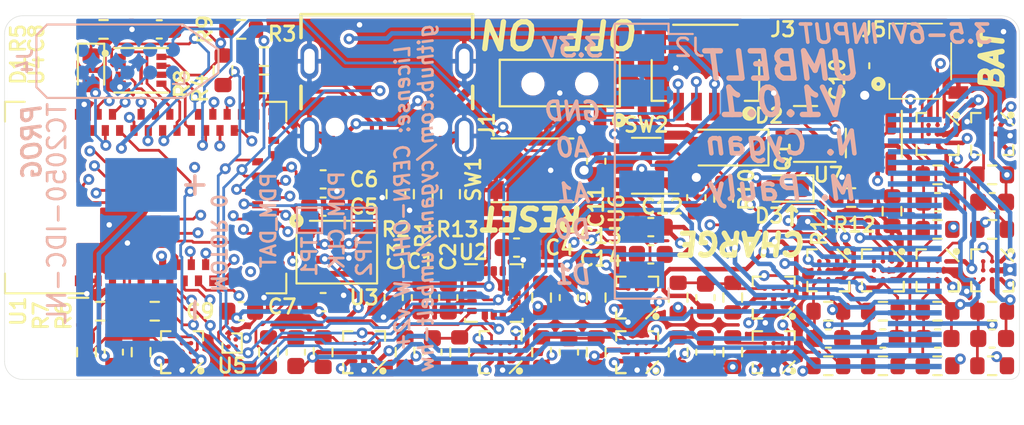
<source format=kicad_pcb>
(kicad_pcb (version 20171130) (host pcbnew "(5.1.10-1-10_14)")
  (title_block (title "Umbelt Board") (rev 1.0.1) (comment 1 "Source location: https://github.com/cygann/umbelt-hw") (comment 2 "Licensed under the CERN-OHL-W v2 or later") (comment 3 "Copyright Natalie Cygan and Matthew Pauly 2021"))
  (layers (0 F.Cu mixed) (1 In1.Cu mixed) (2 In2.Cu mixed) (31 B.Cu mixed) (34 B.Paste user) (35 F.Paste user) (36 B.SilkS user) (37 F.SilkS user) (38 B.Mask user) (39 F.Mask user) (44 Edge.Cuts user))
  (net 0 "")
  (net 1 +3V3)
  (net 2 GND)
  (net 3 "Net-(C4-Pad1)")
  (net 4 VBUS)
  (net 5 "Net-(C15-Pad2)")
  (net 6 /motor_drivers/OUT+_1)
  (net 7 "Net-(C16-Pad2)")
  (net 8 /motor_drivers/OUT+_2)
  (net 9 /motor_drivers/OUT+_3)
  (net 10 "Net-(C17-Pad2)")
  (net 11 /motor_drivers/OUT+_4)
  (net 12 "Net-(C18-Pad2)")
  (net 13 "Net-(C19-Pad2)")
  (net 14 /motor_drivers/OUT+_5)
  (net 15 /motor_drivers/OUT+_6)
  (net 16 "Net-(C20-Pad2)")
  (net 17 /motor_drivers/OUT+_7)
  (net 18 "Net-(C21-Pad2)")
  (net 19 "Net-(C22-Pad2)")
  (net 20 /motor_drivers/OUT+_8)
  (net 21 "Net-(C23-Pad2)")
  (net 22 /motor_drivers/OUT+_9)
  (net 23 "Net-(C24-Pad2)")
  (net 24 /motor_drivers/OUT+_10)
  (net 25 "Net-(C25-Pad2)")
  (net 26 /motor_drivers/OUT+_11)
  (net 27 "Net-(C26-Pad2)")
  (net 28 /motor_drivers/OUT+_12)
  (net 29 "Net-(C27-Pad2)")
  (net 30 /motor_drivers/OUT+_0)
  (net 31 /LED)
  (net 32 "Net-(D1-Pad1)")
  (net 33 "Net-(D3-Pad1)")
  (net 34 "Net-(J1-PadA8)")
  (net 35 "Net-(J1-PadB5)")
  (net 36 "Net-(J1-PadA5)")
  (net 37 "Net-(J1-PadB8)")
  (net 38 /A0)
  (net 39 /A1)
  (net 40 /D0)
  (net 41 /D1)
  (net 42 /SDA)
  (net 43 /SCL)
  (net 44 /SWDIO)
  (net 45 /SWCLK)
  (net 46 "Net-(J4-Pad6)")
  (net 47 "Net-(J4-Pad7)")
  (net 48 "Net-(J4-Pad8)")
  (net 49 "Net-(J4-Pad9)")
  (net 50 /RESET)
  (net 51 /motor_drivers/OUT-_1)
  (net 52 /motor_drivers/OUT-_2)
  (net 53 /motor_drivers/OUT-_3)
  (net 54 /motor_drivers/OUT-_4)
  (net 55 /motor_drivers/OUT-_5)
  (net 56 /motor_drivers/OUT-_6)
  (net 57 /motor_drivers/OUT-_7)
  (net 58 /motor_drivers/OUT-_8)
  (net 59 /motor_drivers/OUT-_9)
  (net 60 /motor_drivers/OUT-_10)
  (net 61 /motor_drivers/OUT-_11)
  (net 62 /motor_drivers/OUT-_12)
  (net 63 /motor_drivers/OUT-_0)
  (net 64 /USBD-)
  (net 65 /USBD+)
  (net 66 /VDIV)
  (net 67 "Net-(R10-Pad2)")
  (net 68 "Net-(R11-Pad2)")
  (net 69 "Net-(R12-Pad1)")
  (net 70 /MOTOR_PWM_1)
  (net 71 /MOTOR_PWM_2)
  (net 72 /MOTOR_PWM_3)
  (net 73 /MOTOR_PWM_4)
  (net 74 /MOTOR_PWM_5)
  (net 75 /MOTOR_PWM_6)
  (net 76 /MOTOR_PWM_7)
  (net 77 /MOTOR_PWM_8)
  (net 78 /MOTOR_PWM_9)
  (net 79 /MOTOR_PWM_10)
  (net 80 /MOTOR_PWM_11)
  (net 81 /MOTOR_PWM_12)
  (net 82 /MOTOR_PWM_0)
  (net 83 /PDM_DAT)
  (net 84 "Net-(U1-Pad31)")
  (net 85 /PDM_CLK)
  (net 86 /MOTOR_EN_1)
  (net 87 /MOTOR_EN_3)
  (net 88 /MOTOR_EN_4)
  (net 89 /MOTOR_EN_6)
  (net 90 /MOTOR_EN_8)
  (net 91 /MOTOR_EN_2)
  (net 92 /MOTOR_EN_5)
  (net 93 /MOTOR_EN_7)
  (net 94 /QSPI_SCK)
  (net 95 /QSPI_DATA3)
  (net 96 /QSPI_DATA2)
  (net 97 /QSPI_DATA0)
  (net 98 /ACC_IRQ)
  (net 99 "Net-(U1-Pad54)")
  (net 100 "Net-(U1-Pad41)")
  (net 101 /QSPI_CS)
  (net 102 /QSPI_DATA1)
  (net 103 /MOTOR_EN_0)
  (net 104 /MOTOR_EN_12)
  (net 105 /MOTOR_EN_11)
  (net 106 /MOTOR_EN_10)
  (net 107 /MOTOR_EN_9)
  (net 108 "Net-(U2-Pad7)")
  (net 109 "Net-(U6-Pad4)")
  (net 110 "Net-(U8-PadC1)")
  (net 111 "Net-(U9-PadC1)")
  (net 112 "Net-(U10-PadC1)")
  (net 113 "Net-(U11-PadC1)")
  (net 114 "Net-(U12-PadC1)")
  (net 115 "Net-(U13-PadC1)")
  (net 116 "Net-(U14-PadC1)")
  (net 117 "Net-(U15-PadC1)")
  (net 118 "Net-(U16-PadC1)")
  (net 119 "Net-(U17-PadC1)")
  (net 120 "Net-(U18-PadC1)")
  (net 121 "Net-(U19-PadC1)")
  (net 122 "Net-(U20-PadC1)")
  (net 123 "Net-(U1-Pad3)")
  (net 124 /REGIN)
  (net 125 VBAT)
  (net 126 "Net-(U1-Pad5)")
  (net 127 /D-)
  (net 128 /D+)
  (module umbelt-board:Conn_Flex_Motor (layer B.Cu) (at 177.8 119.38)
    (fp_text reference J6 hide)
    (fp_text value Conn_Flex_Motor hide)
    (pad 24 smd rect (at 0 -6.9) (size 3 0.3) (layers B.Cu B.Paste B.Mask) (net 62 /motor_drivers/OUT-_12))
    (pad 23 smd rect (at 0 -6.3) (size 3 0.3) (layers B.Cu B.Paste B.Mask) (net 28 /motor_drivers/OUT+_12))
    (pad 22 smd rect (at 0 -5.7) (size 3 0.3) (layers B.Cu B.Paste B.Mask) (net 61 /motor_drivers/OUT-_11))
    (pad 21 smd rect (at 0 -5.1) (size 3 0.3) (layers B.Cu B.Paste B.Mask) (net 26 /motor_drivers/OUT+_11))
    (pad 20 smd rect (at 0 -4.5) (size 3 0.3) (layers B.Cu B.Paste B.Mask) (net 60 /motor_drivers/OUT-_10))
    (pad 19 smd rect (at 0 -3.9) (size 3 0.3) (layers B.Cu B.Paste B.Mask) (net 24 /motor_drivers/OUT+_10))
    (pad 18 smd rect (at 0 -3.3) (size 3 0.3) (layers B.Cu B.Paste B.Mask) (net 59 /motor_drivers/OUT-_9))
    (pad 17 smd rect (at 0 -2.7) (size 3 0.3) (layers B.Cu B.Paste B.Mask) (net 22 /motor_drivers/OUT+_9))
    (pad 16 smd rect (at 0 -2.1) (size 3 0.3) (layers B.Cu B.Paste B.Mask) (net 58 /motor_drivers/OUT-_8))
    (pad 15 smd rect (at 0 -1.5) (size 3 0.3) (layers B.Cu B.Paste B.Mask) (net 20 /motor_drivers/OUT+_8))
    (pad 14 smd rect (at 0 -0.9) (size 3 0.3) (layers B.Cu B.Paste B.Mask) (net 57 /motor_drivers/OUT-_7))
    (pad 13 smd rect (at 0 -0.3) (size 3 0.3) (layers B.Cu B.Paste B.Mask) (net 17 /motor_drivers/OUT+_7))
    (pad 12 smd rect (at 0 0.3) (size 3 0.3) (layers B.Cu B.Paste B.Mask) (net 56 /motor_drivers/OUT-_6))
    (pad 11 smd rect (at 0 0.9) (size 3 0.3) (layers B.Cu B.Paste B.Mask) (net 15 /motor_drivers/OUT+_6))
    (pad 10 smd rect (at 0 1.5) (size 3 0.3) (layers B.Cu B.Paste B.Mask) (net 55 /motor_drivers/OUT-_5))
    (pad 9 smd rect (at 0 2.1) (size 3 0.3) (layers B.Cu B.Paste B.Mask) (net 14 /motor_drivers/OUT+_5))
    (pad 8 smd rect (at 0 2.7) (size 3 0.3) (layers B.Cu B.Paste B.Mask) (net 54 /motor_drivers/OUT-_4))
    (pad 7 smd rect (at 0 3.3) (size 3 0.3) (layers B.Cu B.Paste B.Mask) (net 11 /motor_drivers/OUT+_4))
    (pad 6 smd rect (at 0 3.9) (size 3 0.3) (layers B.Cu B.Paste B.Mask) (net 53 /motor_drivers/OUT-_3))
    (pad 5 smd rect (at 0 4.5) (size 3 0.3) (layers B.Cu B.Paste B.Mask) (net 9 /motor_drivers/OUT+_3))
    (pad 4 smd rect (at 0 5.1) (size 3 0.3) (layers B.Cu B.Paste B.Mask) (net 52 /motor_drivers/OUT-_2))
    (pad 3 smd rect (at 0 5.7) (size 3 0.3) (layers B.Cu B.Paste B.Mask) (net 8 /motor_drivers/OUT+_2))
    (pad 2 smd rect (at 0 6.3) (size 3 0.3) (layers B.Cu B.Paste B.Mask) (net 51 /motor_drivers/OUT-_1))
    (pad 1 smd rect (at 0 6.9) (size 3 0.3) (layers B.Cu B.Paste B.Mask) (net 6 /motor_drivers/OUT+_1))
  )
  (module umbelt-board:BGA-8_3x3_2.1x2.1mm_TI_ZQV (layer F.Cu) (at 176.022 120.904 270)
    (fp_text reference U15 hide)
    (fp_text value DRV8601)
    (pad C3 smd circle (at 0.5 0.5 270) (size 0.25 0.25) (layers F.Cu F.Paste F.Mask) (net 19 "Net-(C22-Pad2)"))
    (pad B3 smd circle (at 0.5 0 270) (size 0.25 0.25) (layers F.Cu F.Paste F.Mask) (net 20 /motor_drivers/OUT+_8))
    (pad A3 smd circle (at 0.5 -0.5 270) (size 0.25 0.25) (layers F.Cu F.Paste F.Mask) (net 1 +3V3))
    (pad C2 smd circle (at 0 0.5 270) (size 0.25 0.25) (layers F.Cu F.Paste F.Mask) (net 117 "Net-(U15-PadC1)"))
    (pad B2 smd circle (at 0 0 270) (size 0.25 0.25) (layers F.Cu F.Paste F.Mask) (net 2 GND))
    (pad C1 smd circle (at -0.5 0.5 270) (size 0.25 0.25) (layers F.Cu F.Paste F.Mask) (net 117 "Net-(U15-PadC1)"))
    (pad B1 smd circle (at -0.5 0 270) (size 0.25 0.25) (layers F.Cu F.Paste F.Mask) (net 90 /MOTOR_EN_8))
    (pad A1 smd circle (at -0.5 -0.5 270) (size 0.25 0.25) (layers F.Cu F.Paste F.Mask) (net 58 /motor_drivers/OUT-_8))
  )
  (module umbelt-board:PinHeader_1x06_P2.54mm_Right_Angle_SMD (layer B.Cu) (at 162.56 114.808 180)
    (fp_text reference J2 (at -2.667 6.35 180) (layer B.SilkS) (effects (justify mirror)))
    (fp_text value Conn_01x06 hide)
    (pad 1 smd rect (at 0 6.35 180) (size 2.51 1.5) (layers B.Cu B.Mask) (net 1 +3V3))
    (pad 3 smd rect (at 0 1.27 180) (size 2.51 1.5) (layers B.Cu B.Mask) (net 40 /D0))
    (pad 5 smd rect (at 0 -3.81 180) (size 2.51 1.5) (layers B.Cu B.Mask) (net 38 /A0))
    (pad 2 smd rect (at 0 3.81 180) (size 2.51 1.5) (layers B.Cu B.Mask) (net 2 GND))
    (pad 4 smd rect (at 0 -1.27 180) (size 2.51 1.5) (layers B.Cu B.Mask) (net 41 /D1))
    (pad 6 smd rect (at 0 -6.35 180) (size 2.51 1.5) (layers B.Cu B.Mask) (net 39 /A1))
  )
  (module Capacitor_SMD:C_0603_1608Metric (layer F.Cu) (at 150.241 122.428 270)
    (fp_text reference C1 (at -2.032 0 180) (layer F.SilkS) (effects (font (size 0.8128 0.8128) (thickness 0.1524))))
    (fp_text value 0.1uF)
    (pad 2 smd roundrect (at 0.775 0 270) (size 0.9 0.95) (layers F.Cu F.Paste F.Mask) (net 2 GND))
    (pad 1 smd roundrect (at -0.775 0 270) (size 0.9 0.95) (layers F.Cu F.Paste F.Mask) (net 1 +3V3))
  )
  (module Capacitor_SMD:C_0603_1608Metric (layer F.Cu) (at 151.765 122.428 90)
    (fp_text reference C2 (at 2.286 0 270) (layer F.SilkS) (effects (font (size 0.8128 0.8128) (thickness 0.1524))))
    (fp_text value 4.7nF)
    (pad 2 smd roundrect (at 0.775 0 90) (size 0.9 0.95) (layers F.Cu F.Paste F.Mask) (net 1 +3V3))
    (pad 1 smd roundrect (at -0.775 0 90) (size 0.9 0.95) (layers F.Cu F.Paste F.Mask) (net 2 GND))
  )
  (module Capacitor_SMD:C_0603_1608Metric (layer F.Cu) (at 148.717 122.428 270)
    (fp_text reference C3 (at -2.286 -0.127 270) (layer F.SilkS) (effects (font (size 0.8128 0.8128) (thickness 0.1524))))
    (fp_text value 2.2uF)
    (pad 2 smd roundrect (at 0.775 0 270) (size 0.9 0.95) (layers F.Cu F.Paste F.Mask) (net 2 GND))
    (pad 1 smd roundrect (at -0.775 0 270) (size 0.9 0.95) (layers F.Cu F.Paste F.Mask) (net 1 +3V3))
  )
  (module Capacitor_SMD:C_0603_1608Metric (layer F.Cu) (at 155.575 119.634)
    (fp_text reference C4 (at 2.413 0 180) (layer F.SilkS) (effects (font (size 0.8128 0.8128) (thickness 0.1524))))
    (fp_text value 0.47uF)
    (pad 2 smd roundrect (at 0.775 0) (size 0.9 0.95) (layers F.Cu F.Paste F.Mask) (net 2 GND))
    (pad 1 smd roundrect (at -0.775 0) (size 0.9 0.95) (layers F.Cu F.Paste F.Mask) (net 3 "Net-(C4-Pad1)"))
  )
  (module Capacitor_SMD:C_0603_1608Metric (layer F.Cu) (at 144.78 117.348)
    (fp_text reference C5 (at 2.286 0) (layer F.SilkS) (effects (font (size 0.8128 0.8128) (thickness 0.1524))))
    (fp_text value 10uF)
    (pad 2 smd roundrect (at 0.775 0) (size 0.9 0.95) (layers F.Cu F.Paste F.Mask) (net 2 GND))
    (pad 1 smd roundrect (at -0.775 0) (size 0.9 0.95) (layers F.Cu F.Paste F.Mask) (net 1 +3V3))
  )
  (module Capacitor_SMD:C_0603_1608Metric (layer F.Cu) (at 144.78 115.824)
    (fp_text reference C6 (at 2.286 0) (layer F.SilkS) (effects (font (size 0.8128 0.8128) (thickness 0.1524))))
    (fp_text value 10uF)
    (pad 2 smd roundrect (at 0.775 0) (size 0.9 0.95) (layers F.Cu F.Paste F.Mask) (net 2 GND))
    (pad 1 smd roundrect (at -0.775 0) (size 0.9 0.95) (layers F.Cu F.Paste F.Mask) (net 4 VBUS))
  )
  (module Capacitor_SMD:C_0603_1608Metric (layer F.Cu) (at 144.78 122.682)
    (fp_text reference C7 (at -2.286 0.254) (layer F.SilkS) (effects (font (size 0.8128 0.8128) (thickness 0.1524))))
    (fp_text value 0.1uF)
    (pad 2 smd roundrect (at 0.775 0) (size 0.9 0.95) (layers F.Cu F.Paste F.Mask) (net 2 GND))
    (pad 1 smd roundrect (at -0.775 0) (size 0.9 0.95) (layers F.Cu F.Paste F.Mask) (net 1 +3V3))
  )
  (module Capacitor_SMD:C_0603_1608Metric (layer F.Cu) (at 135.636 107.442 180)
    (fp_text reference C8 (at 6.858 -0.508 270) (layer F.SilkS) (effects (font (size 0.8128 0.8128) (thickness 0.1524))))
    (fp_text value 0.1uF)
    (pad 2 smd roundrect (at 0.775 0 180) (size 0.9 0.95) (layers F.Cu F.Paste F.Mask) (net 2 GND))
    (pad 1 smd roundrect (at -0.775 0 180) (size 0.9 0.95) (layers F.Cu F.Paste F.Mask) (net 1 +3V3))
  )
  (module Capacitor_SMD:C_0603_1608Metric (layer F.Cu) (at 140.208 123.19)
    (fp_text reference C9 (at -2.286 0 180) (layer F.SilkS) (effects (font (size 0.8128 0.8128) (thickness 0.1524))))
    (fp_text value 2.2uF)
    (pad 2 smd roundrect (at 0.775 0) (size 0.9 0.95) (layers F.Cu F.Paste F.Mask) (net 2 GND))
    (pad 1 smd roundrect (at -0.775 0) (size 0.9 0.95) (layers F.Cu F.Paste F.Mask) (net 1 +3V3))
  )
  (module Capacitor_SMD:C_0603_1608Metric (layer F.Cu) (at 174.752 109.474 270)
    (fp_text reference C10 (at 0.762 1.27 90) (layer F.SilkS) (effects (font (size 0.8128 0.8128) (thickness 0.1524))))
    (fp_text value 10uF)
    (pad 2 smd roundrect (at 0.775 0 270) (size 0.9 0.95) (layers F.Cu F.Paste F.Mask) (net 2 GND))
    (pad 1 smd roundrect (at -0.775 0 270) (size 0.9 0.95) (layers F.Cu F.Paste F.Mask) (net 125 VBAT))
  )
  (module Capacitor_SMD:C_0603_1608Metric (layer F.Cu) (at 160.02 114.808 90)
    (fp_text reference C11 (at -2.54 0 90) (layer F.SilkS) (effects (font (size 0.8128 0.8128) (thickness 0.1524))))
    (fp_text value 10uF)
    (pad 2 smd roundrect (at 0.775 0 90) (size 0.9 0.95) (layers F.Cu F.Paste F.Mask) (net 2 GND))
    (pad 1 smd roundrect (at -0.775 0 90) (size 0.9 0.95) (layers F.Cu F.Paste F.Mask) (net 1 +3V3))
  )
  (module Capacitor_SMD:C_0603_1608Metric (layer F.Cu) (at 165.608 116.84 270)
    (fp_text reference C12 (at 0.508 1.905 180) (layer F.SilkS) (effects (font (size 0.8128 0.8128) (thickness 0.1524))))
    (fp_text value 10uF)
    (pad 2 smd roundrect (at 0.775 0 270) (size 0.9 0.95) (layers F.Cu F.Paste F.Mask) (net 124 /REGIN))
    (pad 1 smd roundrect (at -0.775 0 270) (size 0.9 0.95) (layers F.Cu F.Paste F.Mask) (net 2 GND))
  )
  (module Capacitor_SMD:C_0603_1608Metric (layer F.Cu) (at 163.068 118.491 180)
    (fp_text reference C13 (at 2.794 -0.508) (layer F.SilkS) (effects (font (size 0.8128 0.8128) (thickness 0.1524))))
    (fp_text value 2.2uF)
    (pad 2 smd roundrect (at 0.775 0 180) (size 0.9 0.95) (layers F.Cu F.Paste F.Mask) (net 2 GND))
    (pad 1 smd roundrect (at -0.775 0 180) (size 0.9 0.95) (layers F.Cu F.Paste F.Mask) (net 1 +3V3))
  )
  (module Capacitor_SMD:C_0603_1608Metric (layer F.Cu) (at 163.068 120.015 180)
    (fp_text reference C14 (at 2.794 -0.254) (layer F.SilkS) (effects (font (size 0.8128 0.8128) (thickness 0.1524))))
    (fp_text value 0.1uF)
    (pad 2 smd roundrect (at 0.775 0 180) (size 0.9 0.95) (layers F.Cu F.Paste F.Mask) (net 2 GND))
    (pad 1 smd roundrect (at -0.775 0 180) (size 0.9 0.95) (layers F.Cu F.Paste F.Mask) (net 1 +3V3))
  )
  (module Capacitor_SMD:C_0603_1608Metric (layer F.Cu) (at 143.256 125.476 90)
    (fp_text reference C15 hide)
    (fp_text value 4.7nF)
    (pad 2 smd roundrect (at 0.775 0 90) (size 0.9 0.95) (layers F.Cu F.Paste F.Mask) (net 5 "Net-(C15-Pad2)"))
    (pad 1 smd roundrect (at -0.775 0 90) (size 0.9 0.95) (layers F.Cu F.Paste F.Mask) (net 6 /motor_drivers/OUT+_1))
  )
  (module Capacitor_SMD:C_0603_1608Metric (layer F.Cu) (at 150.876 125.476 90)
    (fp_text reference C16 hide)
    (fp_text value 4.7nF)
    (pad 2 smd roundrect (at 0.775 0 90) (size 0.9 0.95) (layers F.Cu F.Paste F.Mask) (net 7 "Net-(C16-Pad2)"))
    (pad 1 smd roundrect (at -0.775 0 90) (size 0.9 0.95) (layers F.Cu F.Paste F.Mask) (net 8 /motor_drivers/OUT+_2))
  )
  (module Capacitor_SMD:C_0603_1608Metric (layer F.Cu) (at 158.496 125.476 90)
    (fp_text reference C17 hide)
    (fp_text value 4.7nF)
    (pad 2 smd roundrect (at 0.775 0 90) (size 0.9 0.95) (layers F.Cu F.Paste F.Mask) (net 10 "Net-(C17-Pad2)"))
    (pad 1 smd roundrect (at -0.775 0 90) (size 0.9 0.95) (layers F.Cu F.Paste F.Mask) (net 9 /motor_drivers/OUT+_3))
  )
  (module Capacitor_SMD:C_0603_1608Metric (layer F.Cu) (at 158.496 122.428 90)
    (fp_text reference C18 hide)
    (fp_text value 4.7nF)
    (pad 2 smd roundrect (at 0.775 0 90) (size 0.9 0.95) (layers F.Cu F.Paste F.Mask) (net 12 "Net-(C18-Pad2)"))
    (pad 1 smd roundrect (at -0.775 0 90) (size 0.9 0.95) (layers F.Cu F.Paste F.Mask) (net 11 /motor_drivers/OUT+_4))
  )
  (module Capacitor_SMD:C_0603_1608Metric (layer F.Cu) (at 166.116 125.476 90)
    (fp_text reference C19 hide)
    (fp_text value 4.7nF)
    (pad 2 smd roundrect (at 0.775 0 90) (size 0.9 0.95) (layers F.Cu F.Paste F.Mask) (net 13 "Net-(C19-Pad2)"))
    (pad 1 smd roundrect (at -0.775 0 90) (size 0.9 0.95) (layers F.Cu F.Paste F.Mask) (net 14 /motor_drivers/OUT+_5))
  )
  (module Capacitor_SMD:C_0603_1608Metric (layer F.Cu) (at 166.116 122.428 90)
    (fp_text reference C20 hide)
    (fp_text value 4.7nF)
    (pad 2 smd roundrect (at 0.775 0 90) (size 0.9 0.95) (layers F.Cu F.Paste F.Mask) (net 16 "Net-(C20-Pad2)"))
    (pad 1 smd roundrect (at -0.775 0 90) (size 0.9 0.95) (layers F.Cu F.Paste F.Mask) (net 15 /motor_drivers/OUT+_6))
  )
  (module Capacitor_SMD:C_0603_1608Metric (layer F.Cu) (at 172.974 124.714 180)
    (fp_text reference C21 hide)
    (fp_text value 4.7nF)
    (pad 2 smd roundrect (at 0.775 0 180) (size 0.9 0.95) (layers F.Cu F.Paste F.Mask) (net 18 "Net-(C21-Pad2)"))
    (pad 1 smd roundrect (at -0.775 0 180) (size 0.9 0.95) (layers F.Cu F.Paste F.Mask) (net 17 /motor_drivers/OUT+_7))
  )
  (module Capacitor_SMD:C_0603_1608Metric (layer F.Cu) (at 176.022 124.714 180)
    (fp_text reference C22 hide)
    (fp_text value 4.7nF)
    (pad 2 smd roundrect (at 0.775 0 180) (size 0.9 0.95) (layers F.Cu F.Paste F.Mask) (net 19 "Net-(C22-Pad2)"))
    (pad 1 smd roundrect (at -0.775 0 180) (size 0.9 0.95) (layers F.Cu F.Paste F.Mask) (net 20 /motor_drivers/OUT+_8))
  )
  (module Capacitor_SMD:C_0603_1608Metric (layer F.Cu) (at 179.07 124.714 180)
    (fp_text reference C23 hide)
    (fp_text value 4.7nF)
    (pad 2 smd roundrect (at 0.775 0 180) (size 0.9 0.95) (layers F.Cu F.Paste F.Mask) (net 21 "Net-(C23-Pad2)"))
    (pad 1 smd roundrect (at -0.775 0 180) (size 0.9 0.95) (layers F.Cu F.Paste F.Mask) (net 22 /motor_drivers/OUT+_9))
  )
  (module Capacitor_SMD:C_0603_1608Metric (layer F.Cu) (at 182.118 124.714 180)
    (fp_text reference C24 hide)
    (fp_text value 4.7nF)
    (pad 2 smd roundrect (at 0.775 0 180) (size 0.9 0.95) (layers F.Cu F.Paste F.Mask) (net 23 "Net-(C24-Pad2)"))
    (pad 1 smd roundrect (at -0.775 0 180) (size 0.9 0.95) (layers F.Cu F.Paste F.Mask) (net 24 /motor_drivers/OUT+_10))
  )
  (module Capacitor_SMD:C_0603_1608Metric (layer F.Cu) (at 179.07 117.094 180)
    (fp_text reference C25 hide)
    (fp_text value 4.7nF)
    (pad 2 smd roundrect (at 0.775 0 180) (size 0.9 0.95) (layers F.Cu F.Paste F.Mask) (net 25 "Net-(C25-Pad2)"))
    (pad 1 smd roundrect (at -0.775 0 180) (size 0.9 0.95) (layers F.Cu F.Paste F.Mask) (net 26 /motor_drivers/OUT+_11))
  )
  (module Capacitor_SMD:C_0603_1608Metric (layer F.Cu) (at 182.118 117.094 180)
    (fp_text reference C26 hide)
    (fp_text value 4.7nF)
    (pad 2 smd roundrect (at 0.775 0 180) (size 0.9 0.95) (layers F.Cu F.Paste F.Mask) (net 27 "Net-(C26-Pad2)"))
    (pad 1 smd roundrect (at -0.775 0 180) (size 0.9 0.95) (layers F.Cu F.Paste F.Mask) (net 28 /motor_drivers/OUT+_12))
  )
  (module Capacitor_SMD:C_0603_1608Metric (layer F.Cu) (at 133.096 125.476 90)
    (fp_text reference C27 hide)
    (fp_text value 4.7nF)
    (pad 2 smd roundrect (at 0.775 0 90) (size 0.9 0.95) (layers F.Cu F.Paste F.Mask) (net 29 "Net-(C27-Pad2)"))
    (pad 1 smd roundrect (at -0.775 0 90) (size 0.9 0.95) (layers F.Cu F.Paste F.Mask) (net 30 /motor_drivers/OUT+_0))
  )
  (module LED_SMD:LED_0603_1608Metric (layer F.Cu) (at 131.826 109.728 270)
    (fp_text reference D1 (at 0 4.064 90) (layer F.SilkS) (effects (font (size 0.8128 0.8128) (thickness 0.1524))))
    (fp_text value SML-D12M1W)
    (pad 2 smd roundrect (at 0.7875 0 270) (size 0.875 0.95) (layers F.Cu F.Paste F.Mask) (net 31 /LED))
    (pad 1 smd roundrect (at -0.7875 0 270) (size 0.875 0.95) (layers F.Cu F.Paste F.Mask) (net 32 "Net-(D1-Pad1)"))
  )
  (module Diode_SMD:D_SOD-123 (layer F.Cu) (at 167.386 114.046 180)
    (fp_text reference D2 (at -2.286 1.778) (layer F.SilkS) (effects (font (size 0.8128 0.8128) (thickness 0.1524))))
    (fp_text value MBR0520)
    (pad 2 smd rect (at 1.65 0 180) (size 0.9 1.2) (layers F.Cu F.Paste F.Mask) (net 4 VBUS))
    (pad 1 smd rect (at -1.65 0 180) (size 0.9 1.2) (layers F.Cu F.Paste F.Mask) (net 124 /REGIN))
  )
  (module LED_SMD:LED_0603_1608Metric (layer F.Cu) (at 170.6625 116.332 180)
    (fp_text reference D3 (at 0.9905 -1.524) (layer F.SilkS) (effects (font (size 0.8128 0.8128) (thickness 0.1524))))
    (fp_text value SML-D12D1W)
    (pad 2 smd roundrect (at 0.7875 0 180) (size 0.875 0.95) (layers F.Cu F.Paste F.Mask) (net 4 VBUS))
    (pad 1 smd roundrect (at -0.7875 0 180) (size 0.875 0.95) (layers F.Cu F.Paste F.Mask) (net 33 "Net-(D3-Pad1)"))
  )
  (module umbelt-board:GCT_USB4105-GF-A (layer F.Cu) (at 148.336 109.22 180)
    (fp_text reference J1 (at -5.588 -3.556 90) (layer F.SilkS) (effects (font (size 0.8128 0.8128) (thickness 0.1524))))
    (fp_text value USB4105-GF-A)
    (pad B1 smd rect (at 3.2 -4.755 180) (size 0.6 1.15) (layers F.Cu F.Paste F.Mask) (net 2 GND))
    (pad B4 smd rect (at 2.4 -4.755 180) (size 0.6 1.15) (layers F.Cu F.Paste F.Mask) (net 4 VBUS))
    (pad B9 smd rect (at -2.4 -4.755 180) (size 0.6 1.15) (layers F.Cu F.Paste F.Mask) (net 4 VBUS))
    (pad B12 smd rect (at -3.2 -4.755 180) (size 0.6 1.15) (layers F.Cu F.Paste F.Mask) (net 2 GND))
    (pad B8 smd rect (at -1.75 -4.755 180) (size 0.3 1.15) (layers F.Cu F.Paste F.Mask) (net 37 "Net-(J1-PadB8)"))
    (pad A5 smd rect (at -1.25 -4.755 180) (size 0.3 1.15) (layers F.Cu F.Paste F.Mask) (net 36 "Net-(J1-PadA5)"))
    (pad B7 smd rect (at -0.75 -4.755 180) (size 0.3 1.15) (layers F.Cu F.Paste F.Mask) (net 127 /D-))
    (pad B5 smd rect (at 1.75 -4.755 180) (size 0.3 1.15) (layers F.Cu F.Paste F.Mask) (net 35 "Net-(J1-PadB5)"))
    (pad A8 smd rect (at 1.25 -4.755 180) (size 0.3 1.15) (layers F.Cu F.Paste F.Mask) (net 34 "Net-(J1-PadA8)"))
    (pad B6 smd rect (at 0.75 -4.755 180) (size 0.3 1.15) (layers F.Cu F.Paste F.Mask) (net 128 /D+))
    (pad A6 smd rect (at -0.25 -4.755 180) (size 0.3 1.15) (layers F.Cu F.Paste F.Mask) (net 128 /D+))
    (pad A7 smd rect (at 0.25 -4.755 180) (size 0.3 1.15) (layers F.Cu F.Paste F.Mask) (net 127 /D-))
    (pad A9 smd rect (at 2.4 -4.755 180) (size 0.6 1.15) (layers F.Cu F.Paste F.Mask) (net 4 VBUS))
    (pad A4 smd rect (at -2.4 -4.755 180) (size 0.6 1.15) (layers F.Cu F.Paste F.Mask) (net 4 VBUS))
    (pad A12 smd rect (at 3.2 -4.755 180) (size 0.6 1.15) (layers F.Cu F.Paste F.Mask) (net 2 GND))
    (pad A1 smd rect (at -3.2 -4.755 180) (size 0.6 1.15) (layers F.Cu F.Paste F.Mask) (net 2 GND))
    (pad "" np_thru_hole circle (at -2.89 -3.68 180) (size 0.65 0.65) (drill 0.65) (layers *.Cu *.Mask))
    (pad None np_thru_hole circle (at 2.89 -3.68 180) (size 0.65 0.65) (drill 0.65) (layers *.Cu *.Mask))
    (pad S1 thru_hole oval (at 4.32 -4.18 180) (size 1.05 2.1) (drill oval 0.6 1.7) (layers *.Cu *.Mask) (net 2 GND))
    (pad S1 thru_hole oval (at -4.32 -4.18 180) (size 1.05 2.1) (drill oval 0.6 1.7) (layers *.Cu *.Mask) (net 2 GND))
    (pad S1 thru_hole oval (at 4.32 0 180) (size 1 2) (drill oval 0.6 1.4) (layers *.Cu *.Mask) (net 2 GND))
    (pad S1 thru_hole oval (at -4.32 0 180) (size 1 2) (drill oval 0.6 1.4) (layers *.Cu *.Mask) (net 2 GND))
  )
  (module "umbelt-board:JST_SM04B-SRSS-TB(LF)(SN)" (layer F.Cu) (at 166.116 111.76 180)
    (fp_text reference J3 (at -4.318 4.318) (layer F.SilkS) (effects (font (size 0.8128 0.8128) (thickness 0.1524))))
    (fp_text value SM04B-SRSS-TB)
    (pad 4 smd rect (at 1.5 0 180) (size 0.6 1.55) (layers F.Cu F.Paste F.Mask) (net 43 /SCL))
    (pad 3 smd rect (at 0.5 0 180) (size 0.6 1.55) (layers F.Cu F.Paste F.Mask) (net 42 /SDA))
    (pad 2 smd rect (at -0.5 0 180) (size 0.6 1.55) (layers F.Cu F.Paste F.Mask) (net 1 +3V3))
    (pad 1 smd rect (at -1.5 0 180) (size 0.6 1.55) (layers F.Cu F.Paste F.Mask) (net 2 GND))
    (pad S1 smd rect (at -2.8 3.875 180) (size 1.2 1.8) (layers F.Cu F.Paste F.Mask) (net 2 GND))
    (pad S1 smd rect (at 2.8 3.875 180) (size 1.2 1.8) (layers F.Cu F.Paste F.Mask) (net 2 GND))
  )
  (module umbelt-board:Tag-Connect_TC2050-IDC-NL_2x05_P1.27mm_Vertical (layer B.Cu) (at 133.858 109.22 180)
    (fp_text reference J4 (at 5.715 0 90) (layer B.SilkS) (effects (font (size 0.8128 0.8128) (thickness 0.1524)) (justify mirror)))
    (fp_text value TC2050-IDC-NL (at 3.937 -8.509 90) (layer B.SilkS) (effects (justify mirror)))
    (pad 10 connect circle (at -2.54 0.635 180) (size 0.7874 0.7874) (layers B.Cu B.Mask) (net 50 /RESET))
    (pad 9 connect circle (at -1.27 0.635 180) (size 0.7874 0.7874) (layers B.Cu B.Mask) (net 49 "Net-(J4-Pad9)"))
    (pad 8 connect circle (at 0 0.635 180) (size 0.7874 0.7874) (layers B.Cu B.Mask) (net 48 "Net-(J4-Pad8)"))
    (pad 7 connect circle (at 1.27 0.635 180) (size 0.7874 0.7874) (layers B.Cu B.Mask) (net 47 "Net-(J4-Pad7)"))
    (pad 6 connect circle (at 2.54 0.635 180) (size 0.7874 0.7874) (layers B.Cu B.Mask) (net 46 "Net-(J4-Pad6)"))
    (pad 5 connect circle (at 2.54 -0.635 180) (size 0.7874 0.7874) (layers B.Cu B.Mask) (net 2 GND))
    (pad 4 connect circle (at 1.27 -0.635 180) (size 0.7874 0.7874) (layers B.Cu B.Mask) (net 45 /SWCLK))
    (pad 3 connect circle (at 0 -0.635 180) (size 0.7874 0.7874) (layers B.Cu B.Mask) (net 2 GND))
    (pad 2 connect circle (at -1.27 -0.635 180) (size 0.7874 0.7874) (layers B.Cu B.Mask) (net 44 /SWDIO))
    (pad 1 connect circle (at -2.54 -0.635 180) (size 0.7874 0.7874) (layers B.Cu B.Mask) (net 1 +3V3))
    (pad "" np_thru_hole circle (at -3.81 0 180) (size 0.9906 0.9906) (drill 0.9906) (layers *.Cu *.Mask))
    (pad "" np_thru_hole circle (at 3.81 -1.016 180) (size 0.9906 0.9906) (drill 0.9906) (layers *.Cu *.Mask))
    (pad "" np_thru_hole circle (at 3.81 1.016 180) (size 0.9906 0.9906) (drill 0.9906) (layers *.Cu *.Mask))
  )
  (module umbelt-board:BM02B-ACHLKS (layer F.Cu) (at 178.308 109.22 90)
    (fp_text reference J5 (at 1.778 -2.794) (layer F.SilkS) (effects (font (size 0.8128 0.8128) (thickness 0.1524))))
    (fp_text value BM02B-ACHLKS)
    (pad S1 smd rect (at 1.75 1.925 90) (size 0.7 1.1) (layers F.Cu F.Paste F.Mask) (net 2 GND))
    (pad S1 smd rect (at -1.75 1.925 90) (size 0.7 1.1) (layers F.Cu F.Paste F.Mask) (net 2 GND))
    (pad 2 smd rect (at 0.6 -1.8 90) (size 0.6 0.85) (layers F.Cu F.Paste F.Mask) (net 125 VBAT))
    (pad 1 smd rect (at -0.6 -1.8 90) (size 0.6 0.85) (layers F.Cu F.Paste F.Mask) (net 2 GND))
  )
  (module umbelt-board:Conn_Indiv_Motor (layer B.Cu) (at 134.62 119.634 90)
    (fp_text reference J7 hide)
    (fp_text value Conn_Indiv_Motor hide)
    (pad 2 smd rect (at -3.5 0 90) (size 3 4) (layers B.Cu B.Mask) (net 63 /motor_drivers/OUT-_0))
    (pad 1 smd rect (at 3.5 0 90) (size 3 4) (layers B.Cu B.Mask) (net 30 /motor_drivers/OUT+_0))
  )
  (module Package_TO_SOT_SMD:SOT-23 (layer F.Cu) (at 171.704 113.284 180)
    (fp_text reference Q1 (at 1.27 -1.27 90) (layer F.SilkS) (effects (font (size 0.8128 0.8128) (thickness 0.1524))))
    (fp_text value AO3415A)
    (pad 3 smd roundrect (at 0.9375 0 180) (size 1.475 0.6) (layers F.Cu F.Paste F.Mask) (net 124 /REGIN))
    (pad 2 smd roundrect (at -0.9375 0.95 180) (size 1.475 0.6) (layers F.Cu F.Paste F.Mask) (net 125 VBAT))
    (pad 1 smd roundrect (at -0.9375 -0.95 180) (size 1.475 0.6) (layers F.Cu F.Paste F.Mask) (net 4 VBUS))
  )
  (module Resistor_SMD:R_0603_1608Metric (layer F.Cu) (at 150.368 116.649 270)
    (fp_text reference R1 (at 2.223 0 90) (layer F.SilkS) (effects (font (size 0.8128 0.8128) (thickness 0.1524))))
    (fp_text value 5.1k)
    (pad 2 smd roundrect (at 0.825 0 270) (size 0.8 0.95) (layers F.Cu F.Paste F.Mask) (net 2 GND))
    (pad 1 smd roundrect (at -0.825 0 270) (size 0.8 0.95) (layers F.Cu F.Paste F.Mask) (net 36 "Net-(J1-PadA5)"))
  )
  (module Resistor_SMD:R_0603_1608Metric (layer F.Cu) (at 148.844 116.649 270)
    (fp_text reference R2 (at 1.969 0 180) (layer F.SilkS) (effects (font (size 0.8128 0.8128) (thickness 0.1524))))
    (fp_text value 5.1k)
    (pad 2 smd roundrect (at 0.825 0 270) (size 0.8 0.95) (layers F.Cu F.Paste F.Mask) (net 2 GND))
    (pad 1 smd roundrect (at -0.825 0 270) (size 0.8 0.95) (layers F.Cu F.Paste F.Mask) (net 35 "Net-(J1-PadB5)"))
  )
  (module Resistor_SMD:R_0603_1608Metric (layer F.Cu) (at 141.478 108.966 180)
    (fp_text reference R3 (at -1.016 1.27 180) (layer F.SilkS) (effects (font (size 0.8128 0.8128) (thickness 0.1524))))
    (fp_text value 22)
    (pad 2 smd roundrect (at 0.825 0 180) (size 0.8 0.95) (layers F.Cu F.Paste F.Mask) (net 64 /USBD-))
    (pad 1 smd roundrect (at -0.825 0 180) (size 0.8 0.95) (layers F.Cu F.Paste F.Mask) (net 127 /D-))
  )
  (module Resistor_SMD:R_0603_1608Metric (layer F.Cu) (at 141.478 110.49 180)
    (fp_text reference R4 (at 3.556 -0.254 270) (layer F.SilkS) (effects (font (size 0.8128 0.8128) (thickness 0.1524))))
    (fp_text value 22)
    (pad 2 smd roundrect (at 0.825 0 180) (size 0.8 0.95) (layers F.Cu F.Paste F.Mask) (net 65 /USBD+))
    (pad 1 smd roundrect (at -0.825 0 180) (size 0.8 0.95) (layers F.Cu F.Paste F.Mask) (net 128 /D+))
  )
  (module Resistor_SMD:R_0603_1608Metric (layer F.Cu) (at 132.525 107.442)
    (fp_text reference R5 (at -4.763 0.508 270) (layer F.SilkS) (effects (font (size 0.8128 0.8128) (thickness 0.1524))))
    (fp_text value 1k)
    (pad 2 smd roundrect (at 0.825 0) (size 0.8 0.95) (layers F.Cu F.Paste F.Mask) (net 2 GND))
    (pad 1 smd roundrect (at -0.825 0) (size 0.8 0.95) (layers F.Cu F.Paste F.Mask) (net 32 "Net-(D1-Pad1)"))
  )
  (module Resistor_SMD:R_0603_1608Metric (layer F.Cu) (at 135.382 123.19 180)
    (fp_text reference R6 (at 5.08 -0.254 90) (layer F.SilkS) (effects (font (size 0.8128 0.8128) (thickness 0.1524))))
    (fp_text value 100k)
    (pad 2 smd roundrect (at 0.825 0 180) (size 0.8 0.95) (layers F.Cu F.Paste F.Mask) (net 66 /VDIV))
    (pad 1 smd roundrect (at -0.825 0 180) (size 0.8 0.95) (layers F.Cu F.Paste F.Mask) (net 125 VBAT))
  )
  (module Resistor_SMD:R_0603_1608Metric (layer F.Cu) (at 132.334 123.19 180)
    (fp_text reference R7 (at 3.302 -0.254 90) (layer F.SilkS) (effects (font (size 0.8128 0.8128) (thickness 0.1524))))
    (fp_text value 100k)
    (pad 2 smd roundrect (at 0.825 0 180) (size 0.8 0.95) (layers F.Cu F.Paste F.Mask) (net 2 GND))
    (pad 1 smd roundrect (at -0.825 0 180) (size 0.8 0.95) (layers F.Cu F.Paste F.Mask) (net 66 /VDIV))
  )
  (module Resistor_SMD:R_0603_1608Metric (layer F.Cu) (at 139.192 109.728 270)
    (fp_text reference R8 (at 0.762 2.286 270) (layer F.SilkS) (effects (font (size 0.8128 0.8128) (thickness 0.1524))))
    (fp_text value 2.2k)
    (pad 2 smd roundrect (at 0.825 0 270) (size 0.8 0.95) (layers F.Cu F.Paste F.Mask) (net 42 /SDA))
    (pad 1 smd roundrect (at -0.825 0 270) (size 0.8 0.95) (layers F.Cu F.Paste F.Mask) (net 1 +3V3))
  )
  (module Resistor_SMD:R_0603_1608Metric (layer F.Cu) (at 140.208 107.442)
    (fp_text reference R9 (at -2.032 0 270) (layer F.SilkS) (effects (font (size 0.8128 0.8128) (thickness 0.1524))))
    (fp_text value 2.2k)
    (pad 2 smd roundrect (at 0.825 0) (size 0.8 0.95) (layers F.Cu F.Paste F.Mask) (net 43 /SCL))
    (pad 1 smd roundrect (at -0.825 0) (size 0.8 0.95) (layers F.Cu F.Paste F.Mask) (net 1 +3V3))
  )
  (module Resistor_SMD:R_0603_1608Metric (layer F.Cu) (at 167.132 116.84 90)
    (fp_text reference R10 (at 0.445 1.27 90) (layer F.SilkS) (effects (font (size 0.8128 0.8128) (thickness 0.1524))))
    (fp_text value 100k)
    (pad 2 smd roundrect (at 0.825 0 90) (size 0.8 0.95) (layers F.Cu F.Paste F.Mask) (net 67 "Net-(R10-Pad2)"))
    (pad 1 smd roundrect (at -0.825 0 90) (size 0.8 0.95) (layers F.Cu F.Paste F.Mask) (net 124 /REGIN))
  )
  (module Resistor_SMD:R_0603_1608Metric (layer F.Cu) (at 174.244 116.84)
    (fp_text reference R11 (at -1.778 1.524 270) (layer F.SilkS) (effects (font (size 0.8128 0.8128) (thickness 0.1524))))
    (fp_text value 1k)
    (pad 2 smd roundrect (at 0.825 0) (size 0.8 0.95) (layers F.Cu F.Paste F.Mask) (net 68 "Net-(R11-Pad2)"))
    (pad 1 smd roundrect (at -0.825 0) (size 0.8 0.95) (layers F.Cu F.Paste F.Mask) (net 33 "Net-(D3-Pad1)"))
  )
  (module Resistor_SMD:R_0603_1608Metric (layer F.Cu) (at 176.53 117.602 270)
    (fp_text reference R12 (at 0.762 2.095) (layer F.SilkS) (effects (font (size 0.8128 0.8128) (thickness 0.1524))))
    (fp_text value 10k)
    (pad 2 smd roundrect (at 0.825 0 270) (size 0.8 0.95) (layers F.Cu F.Paste F.Mask) (net 2 GND))
    (pad 1 smd roundrect (at -0.825 0 270) (size 0.8 0.95) (layers F.Cu F.Paste F.Mask) (net 69 "Net-(R12-Pad1)"))
  )
  (module Resistor_SMD:R_0603_1608Metric (layer F.Cu) (at 151.892 116.649 270)
    (fp_text reference R13 (at 1.969 -0.381 180) (layer F.SilkS) (effects (font (size 0.8128 0.8128) (thickness 0.1524))))
    (fp_text value 100k)
    (pad 2 smd roundrect (at 0.825 0 270) (size 0.8 0.95) (layers F.Cu F.Paste F.Mask) (net 2 GND))
    (pad 1 smd roundrect (at -0.825 0 270) (size 0.8 0.95) (layers F.Cu F.Paste F.Mask) (net 4 VBUS))
  )
  (module Resistor_SMD:R_0603_1608Metric (layer F.Cu) (at 141.732 125.476 90)
    (fp_text reference R14 hide)
    (fp_text value 100k)
    (pad 2 smd roundrect (at 0.825 0 90) (size 0.8 0.95) (layers F.Cu F.Paste F.Mask) (net 5 "Net-(C15-Pad2)"))
    (pad 1 smd roundrect (at -0.825 0 90) (size 0.8 0.95) (layers F.Cu F.Paste F.Mask) (net 70 /MOTOR_PWM_1))
  )
  (module Resistor_SMD:R_0603_1608Metric (layer F.Cu) (at 144.78 125.476 270)
    (fp_text reference R15 hide)
    (fp_text value 100k)
    (pad 2 smd roundrect (at 0.825 0 270) (size 0.8 0.95) (layers F.Cu F.Paste F.Mask) (net 6 /motor_drivers/OUT+_1))
    (pad 1 smd roundrect (at -0.825 0 270) (size 0.8 0.95) (layers F.Cu F.Paste F.Mask) (net 5 "Net-(C15-Pad2)"))
  )
  (module Resistor_SMD:R_0603_1608Metric (layer F.Cu) (at 149.352 125.476 90)
    (fp_text reference R16 hide)
    (fp_text value 100k)
    (pad 2 smd roundrect (at 0.825 0 90) (size 0.8 0.95) (layers F.Cu F.Paste F.Mask) (net 7 "Net-(C16-Pad2)"))
    (pad 1 smd roundrect (at -0.825 0 90) (size 0.8 0.95) (layers F.Cu F.Paste F.Mask) (net 71 /MOTOR_PWM_2))
  )
  (module Resistor_SMD:R_0603_1608Metric (layer F.Cu) (at 152.4 125.476 270)
    (fp_text reference R17 hide)
    (fp_text value 100k)
    (pad 2 smd roundrect (at 0.825 0 270) (size 0.8 0.95) (layers F.Cu F.Paste F.Mask) (net 8 /motor_drivers/OUT+_2))
    (pad 1 smd roundrect (at -0.825 0 270) (size 0.8 0.95) (layers F.Cu F.Paste F.Mask) (net 7 "Net-(C16-Pad2)"))
  )
  (module Resistor_SMD:R_0603_1608Metric (layer F.Cu) (at 156.972 125.476 90)
    (fp_text reference R18 hide)
    (fp_text value 100k)
    (pad 2 smd roundrect (at 0.825 0 90) (size 0.8 0.95) (layers F.Cu F.Paste F.Mask) (net 10 "Net-(C17-Pad2)"))
    (pad 1 smd roundrect (at -0.825 0 90) (size 0.8 0.95) (layers F.Cu F.Paste F.Mask) (net 72 /MOTOR_PWM_3))
  )
  (module Resistor_SMD:R_0603_1608Metric (layer F.Cu) (at 160.02 125.476 270)
    (fp_text reference R19 hide)
    (fp_text value 100k)
    (pad 2 smd roundrect (at 0.825 0 270) (size 0.8 0.95) (layers F.Cu F.Paste F.Mask) (net 9 /motor_drivers/OUT+_3))
    (pad 1 smd roundrect (at -0.825 0 270) (size 0.8 0.95) (layers F.Cu F.Paste F.Mask) (net 10 "Net-(C17-Pad2)"))
  )
  (module Resistor_SMD:R_0603_1608Metric (layer F.Cu) (at 156.972 122.428 90)
    (fp_text reference R20 hide)
    (fp_text value 100k)
    (pad 2 smd roundrect (at 0.825 0 90) (size 0.8 0.95) (layers F.Cu F.Paste F.Mask) (net 12 "Net-(C18-Pad2)"))
    (pad 1 smd roundrect (at -0.825 0 90) (size 0.8 0.95) (layers F.Cu F.Paste F.Mask) (net 73 /MOTOR_PWM_4))
  )
  (module Resistor_SMD:R_0603_1608Metric (layer F.Cu) (at 160.02 122.428 270)
    (fp_text reference R21 hide)
    (fp_text value 100k)
    (pad 2 smd roundrect (at 0.825 0 270) (size 0.8 0.95) (layers F.Cu F.Paste F.Mask) (net 11 /motor_drivers/OUT+_4))
    (pad 1 smd roundrect (at -0.825 0 270) (size 0.8 0.95) (layers F.Cu F.Paste F.Mask) (net 12 "Net-(C18-Pad2)"))
  )
  (module Resistor_SMD:R_0603_1608Metric (layer F.Cu) (at 164.592 125.476 90)
    (fp_text reference R22 hide)
    (fp_text value 100k)
    (pad 2 smd roundrect (at 0.825 0 90) (size 0.8 0.95) (layers F.Cu F.Paste F.Mask) (net 13 "Net-(C19-Pad2)"))
    (pad 1 smd roundrect (at -0.825 0 90) (size 0.8 0.95) (layers F.Cu F.Paste F.Mask) (net 74 /MOTOR_PWM_5))
  )
  (module Resistor_SMD:R_0603_1608Metric (layer F.Cu) (at 167.64 125.476 270)
    (fp_text reference R23 hide)
    (fp_text value 100k)
    (pad 2 smd roundrect (at 0.825 0 270) (size 0.8 0.95) (layers F.Cu F.Paste F.Mask) (net 14 /motor_drivers/OUT+_5))
    (pad 1 smd roundrect (at -0.825 0 270) (size 0.8 0.95) (layers F.Cu F.Paste F.Mask) (net 13 "Net-(C19-Pad2)"))
  )
  (module Resistor_SMD:R_0603_1608Metric (layer F.Cu) (at 164.592 122.428 90)
    (fp_text reference R24 hide)
    (fp_text value 100k)
    (pad 2 smd roundrect (at 0.825 0 90) (size 0.8 0.95) (layers F.Cu F.Paste F.Mask) (net 16 "Net-(C20-Pad2)"))
    (pad 1 smd roundrect (at -0.825 0 90) (size 0.8 0.95) (layers F.Cu F.Paste F.Mask) (net 75 /MOTOR_PWM_6))
  )
  (module Resistor_SMD:R_0603_1608Metric (layer F.Cu) (at 167.64 122.428 270)
    (fp_text reference R25 hide)
    (fp_text value 100k)
    (pad 2 smd roundrect (at 0.825 0 270) (size 0.8 0.95) (layers F.Cu F.Paste F.Mask) (net 15 /motor_drivers/OUT+_6))
    (pad 1 smd roundrect (at -0.825 0 270) (size 0.8 0.95) (layers F.Cu F.Paste F.Mask) (net 16 "Net-(C20-Pad2)"))
  )
  (module Resistor_SMD:R_0603_1608Metric (layer F.Cu) (at 172.974 126.238)
    (fp_text reference R26 hide)
    (fp_text value 100k)
    (pad 2 smd roundrect (at 0.825 0) (size 0.8 0.95) (layers F.Cu F.Paste F.Mask) (net 18 "Net-(C21-Pad2)"))
    (pad 1 smd roundrect (at -0.825 0) (size 0.8 0.95) (layers F.Cu F.Paste F.Mask) (net 76 /MOTOR_PWM_7))
  )
  (module Resistor_SMD:R_0603_1608Metric (layer F.Cu) (at 172.974 123.19)
    (fp_text reference R27 hide)
    (fp_text value 100k)
    (pad 2 smd roundrect (at 0.825 0) (size 0.8 0.95) (layers F.Cu F.Paste F.Mask) (net 17 /motor_drivers/OUT+_7))
    (pad 1 smd roundrect (at -0.825 0) (size 0.8 0.95) (layers F.Cu F.Paste F.Mask) (net 18 "Net-(C21-Pad2)"))
  )
  (module Resistor_SMD:R_0603_1608Metric (layer F.Cu) (at 176.022 126.238 180)
    (fp_text reference R28 hide)
    (fp_text value 100k)
    (pad 2 smd roundrect (at 0.825 0 180) (size 0.8 0.95) (layers F.Cu F.Paste F.Mask) (net 19 "Net-(C22-Pad2)"))
    (pad 1 smd roundrect (at -0.825 0 180) (size 0.8 0.95) (layers F.Cu F.Paste F.Mask) (net 77 /MOTOR_PWM_8))
  )
  (module Resistor_SMD:R_0603_1608Metric (layer F.Cu) (at 176.022 123.19)
    (fp_text reference R29 hide)
    (fp_text value 100k)
    (pad 2 smd roundrect (at 0.825 0) (size 0.8 0.95) (layers F.Cu F.Paste F.Mask) (net 20 /motor_drivers/OUT+_8))
    (pad 1 smd roundrect (at -0.825 0) (size 0.8 0.95) (layers F.Cu F.Paste F.Mask) (net 19 "Net-(C22-Pad2)"))
  )
  (module Resistor_SMD:R_0603_1608Metric (layer F.Cu) (at 179.07 126.238 180)
    (fp_text reference R30 hide)
    (fp_text value 100k)
    (pad 2 smd roundrect (at 0.825 0 180) (size 0.8 0.95) (layers F.Cu F.Paste F.Mask) (net 21 "Net-(C23-Pad2)"))
    (pad 1 smd roundrect (at -0.825 0 180) (size 0.8 0.95) (layers F.Cu F.Paste F.Mask) (net 78 /MOTOR_PWM_9))
  )
  (module Resistor_SMD:R_0603_1608Metric (layer F.Cu) (at 179.07 123.19)
    (fp_text reference R31 hide)
    (fp_text value 100k)
    (pad 2 smd roundrect (at 0.825 0) (size 0.8 0.95) (layers F.Cu F.Paste F.Mask) (net 22 /motor_drivers/OUT+_9))
    (pad 1 smd roundrect (at -0.825 0) (size 0.8 0.95) (layers F.Cu F.Paste F.Mask) (net 21 "Net-(C23-Pad2)"))
  )
  (module Resistor_SMD:R_0603_1608Metric (layer F.Cu) (at 182.118 126.238 180)
    (fp_text reference R32 hide)
    (fp_text value 100k)
    (pad 2 smd roundrect (at 0.825 0 180) (size 0.8 0.95) (layers F.Cu F.Paste F.Mask) (net 23 "Net-(C24-Pad2)"))
    (pad 1 smd roundrect (at -0.825 0 180) (size 0.8 0.95) (layers F.Cu F.Paste F.Mask) (net 79 /MOTOR_PWM_10))
  )
  (module Resistor_SMD:R_0603_1608Metric (layer F.Cu) (at 182.118 123.19)
    (fp_text reference R33 hide)
    (fp_text value 100k)
    (pad 2 smd roundrect (at 0.825 0) (size 0.8 0.95) (layers F.Cu F.Paste F.Mask) (net 24 /motor_drivers/OUT+_10))
    (pad 1 smd roundrect (at -0.825 0) (size 0.8 0.95) (layers F.Cu F.Paste F.Mask) (net 23 "Net-(C24-Pad2)"))
  )
  (module Resistor_SMD:R_0603_1608Metric (layer F.Cu) (at 179.07 118.618 180)
    (fp_text reference R34 hide)
    (fp_text value 100k)
    (pad 2 smd roundrect (at 0.825 0 180) (size 0.8 0.95) (layers F.Cu F.Paste F.Mask) (net 25 "Net-(C25-Pad2)"))
    (pad 1 smd roundrect (at -0.825 0 180) (size 0.8 0.95) (layers F.Cu F.Paste F.Mask) (net 80 /MOTOR_PWM_11))
  )
  (module Resistor_SMD:R_0603_1608Metric (layer F.Cu) (at 179.07 115.57)
    (fp_text reference R35 hide)
    (fp_text value 100k)
    (pad 2 smd roundrect (at 0.825 0) (size 0.8 0.95) (layers F.Cu F.Paste F.Mask) (net 26 /motor_drivers/OUT+_11))
    (pad 1 smd roundrect (at -0.825 0) (size 0.8 0.95) (layers F.Cu F.Paste F.Mask) (net 25 "Net-(C25-Pad2)"))
  )
  (module Resistor_SMD:R_0603_1608Metric (layer F.Cu) (at 182.118 118.618)
    (fp_text reference R36 hide)
    (fp_text value 100k)
    (pad 2 smd roundrect (at 0.825 0) (size 0.8 0.95) (layers F.Cu F.Paste F.Mask) (net 27 "Net-(C26-Pad2)"))
    (pad 1 smd roundrect (at -0.825 0) (size 0.8 0.95) (layers F.Cu F.Paste F.Mask) (net 81 /MOTOR_PWM_12))
  )
  (module Resistor_SMD:R_0603_1608Metric (layer F.Cu) (at 182.118 115.57)
    (fp_text reference R37 hide)
    (fp_text value 100k)
    (pad 2 smd roundrect (at 0.825 0) (size 0.8 0.95) (layers F.Cu F.Paste F.Mask) (net 28 /motor_drivers/OUT+_12))
    (pad 1 smd roundrect (at -0.825 0) (size 0.8 0.95) (layers F.Cu F.Paste F.Mask) (net 27 "Net-(C26-Pad2)"))
  )
  (module Resistor_SMD:R_0603_1608Metric (layer F.Cu) (at 131.572 125.476 270)
    (fp_text reference R38 hide)
    (fp_text value 100k)
    (pad 2 smd roundrect (at 0.825 0 270) (size 0.8 0.95) (layers F.Cu F.Paste F.Mask) (net 29 "Net-(C27-Pad2)"))
    (pad 1 smd roundrect (at -0.825 0 270) (size 0.8 0.95) (layers F.Cu F.Paste F.Mask) (net 82 /MOTOR_PWM_0))
  )
  (module Resistor_SMD:R_0603_1608Metric (layer F.Cu) (at 134.62 125.476 270)
    (fp_text reference R39 hide)
    (fp_text value 100k)
    (pad 2 smd roundrect (at 0.825 0 270) (size 0.8 0.95) (layers F.Cu F.Paste F.Mask) (net 30 /motor_drivers/OUT+_0))
    (pad 1 smd roundrect (at -0.825 0 270) (size 0.8 0.95) (layers F.Cu F.Paste F.Mask) (net 29 "Net-(C27-Pad2)"))
  )
  (module umbelt-board:KMR2-NG (layer F.Cu) (at 156.464 115.316)
    (fp_text reference SW1 (at -3.302 0.508 270) (layer F.SilkS) (effects (font (size 0.8128 0.8128) (thickness 0.1524))))
    (fp_text value KMR231NG-ULC-LFS)
    (pad 2 smd rect (at -2.05 -1.1) (size 0.9 1) (layers F.Cu F.Paste F.Mask) (net 50 /RESET))
    (pad 2 smd rect (at 2.05 -1.1) (size 0.9 1) (layers F.Cu F.Paste F.Mask) (net 50 /RESET))
    (pad 1 smd rect (at 2.05 1.1) (size 0.9 1) (layers F.Cu F.Paste F.Mask) (net 2 GND))
    (pad 1 smd rect (at -2.05 1.1) (size 0.9 1) (layers F.Cu F.Paste F.Mask) (net 2 GND))
  )
  (module umbelt-board:CUS-12B (layer F.Cu) (at 157.988 110.49 180)
    (fp_text reference SW2 (at -4.826 -2.286) (layer F.SilkS) (effects (font (size 0.8128 0.8128) (thickness 0.1524))))
    (fp_text value CUS-12TB)
    (pad "" smd rect (at 3.65 1.1 180) (size 1 0.8) (layers F.Cu F.Paste F.Mask))
    (pad "" smd rect (at -3.65 1.1 180) (size 1 0.8) (layers F.Cu F.Paste F.Mask))
    (pad "" smd rect (at -3.65 -1 180) (size 1 0.8) (layers F.Cu F.Paste F.Mask))
    (pad "" smd rect (at 3.65 -1 180) (size 1 0.8) (layers F.Cu F.Paste F.Mask))
    (pad "" np_thru_hole circle (at 1.5 0 180) (size 0.9 0.9) (drill 0.9) (layers *.Cu *.Mask))
    (pad "" np_thru_hole circle (at -1.5 0 180) (size 0.9 0.9) (drill 0.9) (layers *.Cu *.Mask))
    (pad "" smd rect (at 2.25 -1.75 180) (size 0.7 1.5) (layers F.Cu F.Paste F.Mask))
    (pad 2 smd rect (at 0.75 -1.75 180) (size 0.7 1.5) (layers F.Cu F.Paste F.Mask) (net 2 GND))
    (pad 1 smd rect (at -2.25 -1.75 180) (size 0.7 1.5) (layers F.Cu F.Paste F.Mask) (net 67 "Net-(R10-Pad2)"))
  )
  (module umbelt-board:Raytac_MDBT50Q (layer F.Cu) (at 134.874 116.84 90)
    (fp_text reference U1 (at -6.35 -7.112 90) (layer F.SilkS) (effects (font (size 0.8128 0.8128) (thickness 0.1524))))
    (fp_text value MDBT50Q-1MV2)
    (pad 34 smd rect (at 4.65 6.15 90) (size 0.6 0.4) (layers F.Cu F.Paste F.Mask) (net 64 /USBD-))
    (pad 61 smd rect (at 2 0.55 180) (size 0.6 0.4) (layers F.Cu F.Paste F.Mask) (net 104 /MOTOR_EN_12))
    (pad 60 smd rect (at 1.2 0.55 180) (size 0.6 0.4) (layers F.Cu F.Paste F.Mask) (net 105 /MOTOR_EN_11))
    (pad 59 smd rect (at 0.4 0.55 180) (size 0.6 0.4) (layers F.Cu F.Paste F.Mask) (net 106 /MOTOR_EN_10))
    (pad 58 smd rect (at -0.4 0.55 180) (size 0.6 0.4) (layers F.Cu F.Paste F.Mask) (net 107 /MOTOR_EN_9))
    (pad 57 smd rect (at -1.2 0.55 180) (size 0.6 0.4) (layers F.Cu F.Paste F.Mask) (net 90 /MOTOR_EN_8))
    (pad 56 smd rect (at -2 0.55 180) (size 0.6 0.4) (layers F.Cu F.Paste F.Mask) (net 93 /MOTOR_EN_7))
    (pad 1 smd rect (at -4.65 -3.75 90) (size 0.6 0.4) (layers F.Cu F.Paste F.Mask) (net 2 GND))
    (pad 2 smd rect (at -4.65 -2.65 90) (size 0.6 0.4) (layers F.Cu F.Paste F.Mask) (net 2 GND))
    (pad 3 smd rect (at -4.65 -1.85 90) (size 0.6 0.4) (layers F.Cu F.Paste F.Mask) (net 123 "Net-(U1-Pad3)"))
    (pad 55 smd rect (at 4.65 -3.75 90) (size 0.6 0.4) (layers F.Cu F.Paste F.Mask) (net 2 GND))
    (pad 53 smd rect (at 4.65 -2.65 90) (size 0.6 0.4) (layers F.Cu F.Paste F.Mask) (net 45 /SWCLK))
    (pad 51 smd rect (at 4.65 -1.85 90) (size 0.6 0.4) (layers F.Cu F.Paste F.Mask) (net 44 /SWDIO))
    (pad 48 smd rect (at 4.65 -0.25 90) (size 0.6 0.4) (layers F.Cu F.Paste F.Mask) (net 40 /D0))
    (pad 46 smd rect (at 4.65 0.55 90) (size 0.6 0.4) (layers F.Cu F.Paste F.Mask) (net 96 /QSPI_DATA2))
    (pad 44 smd rect (at 4.65 1.35 90) (size 0.6 0.4) (layers F.Cu F.Paste F.Mask) (net 101 /QSPI_CS))
    (pad 41 smd rect (at 4.65 2.95 90) (size 0.6 0.4) (layers F.Cu F.Paste F.Mask) (net 100 "Net-(U1-Pad41)"))
    (pad 39 smd rect (at 4.65 3.75 90) (size 0.6 0.4) (layers F.Cu F.Paste F.Mask) (net 81 /MOTOR_PWM_12))
    (pad 37 smd rect (at 4.65 4.55 90) (size 0.6 0.4) (layers F.Cu F.Paste F.Mask) (net 79 /MOTOR_PWM_10))
    (pad 35 smd rect (at 4.65 5.35 90) (size 0.6 0.4) (layers F.Cu F.Paste F.Mask) (net 65 /USBD+))
    (pad 54 smd rect (at 3.75 -3.05 90) (size 0.6 0.4) (layers F.Cu F.Paste F.Mask) (net 99 "Net-(U1-Pad54)"))
    (pad 52 smd rect (at 3.75 -2.25 90) (size 0.6 0.4) (layers F.Cu F.Paste F.Mask) (net 31 /LED))
    (pad 50 smd rect (at 3.75 -1.45 90) (size 0.6 0.4) (layers F.Cu F.Paste F.Mask) (net 98 /ACC_IRQ))
    (pad 49 smd rect (at 3.75 -0.65 90) (size 0.6 0.4) (layers F.Cu F.Paste F.Mask) (net 41 /D1))
    (pad 47 smd rect (at 3.75 0.15 90) (size 0.6 0.4) (layers F.Cu F.Paste F.Mask) (net 102 /QSPI_DATA1))
    (pad 45 smd rect (at 3.75 0.95 90) (size 0.6 0.4) (layers F.Cu F.Paste F.Mask) (net 95 /QSPI_DATA3))
    (pad 43 smd rect (at 3.75 1.75 90) (size 0.6 0.4) (layers F.Cu F.Paste F.Mask) (net 97 /QSPI_DATA0))
    (pad 42 smd rect (at 3.75 2.55 90) (size 0.6 0.4) (layers F.Cu F.Paste F.Mask) (net 94 /QSPI_SCK))
    (pad 40 smd rect (at 3.75 3.35 90) (size 0.6 0.4) (layers F.Cu F.Paste F.Mask) (net 50 /RESET))
    (pad 38 smd rect (at 3.75 4.15 90) (size 0.6 0.4) (layers F.Cu F.Paste F.Mask) (net 80 /MOTOR_PWM_11))
    (pad 36 smd rect (at 3.75 4.95 90) (size 0.6 0.4) (layers F.Cu F.Paste F.Mask) (net 78 /MOTOR_PWM_9))
    (pad 5 smd rect (at -3.75 0.15 90) (size 0.6 0.4) (layers F.Cu F.Paste F.Mask) (net 126 "Net-(U1-Pad5)"))
    (pad 7 smd rect (at -3.75 0.95 90) (size 0.6 0.4) (layers F.Cu F.Paste F.Mask) (net 89 /MOTOR_EN_6))
    (pad 9 smd rect (at -3.75 1.75 90) (size 0.6 0.4) (layers F.Cu F.Paste F.Mask) (net 66 /VDIV))
    (pad 11 smd rect (at -3.75 2.55 90) (size 0.6 0.4) (layers F.Cu F.Paste F.Mask) (net 39 /A1))
    (pad 13 smd rect (at -3.75 3.35 90) (size 0.6 0.4) (layers F.Cu F.Paste F.Mask) (net 92 /MOTOR_EN_5))
    (pad 4 smd rect (at -4.65 -0.25 90) (size 0.6 0.4) (layers F.Cu F.Paste F.Mask) (net 103 /MOTOR_EN_0))
    (pad 6 smd rect (at -4.65 0.55 90) (size 0.6 0.4) (layers F.Cu F.Paste F.Mask) (net 86 /MOTOR_EN_1))
    (pad 8 smd rect (at -4.65 1.35 90) (size 0.6 0.4) (layers F.Cu F.Paste F.Mask) (net 91 /MOTOR_EN_2))
    (pad 10 smd rect (at -4.65 2.15 90) (size 0.6 0.4) (layers F.Cu F.Paste F.Mask) (net 38 /A0))
    (pad 12 smd rect (at -4.65 2.95 90) (size 0.6 0.4) (layers F.Cu F.Paste F.Mask) (net 87 /MOTOR_EN_3))
    (pad 14 smd rect (at -4.65 3.75 90) (size 0.6 0.4) (layers F.Cu F.Paste F.Mask) (net 88 /MOTOR_EN_4))
    (pad 29 smd rect (at 2 6.25 180) (size 0.6 0.4) (layers F.Cu F.Paste F.Mask) (net 42 /SDA))
    (pad 27 smd rect (at 1.2 6.25 180) (size 0.6 0.4) (layers F.Cu F.Paste F.Mask) (net 43 /SCL))
    (pad 25 smd rect (at 0.4 6.25 180) (size 0.6 0.4) (layers F.Cu F.Paste F.Mask) (net 76 /MOTOR_PWM_7))
    (pad 23 smd rect (at -0.4 6.25 180) (size 0.6 0.4) (layers F.Cu F.Paste F.Mask) (net 85 /PDM_CLK))
    (pad 21 smd rect (at -1.2 6.25 180) (size 0.6 0.4) (layers F.Cu F.Paste F.Mask) (net 74 /MOTOR_PWM_5))
    (pad 19 smd rect (at -2 6.25 180) (size 0.6 0.4) (layers F.Cu F.Paste F.Mask) (net 72 /MOTOR_PWM_3))
    (pad 33 smd rect (at 4.8 7.15 180) (size 0.6 0.4) (layers F.Cu F.Paste F.Mask) (net 2 GND))
    (pad 32 smd rect (at 4 7.15 180) (size 0.6 0.4) (layers F.Cu F.Paste F.Mask) (net 4 VBUS))
    (pad 31 smd rect (at 3.2 7.15 180) (size 0.6 0.4) (layers F.Cu F.Paste F.Mask) (net 84 "Net-(U1-Pad31)"))
    (pad 30 smd rect (at 2.4 7.15 180) (size 0.6 0.4) (layers F.Cu F.Paste F.Mask) (net 1 +3V3))
    (pad 28 smd rect (at 1.6 7.15 180) (size 0.6 0.4) (layers F.Cu F.Paste F.Mask) (net 1 +3V3))
    (pad 26 smd rect (at 0.8 7.15 180) (size 0.6 0.4) (layers F.Cu F.Paste F.Mask) (net 77 /MOTOR_PWM_8))
    (pad 24 smd rect (at 0 7.15 180) (size 0.6 0.4) (layers F.Cu F.Paste F.Mask) (net 75 /MOTOR_PWM_6))
    (pad 22 smd rect (at -0.8 7.15 180) (size 0.6 0.4) (layers F.Cu F.Paste F.Mask) (net 83 /PDM_DAT))
    (pad 20 smd rect (at -1.6 7.15 180) (size 0.6 0.4) (layers F.Cu F.Paste F.Mask) (net 73 /MOTOR_PWM_4))
    (pad 18 smd rect (at -2.4 7.15 180) (size 0.6 0.4) (layers F.Cu F.Paste F.Mask) (net 71 /MOTOR_PWM_2))
    (pad 17 smd rect (at -3.2 7.15 180) (size 0.6 0.4) (layers F.Cu F.Paste F.Mask) (net 70 /MOTOR_PWM_1))
    (pad 16 smd rect (at -4 7.15 180) (size 0.6 0.4) (layers F.Cu F.Paste F.Mask) (net 82 /MOTOR_PWM_0))
    (pad 15 smd rect (at -4.8 7.15 180) (size 0.6 0.4) (layers F.Cu F.Paste F.Mask) (net 2 GND))
  )
  (module Package_LGA:LGA-16_3x3mm_P0.5mm_LayoutBorder3x5y (layer F.Cu) (at 154.305 122.174)
    (fp_text reference U2 (at -1.143 -2.286) (layer F.SilkS) (effects (font (size 0.8128 0.8128) (thickness 0.1524))))
    (fp_text value ICM-20608)
    (pad 1 smd roundrect (at -1.225 -1) (size 0.55 0.35) (layers F.Cu F.Paste F.Mask) (net 1 +3V3))
    (pad 2 smd roundrect (at -1.225 -0.5) (size 0.55 0.35) (layers F.Cu F.Paste F.Mask) (net 43 /SCL))
    (pad 3 smd roundrect (at -1.225 0) (size 0.55 0.35) (layers F.Cu F.Paste F.Mask) (net 42 /SDA))
    (pad 4 smd roundrect (at -1.225 0.5) (size 0.55 0.35) (layers F.Cu F.Paste F.Mask) (net 2 GND))
    (pad 5 smd roundrect (at -1.225 1) (size 0.55 0.35) (layers F.Cu F.Paste F.Mask) (net 1 +3V3))
    (pad 6 smd roundrect (at -0.5 1.225) (size 0.35 0.55) (layers F.Cu F.Paste F.Mask) (net 98 /ACC_IRQ))
    (pad 7 smd roundrect (at 0 1.225) (size 0.35 0.55) (layers F.Cu F.Paste F.Mask) (net 108 "Net-(U2-Pad7)"))
    (pad 8 smd roundrect (at 0.5 1.225) (size 0.35 0.55) (layers F.Cu F.Paste F.Mask) (net 2 GND))
    (pad 9 smd roundrect (at 1.225 1) (size 0.55 0.35) (layers F.Cu F.Paste F.Mask) (net 2 GND))
    (pad 10 smd roundrect (at 1.225 0.5) (size 0.55 0.35) (layers F.Cu F.Paste F.Mask) (net 2 GND))
    (pad 11 smd roundrect (at 1.225 0) (size 0.55 0.35) (layers F.Cu F.Paste F.Mask) (net 2 GND))
    (pad 12 smd roundrect (at 1.225 -0.5) (size 0.55 0.35) (layers F.Cu F.Paste F.Mask) (net 2 GND))
    (pad 13 smd roundrect (at 1.225 -1) (size 0.55 0.35) (layers F.Cu F.Paste F.Mask) (net 2 GND))
    (pad 14 smd roundrect (at 0.5 -1.225) (size 0.35 0.55) (layers F.Cu F.Paste F.Mask) (net 3 "Net-(C4-Pad1)"))
    (pad 15 smd roundrect (at 0 -1.225) (size 0.35 0.55) (layers F.Cu F.Paste F.Mask) (net 2 GND))
    (pad 16 smd roundrect (at -0.5 -1.225) (size 0.35 0.55) (layers F.Cu F.Paste F.Mask) (net 1 +3V3))
  )
  (module umbelt-board:Knowles_SPK0641HT4H-1 (layer F.Cu) (at 145.542 119.888 270)
    (fp_text reference U3 (at 2.54 -1.524 180) (layer F.SilkS) (effects (font (size 0.8128 0.8128) (thickness 0.1524))))
    (fp_text value SPK0641HT4H-1)
    (pad 8 smd rect (at 1.2125 0 270) (size 0.325 2.3) (layers F.Cu F.Paste F.Mask) (net 2 GND))
    (pad 6 smd rect (at -1.2125 0 270) (size 0.325 2.3) (layers F.Cu F.Paste F.Mask) (net 2 GND))
    (pad 7 smd rect (at 0 -1.7125 270) (size 1.3 0.325) (layers F.Cu F.Paste F.Mask) (net 2 GND))
    (pad 5 smd rect (at 0 1.7125 270) (size 1.3 0.325) (layers F.Cu F.Paste F.Mask) (net 2 GND))
    (pad 3 smd rect (at 0.425 -0.675 270) (size 0.45 0.95) (layers F.Cu F.Paste F.Mask) (net 2 GND))
    (pad 2 smd rect (at -0.425 -0.675 270) (size 0.45 0.95) (layers F.Cu F.Paste F.Mask) (net 85 /PDM_CLK))
    (pad 4 smd rect (at 0.425 0.675 270) (size 0.45 0.95) (layers F.Cu F.Paste F.Mask) (net 1 +3V3))
    (pad 1 smd rect (at -0.425 0.675 270) (size 0.45 0.95) (layers F.Cu F.Paste F.Mask) (net 83 /PDM_DAT))
  )
  (module umbelt-board:USON-8_2x3 (layer F.Cu) (at 134.62 109.728)
    (fp_text reference U4 (at -5.842 0 90) (layer F.SilkS) (effects (font (size 0.8128 0.8128) (thickness 0.1524))))
    (fp_text value MX25R1635FZUIL0)
    (pad 1 smd rect (at -1.135 -0.75) (size 0.56 0.35) (layers F.Cu F.Paste F.Mask) (net 101 /QSPI_CS))
    (pad 2 smd rect (at -1.135 -0.25) (size 0.56 0.35) (layers F.Cu F.Paste F.Mask) (net 102 /QSPI_DATA1))
    (pad 3 smd rect (at -1.135 0.25) (size 0.56 0.35) (layers F.Cu F.Paste F.Mask) (net 96 /QSPI_DATA2))
    (pad 4 smd rect (at -1.135 0.75) (size 0.56 0.35) (layers F.Cu F.Paste F.Mask) (net 2 GND))
    (pad 5 smd rect (at 1.135 0.75) (size 0.56 0.35) (layers F.Cu F.Paste F.Mask) (net 97 /QSPI_DATA0))
    (pad 6 smd rect (at 1.135 0.25) (size 0.56 0.35) (layers F.Cu F.Paste F.Mask) (net 94 /QSPI_SCK))
    (pad 7 smd rect (at 1.135 -0.25) (size 0.56 0.35) (layers F.Cu F.Paste F.Mask) (net 95 /QSPI_DATA3))
    (pad 8 smd rect (at 1.135 -0.75) (size 0.56 0.35) (layers F.Cu F.Paste F.Mask) (net 1 +3V3))
    (pad 9 smd rect (at 0 0) (size 0.2 1.6) (layers F.Cu F.Mask))
  )
  (module umbelt-board:WLP-4_0.86x0.86mm_P0.4mm (layer F.Cu) (at 139.7 124.968)
    (fp_text reference U5 (at 0 1.27) (layer F.SilkS) (effects (font (size 0.8128 0.8128) (thickness 0.1524))))
    (fp_text value MMC5633NJL)
    (pad B2 smd circle (at 0.2 0.2) (size 0.25 0.25) (layers F.Cu F.Paste F.Mask) (net 42 /SDA))
    (pad B1 smd circle (at -0.2 0.2) (size 0.25 0.25) (layers F.Cu F.Paste F.Mask) (net 1 +3V3))
    (pad A2 smd circle (at 0.2 -0.2) (size 0.25 0.25) (layers F.Cu F.Paste F.Mask) (net 43 /SCL))
    (pad A1 smd circle (at -0.2 -0.2) (size 0.25 0.25) (layers F.Cu F.Paste F.Mask) (net 2 GND))
  )
  (module Package_TO_SOT_SMD:SOT-23-5 (layer F.Cu) (at 162.814 115.062 180)
    (fp_text reference U6 (at 1.651 -2.4 90) (layer F.SilkS) (effects (font (size 0.8128 0.8128) (thickness 0.1524))))
    (fp_text value AP7366-33W5)
    (pad 5 smd roundrect (at 1.1375 -0.95 180) (size 1.325 0.6) (layers F.Cu F.Paste F.Mask) (net 1 +3V3))
    (pad 4 smd roundrect (at 1.1375 0.95 180) (size 1.325 0.6) (layers F.Cu F.Paste F.Mask) (net 109 "Net-(U6-Pad4)"))
    (pad 3 smd roundrect (at -1.1375 0.95 180) (size 1.325 0.6) (layers F.Cu F.Paste F.Mask) (net 67 "Net-(R10-Pad2)"))
    (pad 2 smd roundrect (at -1.1375 0 180) (size 1.325 0.6) (layers F.Cu F.Paste F.Mask) (net 2 GND))
    (pad 1 smd roundrect (at -1.1375 -0.95 180) (size 1.325 0.6) (layers F.Cu F.Paste F.Mask) (net 124 /REGIN))
  )
  (module Package_TO_SOT_SMD:SOT-23-5 (layer F.Cu) (at 175.514 113.792 270)
    (fp_text reference U7 (at 1.778 2.54 180) (layer F.SilkS) (effects (font (size 0.8128 0.8128) (thickness 0.1524))))
    (fp_text value MCP73832-2ACI_MC‎)
    (pad 5 smd roundrect (at 1.1375 -0.95 270) (size 1.325 0.6) (layers F.Cu F.Paste F.Mask) (net 69 "Net-(R12-Pad1)"))
    (pad 4 smd roundrect (at 1.1375 0.95 270) (size 1.325 0.6) (layers F.Cu F.Paste F.Mask) (net 4 VBUS))
    (pad 3 smd roundrect (at -1.1375 0.95 270) (size 1.325 0.6) (layers F.Cu F.Paste F.Mask) (net 125 VBAT))
    (pad 2 smd roundrect (at -1.1375 0 270) (size 1.325 0.6) (layers F.Cu F.Paste F.Mask) (net 2 GND))
    (pad 1 smd roundrect (at -1.1375 -0.95 270) (size 1.325 0.6) (layers F.Cu F.Paste F.Mask) (net 68 "Net-(R11-Pad2)"))
  )
  (module umbelt-board:BGA-8_3x3_2.1x2.1mm_TI_ZQV (layer F.Cu) (at 147.066 125.476 180)
    (fp_text reference U8 hide)
    (fp_text value DRV8601)
    (pad C3 smd circle (at 0.5 0.5 180) (size 0.25 0.25) (layers F.Cu F.Paste F.Mask) (net 5 "Net-(C15-Pad2)"))
    (pad B3 smd circle (at 0.5 0 180) (size 0.25 0.25) (layers F.Cu F.Paste F.Mask) (net 6 /motor_drivers/OUT+_1))
    (pad A3 smd circle (at 0.5 -0.5 180) (size 0.25 0.25) (layers F.Cu F.Paste F.Mask) (net 1 +3V3))
    (pad C2 smd circle (at 0 0.5 180) (size 0.25 0.25) (layers F.Cu F.Paste F.Mask) (net 110 "Net-(U8-PadC1)"))
    (pad B2 smd circle (at 0 0 180) (size 0.25 0.25) (layers F.Cu F.Paste F.Mask) (net 2 GND))
    (pad C1 smd circle (at -0.5 0.5 180) (size 0.25 0.25) (layers F.Cu F.Paste F.Mask) (net 110 "Net-(U8-PadC1)"))
    (pad B1 smd circle (at -0.5 0 180) (size 0.25 0.25) (layers F.Cu F.Paste F.Mask) (net 86 /MOTOR_EN_1))
    (pad A1 smd circle (at -0.5 -0.5 180) (size 0.25 0.25) (layers F.Cu F.Paste F.Mask) (net 51 /motor_drivers/OUT-_1))
  )
  (module umbelt-board:BGA-8_3x3_2.1x2.1mm_TI_ZQV (layer F.Cu) (at 154.686 125.476 180)
    (fp_text reference U9 hide)
    (fp_text value DRV8601)
    (pad C3 smd circle (at 0.5 0.5 180) (size 0.25 0.25) (layers F.Cu F.Paste F.Mask) (net 7 "Net-(C16-Pad2)"))
    (pad B3 smd circle (at 0.5 0 180) (size 0.25 0.25) (layers F.Cu F.Paste F.Mask) (net 8 /motor_drivers/OUT+_2))
    (pad A3 smd circle (at 0.5 -0.5 180) (size 0.25 0.25) (layers F.Cu F.Paste F.Mask) (net 1 +3V3))
    (pad C2 smd circle (at 0 0.5 180) (size 0.25 0.25) (layers F.Cu F.Paste F.Mask) (net 111 "Net-(U9-PadC1)"))
    (pad B2 smd circle (at 0 0 180) (size 0.25 0.25) (layers F.Cu F.Paste F.Mask) (net 2 GND))
    (pad C1 smd circle (at -0.5 0.5 180) (size 0.25 0.25) (layers F.Cu F.Paste F.Mask) (net 111 "Net-(U9-PadC1)"))
    (pad B1 smd circle (at -0.5 0 180) (size 0.25 0.25) (layers F.Cu F.Paste F.Mask) (net 91 /MOTOR_EN_2))
    (pad A1 smd circle (at -0.5 -0.5 180) (size 0.25 0.25) (layers F.Cu F.Paste F.Mask) (net 52 /motor_drivers/OUT-_2))
  )
  (module umbelt-board:BGA-8_3x3_2.1x2.1mm_TI_ZQV (layer F.Cu) (at 162.306 125.476 180)
    (fp_text reference U10 hide)
    (fp_text value DRV8601)
    (pad C3 smd circle (at 0.5 0.5 180) (size 0.25 0.25) (layers F.Cu F.Paste F.Mask) (net 10 "Net-(C17-Pad2)"))
    (pad B3 smd circle (at 0.5 0 180) (size 0.25 0.25) (layers F.Cu F.Paste F.Mask) (net 9 /motor_drivers/OUT+_3))
    (pad A3 smd circle (at 0.5 -0.5 180) (size 0.25 0.25) (layers F.Cu F.Paste F.Mask) (net 1 +3V3))
    (pad C2 smd circle (at 0 0.5 180) (size 0.25 0.25) (layers F.Cu F.Paste F.Mask) (net 112 "Net-(U10-PadC1)"))
    (pad B2 smd circle (at 0 0 180) (size 0.25 0.25) (layers F.Cu F.Paste F.Mask) (net 2 GND))
    (pad C1 smd circle (at -0.5 0.5 180) (size 0.25 0.25) (layers F.Cu F.Paste F.Mask) (net 112 "Net-(U10-PadC1)"))
    (pad B1 smd circle (at -0.5 0 180) (size 0.25 0.25) (layers F.Cu F.Paste F.Mask) (net 87 /MOTOR_EN_3))
    (pad A1 smd circle (at -0.5 -0.5 180) (size 0.25 0.25) (layers F.Cu F.Paste F.Mask) (net 53 /motor_drivers/OUT-_3))
  )
  (module umbelt-board:BGA-8_3x3_2.1x2.1mm_TI_ZQV (layer F.Cu) (at 162.306 122.428 180)
    (fp_text reference U11 hide)
    (fp_text value DRV8601)
    (pad C3 smd circle (at 0.5 0.5 180) (size 0.25 0.25) (layers F.Cu F.Paste F.Mask) (net 12 "Net-(C18-Pad2)"))
    (pad B3 smd circle (at 0.5 0 180) (size 0.25 0.25) (layers F.Cu F.Paste F.Mask) (net 11 /motor_drivers/OUT+_4))
    (pad A3 smd circle (at 0.5 -0.5 180) (size 0.25 0.25) (layers F.Cu F.Paste F.Mask) (net 1 +3V3))
    (pad C2 smd circle (at 0 0.5 180) (size 0.25 0.25) (layers F.Cu F.Paste F.Mask) (net 113 "Net-(U11-PadC1)"))
    (pad B2 smd circle (at 0 0 180) (size 0.25 0.25) (layers F.Cu F.Paste F.Mask) (net 2 GND))
    (pad C1 smd circle (at -0.5 0.5 180) (size 0.25 0.25) (layers F.Cu F.Paste F.Mask) (net 113 "Net-(U11-PadC1)"))
    (pad B1 smd circle (at -0.5 0 180) (size 0.25 0.25) (layers F.Cu F.Paste F.Mask) (net 88 /MOTOR_EN_4))
    (pad A1 smd circle (at -0.5 -0.5 180) (size 0.25 0.25) (layers F.Cu F.Paste F.Mask) (net 54 /motor_drivers/OUT-_4))
  )
  (module umbelt-board:BGA-8_3x3_2.1x2.1mm_TI_ZQV (layer F.Cu) (at 169.926 125.476 180)
    (fp_text reference U12 hide)
    (fp_text value DRV8601)
    (pad C3 smd circle (at 0.5 0.5 180) (size 0.25 0.25) (layers F.Cu F.Paste F.Mask) (net 13 "Net-(C19-Pad2)"))
    (pad B3 smd circle (at 0.5 0 180) (size 0.25 0.25) (layers F.Cu F.Paste F.Mask) (net 14 /motor_drivers/OUT+_5))
    (pad A3 smd circle (at 0.5 -0.5 180) (size 0.25 0.25) (layers F.Cu F.Paste F.Mask) (net 1 +3V3))
    (pad C2 smd circle (at 0 0.5 180) (size 0.25 0.25) (layers F.Cu F.Paste F.Mask) (net 114 "Net-(U12-PadC1)"))
    (pad B2 smd circle (at 0 0 180) (size 0.25 0.25) (layers F.Cu F.Paste F.Mask) (net 2 GND))
    (pad C1 smd circle (at -0.5 0.5 180) (size 0.25 0.25) (layers F.Cu F.Paste F.Mask) (net 114 "Net-(U12-PadC1)"))
    (pad B1 smd circle (at -0.5 0 180) (size 0.25 0.25) (layers F.Cu F.Paste F.Mask) (net 92 /MOTOR_EN_5))
    (pad A1 smd circle (at -0.5 -0.5 180) (size 0.25 0.25) (layers F.Cu F.Paste F.Mask) (net 55 /motor_drivers/OUT-_5))
  )
  (module umbelt-board:BGA-8_3x3_2.1x2.1mm_TI_ZQV (layer F.Cu) (at 169.926 122.428 180)
    (fp_text reference U13 hide)
    (fp_text value DRV8601)
    (pad C3 smd circle (at 0.5 0.5 180) (size 0.25 0.25) (layers F.Cu F.Paste F.Mask) (net 16 "Net-(C20-Pad2)"))
    (pad B3 smd circle (at 0.5 0 180) (size 0.25 0.25) (layers F.Cu F.Paste F.Mask) (net 15 /motor_drivers/OUT+_6))
    (pad A3 smd circle (at 0.5 -0.5 180) (size 0.25 0.25) (layers F.Cu F.Paste F.Mask) (net 1 +3V3))
    (pad C2 smd circle (at 0 0.5 180) (size 0.25 0.25) (layers F.Cu F.Paste F.Mask) (net 115 "Net-(U13-PadC1)"))
    (pad B2 smd circle (at 0 0 180) (size 0.25 0.25) (layers F.Cu F.Paste F.Mask) (net 2 GND))
    (pad C1 smd circle (at -0.5 0.5 180) (size 0.25 0.25) (layers F.Cu F.Paste F.Mask) (net 115 "Net-(U13-PadC1)"))
    (pad B1 smd circle (at -0.5 0 180) (size 0.25 0.25) (layers F.Cu F.Paste F.Mask) (net 89 /MOTOR_EN_6))
    (pad A1 smd circle (at -0.5 -0.5 180) (size 0.25 0.25) (layers F.Cu F.Paste F.Mask) (net 56 /motor_drivers/OUT-_6))
  )
  (module umbelt-board:BGA-8_3x3_2.1x2.1mm_TI_ZQV (layer F.Cu) (at 172.974 120.904 270)
    (fp_text reference U14 hide)
    (fp_text value DRV8601)
    (pad C3 smd circle (at 0.5 0.5 270) (size 0.25 0.25) (layers F.Cu F.Paste F.Mask) (net 18 "Net-(C21-Pad2)"))
    (pad B3 smd circle (at 0.5 0 270) (size 0.25 0.25) (layers F.Cu F.Paste F.Mask) (net 17 /motor_drivers/OUT+_7))
    (pad A3 smd circle (at 0.5 -0.5 270) (size 0.25 0.25) (layers F.Cu F.Paste F.Mask) (net 1 +3V3))
    (pad C2 smd circle (at 0 0.5 270) (size 0.25 0.25) (layers F.Cu F.Paste F.Mask) (net 116 "Net-(U14-PadC1)"))
    (pad B2 smd circle (at 0 0 270) (size 0.25 0.25) (layers F.Cu F.Paste F.Mask) (net 2 GND))
    (pad C1 smd circle (at -0.5 0.5 270) (size 0.25 0.25) (layers F.Cu F.Paste F.Mask) (net 116 "Net-(U14-PadC1)"))
    (pad B1 smd circle (at -0.5 0 270) (size 0.25 0.25) (layers F.Cu F.Paste F.Mask) (net 93 /MOTOR_EN_7))
    (pad A1 smd circle (at -0.5 -0.5 270) (size 0.25 0.25) (layers F.Cu F.Paste F.Mask) (net 57 /motor_drivers/OUT-_7))
  )
  (module umbelt-board:BGA-8_3x3_2.1x2.1mm_TI_ZQV (layer F.Cu) (at 179.07 120.904 270)
    (fp_text reference U16 hide)
    (fp_text value DRV8601)
    (pad C3 smd circle (at 0.5 0.5 270) (size 0.25 0.25) (layers F.Cu F.Paste F.Mask) (net 21 "Net-(C23-Pad2)"))
    (pad B3 smd circle (at 0.5 0 270) (size 0.25 0.25) (layers F.Cu F.Paste F.Mask) (net 22 /motor_drivers/OUT+_9))
    (pad A3 smd circle (at 0.5 -0.5 270) (size 0.25 0.25) (layers F.Cu F.Paste F.Mask) (net 1 +3V3))
    (pad C2 smd circle (at 0 0.5 270) (size 0.25 0.25) (layers F.Cu F.Paste F.Mask) (net 118 "Net-(U16-PadC1)"))
    (pad B2 smd circle (at 0 0 270) (size 0.25 0.25) (layers F.Cu F.Paste F.Mask) (net 2 GND))
    (pad C1 smd circle (at -0.5 0.5 270) (size 0.25 0.25) (layers F.Cu F.Paste F.Mask) (net 118 "Net-(U16-PadC1)"))
    (pad B1 smd circle (at -0.5 0 270) (size 0.25 0.25) (layers F.Cu F.Paste F.Mask) (net 107 /MOTOR_EN_9))
    (pad A1 smd circle (at -0.5 -0.5 270) (size 0.25 0.25) (layers F.Cu F.Paste F.Mask) (net 59 /motor_drivers/OUT-_9))
  )
  (module umbelt-board:BGA-8_3x3_2.1x2.1mm_TI_ZQV (layer F.Cu) (at 182.118 120.904 270)
    (fp_text reference U17 hide)
    (fp_text value DRV8601)
    (pad C3 smd circle (at 0.5 0.5 270) (size 0.25 0.25) (layers F.Cu F.Paste F.Mask) (net 23 "Net-(C24-Pad2)"))
    (pad B3 smd circle (at 0.5 0 270) (size 0.25 0.25) (layers F.Cu F.Paste F.Mask) (net 24 /motor_drivers/OUT+_10))
    (pad A3 smd circle (at 0.5 -0.5 270) (size 0.25 0.25) (layers F.Cu F.Paste F.Mask) (net 1 +3V3))
    (pad C2 smd circle (at 0 0.5 270) (size 0.25 0.25) (layers F.Cu F.Paste F.Mask) (net 119 "Net-(U17-PadC1)"))
    (pad B2 smd circle (at 0 0 270) (size 0.25 0.25) (layers F.Cu F.Paste F.Mask) (net 2 GND))
    (pad C1 smd circle (at -0.5 0.5 270) (size 0.25 0.25) (layers F.Cu F.Paste F.Mask) (net 119 "Net-(U17-PadC1)"))
    (pad B1 smd circle (at -0.5 0 270) (size 0.25 0.25) (layers F.Cu F.Paste F.Mask) (net 106 /MOTOR_EN_10))
    (pad A1 smd circle (at -0.5 -0.5 270) (size 0.25 0.25) (layers F.Cu F.Paste F.Mask) (net 60 /motor_drivers/OUT-_10))
  )
  (module umbelt-board:BGA-8_3x3_2.1x2.1mm_TI_ZQV (layer F.Cu) (at 179.07 113.284 270)
    (fp_text reference U18 hide)
    (fp_text value DRV8601)
    (pad C3 smd circle (at 0.5 0.5 270) (size 0.25 0.25) (layers F.Cu F.Paste F.Mask) (net 25 "Net-(C25-Pad2)"))
    (pad B3 smd circle (at 0.5 0 270) (size 0.25 0.25) (layers F.Cu F.Paste F.Mask) (net 26 /motor_drivers/OUT+_11))
    (pad A3 smd circle (at 0.5 -0.5 270) (size 0.25 0.25) (layers F.Cu F.Paste F.Mask) (net 1 +3V3))
    (pad C2 smd circle (at 0 0.5 270) (size 0.25 0.25) (layers F.Cu F.Paste F.Mask) (net 120 "Net-(U18-PadC1)"))
    (pad B2 smd circle (at 0 0 270) (size 0.25 0.25) (layers F.Cu F.Paste F.Mask) (net 2 GND))
    (pad C1 smd circle (at -0.5 0.5 270) (size 0.25 0.25) (layers F.Cu F.Paste F.Mask) (net 120 "Net-(U18-PadC1)"))
    (pad B1 smd circle (at -0.5 0 270) (size 0.25 0.25) (layers F.Cu F.Paste F.Mask) (net 105 /MOTOR_EN_11))
    (pad A1 smd circle (at -0.5 -0.5 270) (size 0.25 0.25) (layers F.Cu F.Paste F.Mask) (net 61 /motor_drivers/OUT-_11))
  )
  (module umbelt-board:BGA-8_3x3_2.1x2.1mm_TI_ZQV (layer F.Cu) (at 182.118 113.284 270)
    (fp_text reference U19 hide)
    (fp_text value DRV8601)
    (pad C3 smd circle (at 0.5 0.5 270) (size 0.25 0.25) (layers F.Cu F.Paste F.Mask) (net 27 "Net-(C26-Pad2)"))
    (pad B3 smd circle (at 0.5 0 270) (size 0.25 0.25) (layers F.Cu F.Paste F.Mask) (net 28 /motor_drivers/OUT+_12))
    (pad A3 smd circle (at 0.5 -0.5 270) (size 0.25 0.25) (layers F.Cu F.Paste F.Mask) (net 1 +3V3))
    (pad C2 smd circle (at 0 0.5 270) (size 0.25 0.25) (layers F.Cu F.Paste F.Mask) (net 121 "Net-(U19-PadC1)"))
    (pad B2 smd circle (at 0 0 270) (size 0.25 0.25) (layers F.Cu F.Paste F.Mask) (net 2 GND))
    (pad C1 smd circle (at -0.5 0.5 270) (size 0.25 0.25) (layers F.Cu F.Paste F.Mask) (net 121 "Net-(U19-PadC1)"))
    (pad B1 smd circle (at -0.5 0 270) (size 0.25 0.25) (layers F.Cu F.Paste F.Mask) (net 104 /MOTOR_EN_12))
    (pad A1 smd circle (at -0.5 -0.5 270) (size 0.25 0.25) (layers F.Cu F.Paste F.Mask) (net 62 /motor_drivers/OUT-_12))
  )
  (module umbelt-board:BGA-8_3x3_2.1x2.1mm_TI_ZQV (layer F.Cu) (at 136.906 125.476 180)
    (fp_text reference U20 hide)
    (fp_text value DRV8601)
    (pad C3 smd circle (at 0.5 0.5 180) (size 0.25 0.25) (layers F.Cu F.Paste F.Mask) (net 29 "Net-(C27-Pad2)"))
    (pad B3 smd circle (at 0.5 0 180) (size 0.25 0.25) (layers F.Cu F.Paste F.Mask) (net 30 /motor_drivers/OUT+_0))
    (pad A3 smd circle (at 0.5 -0.5 180) (size 0.25 0.25) (layers F.Cu F.Paste F.Mask) (net 1 +3V3))
    (pad C2 smd circle (at 0 0.5 180) (size 0.25 0.25) (layers F.Cu F.Paste F.Mask) (net 122 "Net-(U20-PadC1)"))
    (pad B2 smd circle (at 0 0 180) (size 0.25 0.25) (layers F.Cu F.Paste F.Mask) (net 2 GND))
    (pad C1 smd circle (at -0.5 0.5 180) (size 0.25 0.25) (layers F.Cu F.Paste F.Mask) (net 122 "Net-(U20-PadC1)"))
    (pad B1 smd circle (at -0.5 0 180) (size 0.25 0.25) (layers F.Cu F.Paste F.Mask) (net 103 /MOTOR_EN_0))
    (pad A1 smd circle (at -0.5 -0.5 180) (size 0.25 0.25) (layers F.Cu F.Paste F.Mask) (net 63 /motor_drivers/OUT-_0))
  )
  (module TestPoint:TestPoint_Pad_1.0x1.0mm (layer B.Cu) (at 144.018 118.11)
    (fp_text reference TP1 (at 0 2.032 90) (layer B.SilkS) (effects (font (size 0.8128 0.8128) (thickness 0.1524)) (justify mirror)))
    (fp_text value PDM_DAT hide)
    (pad 1 smd rect (at 0 0) (size 1 1) (layers B.Cu B.Mask) (net 83 /PDM_DAT))
  )
  (module TestPoint:TestPoint_Pad_1.0x1.0mm (layer B.Cu) (at 147.066 118.11)
    (fp_text reference TP2 (at 0 2.032 90) (layer B.SilkS) (effects (font (size 0.8128 0.8128) (thickness 0.1524)) (justify mirror)))
    (fp_text value PDM_CLK hide)
    (pad 1 smd rect (at 0 0) (size 1 1) (layers B.Cu B.Mask) (net 85 /PDM_CLK))
  )
  (gr_text "License: CERN-OHL-W v2+\ngithub.com/cygann/umbelt-hw" (at 149.86 116.84 90) (layer B.SilkS) (effects (font (size 0.8128 0.8128) (thickness 0.1524) italic) (justify mirror)))
  (gr_text "MOTOR 0" (at 138.938 119.38 270) (layer B.SilkS) (effects (font (size 0.8128 0.8128) (thickness 0.1524)) (justify mirror)))
  (gr_arc (start 128.016 107.696) (end 128.016 106.68) (angle -90) (layer Edge.Cuts) (width 0.0254))
  (gr_arc (start 128.016 125.984) (end 127 125.984) (angle -90) (layer Edge.Cuts) (width 0.0254))
  (gr_arc (start 182.626 107.696) (end 183.642 107.696) (angle -90) (layer Edge.Cuts) (width 0.0254))
  (gr_arc (start 183.134 126.492) (end 183.134 127) (angle -90) (layer Edge.Cuts) (width 0.0254))
  (gr_text "N. Cygan" (at 170.434 113.792) (layer B.SilkS) (effects (font (size 1.27 1.27) (thickness 0.254) italic) (justify mirror)))
  (gr_text "M. Pauly" (at 170.434 116.332) (layer B.SilkS) (effects (font (size 1.27 1.27) (thickness 0.254) italic) (justify mirror)))
  (gr_text PROG (at 128.524 113.665 90) (layer B.SilkS) (effects (font (size 1.016 1.016) (thickness 0.2032) italic) (justify mirror)))
  (gr_text PDM_DAT (at 141.732 118.11 90) (layer B.SilkS) (effects (font (size 0.8128 0.8128) (thickness 0.1524)) (justify mirror)))
  (gr_text PDM_CLK (at 145.542 118.11 90) (layer B.SilkS) (effects (font (size 0.8128 0.8128) (thickness 0.1524)) (justify mirror)))
  (gr_text 3.3V (at 158.75 108.458) (layer B.SilkS) (effects (font (size 1.016 1.016) (thickness 0.2032) italic) (justify mirror)))
  (gr_text D0 (at 158.75 118.618) (layer B.SilkS) (effects (font (size 1.016 1.016) (thickness 0.2032) italic) (justify mirror)))
  (gr_text A1 (at 158.75 116.586) (layer B.SilkS) (effects (font (size 1.016 1.016) (thickness 0.2032) italic) (justify mirror)))
  (gr_text A0 (at 158.75 114.046) (layer B.SilkS) (effects (font (size 1.016 1.016) (thickness 0.2032) italic) (justify mirror)))
  (gr_text GND (at 158.75 112.014) (layer B.SilkS) (effects (font (size 1.016 1.016) (thickness 0.2032) italic) (justify mirror)))
  (gr_text D1 (at 158.75 121.158) (layer B.SilkS) (effects (font (size 1.016 1.016) (thickness 0.2032) italic) (justify mirror)))
  (gr_text "3.5-6V INPUT" (at 176.784 107.696) (layer B.SilkS) (effects (font (size 1.016 1.016) (thickness 0.2032) italic) (justify mirror)))
  (gr_text V1.0.1 (at 170.434 111.506) (layer B.SilkS) (effects (font (size 1.524 1.524) (thickness 0.3048) italic) (justify mirror)))
  (gr_text BAT (at 182.118 109.22 90) (layer F.SilkS) (effects (font (size 1.2192 1.2192) (thickness 0.3048) italic)))
  (gr_text UMBELT (at 170.434 109.474) (layer B.SilkS) (effects (font (size 1.524 1.524) (thickness 0.3048) italic) (justify mirror)))
  (gr_line (start 170.942 117.348) (end 171.196 117.602) (layer F.SilkS) (width 0.2032))
  (gr_line (start 170.942 117.348) (end 170.688 117.602) (layer F.SilkS) (width 0.2032))
  (gr_line (start 170.942 118.364) (end 170.942 117.348) (layer F.SilkS) (width 0.2032))
  (gr_text CHARGE (at 168.148 119.38 180) (layer F.SilkS) (effects (font (size 1.2192 1.2192) (thickness 0.3048) italic)))
  (gr_text RESET (at 156.464 117.983 180) (layer F.SilkS) (effects (font (size 1.2192 1.2192) (thickness 0.3048) italic)))
  (gr_text ON (at 155.194 107.696 180) (layer F.SilkS) (effects (font (size 1.5 1.5) (thickness 0.3) italic)))
  (gr_text OFF (at 160.274 107.696 180) (layer F.SilkS) (effects (font (size 1.5 1.5) (thickness 0.3) italic)))
  (gr_line (start 183.134 127) (end 128.016 127) (layer Edge.Cuts) (width 0.0254))
  (gr_line (start 183.642 107.696) (end 183.642 126.492) (layer Edge.Cuts) (width 0.0254))
  (gr_line (start 128.016 106.68) (end 182.626 106.68) (layer Edge.Cuts) (width 0.0254))
  (gr_line (start 127 125.984) (end 127 107.696) (layer Edge.Cuts) (width 0.0254))
  (segment (start 160.449 116.012) (end 160.02 115.583) (width 0.508) (layer F.Cu) (net 1))
  (segment (start 161.6765 116.012) (end 160.449 116.012) (width 0.508) (layer F.Cu) (net 1))
  (via (at 183.1213 114.3) (size 0.6096) (drill 0.3048) (layers F.Cu B.Cu) (net 1))
  (segment (start 182.618 113.7967) (end 183.1213 114.3) (width 0.254) (layer F.Cu) (net 1))
  (segment (start 182.618 113.784) (end 182.618 113.7967) (width 0.254) (layer F.Cu) (net 1))
  (via (at 173.921326 119.049712) (size 0.6096) (drill 0.3048) (layers F.Cu B.Cu) (net 1))
  (segment (start 173.767185 121.404) (end 174.388419 120.782766) (width 0.254) (layer F.Cu) (net 1))
  (segment (start 173.474 121.404) (end 173.767185 121.404) (width 0.254) (layer F.Cu) (net 1))
  (segment (start 174.388419 119.843783) (end 173.921326 119.37669) (width 0.254) (layer F.Cu) (net 1))
  (segment (start 173.921326 119.37669) (end 173.921326 119.049712) (width 0.254) (layer F.Cu) (net 1))
  (segment (start 174.388419 120.782766) (end 174.388419 119.843783) (width 0.254) (layer F.Cu) (net 1))
  (segment (start 153.88259 126.27941) (end 153.88259 126.47929) (width 0.254) (layer F.Cu) (net 1))
  (segment (start 154.186 125.976) (end 153.88259 126.27941) (width 0.254) (layer F.Cu) (net 1))
  (via (at 153.88259 126.47929) (size 0.6096) (drill 0.3048) (layers F.Cu B.Cu) (net 1))
  (segment (start 148.717 121.653) (end 151.765 121.653) (width 0.1524) (layer F.Cu) (net 1))
  (segment (start 152.244 121.174) (end 153.08 121.174) (width 0.1524) (layer F.Cu) (net 1))
  (segment (start 151.765 121.653) (end 152.244 121.174) (width 0.1524) (layer F.Cu) (net 1))
  (segment (start 153.58 121.174) (end 153.805 120.949) (width 0.1524) (layer F.Cu) (net 1))
  (segment (start 153.08 121.174) (end 153.58 121.174) (width 0.1524) (layer F.Cu) (net 1))
  (segment (start 142.024 115.24) (end 142.024 114.44) (width 0.254) (layer F.Cu) (net 1))
  (segment (start 146.566 125.976) (end 146.210421 125.976) (width 0.254) (layer F.Cu) (net 1))
  (via (at 145.796 126.390421) (size 0.6096) (drill 0.3048) (layers F.Cu B.Cu) (net 1))
  (segment (start 146.210421 125.976) (end 145.796 126.390421) (width 0.254) (layer F.Cu) (net 1))
  (via (at 159.345848 115.316001) (size 1.016) (drill 0.508) (layers F.Cu B.Cu) (net 1))
  (segment (start 159.612847 115.583) (end 159.345848 115.316001) (width 0.508) (layer F.Cu) (net 1))
  (segment (start 160.02 115.583) (end 159.612847 115.583) (width 0.508) (layer F.Cu) (net 1))
  (segment (start 164.896802 120.015) (end 163.843 120.015) (width 0.254) (layer F.Cu) (net 1))
  (segment (start 165.354001 119.557801) (end 164.896802 120.015) (width 0.254) (layer F.Cu) (net 1))
  (segment (start 165.354001 118.948199) (end 165.354001 119.557801) (width 0.254) (layer F.Cu) (net 1))
  (segment (start 164.896802 118.491) (end 165.354001 118.948199) (width 0.254) (layer F.Cu) (net 1))
  (segment (start 163.843 118.491) (end 164.896802 118.491) (width 0.254) (layer F.Cu) (net 1))
  (segment (start 163.843 118.1785) (end 161.6765 116.012) (width 0.254) (layer F.Cu) (net 1))
  (segment (start 163.843 118.491) (end 163.843 118.1785) (width 0.254) (layer F.Cu) (net 1))
  (segment (start 166.624 112.073362) (end 166.624 110.49) (width 0.254) (layer B.Cu) (net 1))
  (segment (start 164.079161 114.618201) (end 166.624 112.073362) (width 0.254) (layer B.Cu) (net 1))
  (via (at 166.624 110.49) (size 0.6096) (drill 0.3048) (layers F.Cu B.Cu) (net 1))
  (segment (start 160.043648 114.618201) (end 164.079161 114.618201) (width 0.254) (layer B.Cu) (net 1))
  (segment (start 159.345848 115.316001) (end 160.043648 114.618201) (width 0.254) (layer B.Cu) (net 1))
  (segment (start 166.624 111.752) (end 166.616 111.76) (width 0.254) (layer F.Cu) (net 1))
  (segment (start 166.624 110.49) (end 166.624 111.752) (width 0.254) (layer F.Cu) (net 1))
  (segment (start 139.192 107.633) (end 139.383 107.442) (width 0.1524) (layer F.Cu) (net 1))
  (segment (start 139.192 108.903) (end 139.192 107.633) (width 0.1524) (layer F.Cu) (net 1))
  (segment (start 154.84579 118.33121) (end 150.27379 118.33121) (width 0.508) (layer F.Cu) (net 1))
  (segment (start 148.476378 118.33121) (end 150.27379 118.33121) (width 0.254) (layer F.Cu) (net 1))
  (segment (start 148.298378 118.15321) (end 148.476378 118.33121) (width 0.254) (layer F.Cu) (net 1))
  (segment (start 144.81021 118.15321) (end 148.298378 118.15321) (width 0.254) (layer F.Cu) (net 1))
  (segment (start 144.005 117.348) (end 144.81021 118.15321) (width 0.254) (layer F.Cu) (net 1))
  (via (at 139.065 108.204) (size 0.6096) (drill 0.3048) (layers F.Cu B.Cu) (net 1))
  (segment (start 162.56 108.458) (end 161.99179 107.88979) (width 0.254) (layer B.Cu) (net 1))
  (segment (start 139.065 108.776) (end 139.192 108.903) (width 0.254) (layer F.Cu) (net 1))
  (segment (start 139.065 108.204) (end 139.065 108.776) (width 0.254) (layer F.Cu) (net 1))
  (segment (start 145.052698 123.716702) (end 144.546155 123.210159) (width 0.254) (layer F.Cu) (net 1))
  (via (at 144.546155 123.210159) (size 0.6096) (drill 0.3048) (layers F.Cu B.Cu) (net 1))
  (segment (start 142.9042 115.24) (end 142.024 115.24) (width 0.254) (layer F.Cu) (net 1))
  (segment (start 180.475008 113.784) (end 180.727267 113.531741) (width 0.254) (layer F.Cu) (net 1))
  (via (at 180.727267 113.531741) (size 0.6096) (drill 0.3048) (layers F.Cu B.Cu) (net 1))
  (segment (start 179.57 113.784) (end 180.475008 113.784) (width 0.254) (layer F.Cu) (net 1))
  (segment (start 168.529965 123.824035) (end 168.529965 123.839385) (width 0.254) (layer F.Cu) (net 1))
  (segment (start 169.426 122.928) (end 168.529965 123.824035) (width 0.254) (layer F.Cu) (net 1))
  (via (at 168.529965 123.839385) (size 0.6096) (drill 0.3048) (layers F.Cu B.Cu) (net 1))
  (segment (start 179.57 121.404) (end 179.911771 121.745771) (width 0.254) (layer F.Cu) (net 1))
  (via (at 179.911771 121.838922) (size 0.6096) (drill 0.3048) (layers F.Cu B.Cu) (net 1))
  (segment (start 179.911771 121.745771) (end 179.911771 121.838922) (width 0.254) (layer F.Cu) (net 1))
  (segment (start 182.894286 121.680286) (end 183.12129 121.680286) (width 0.254) (layer F.Cu) (net 1))
  (segment (start 182.618 121.404) (end 182.894286 121.680286) (width 0.254) (layer F.Cu) (net 1))
  (via (at 183.12129 121.680286) (size 0.6096) (drill 0.3048) (layers F.Cu B.Cu) (net 1))
  (segment (start 144.86701 120.31299) (end 144.86701 120.268979) (width 0.1524) (layer F.Cu) (net 1))
  (segment (start 144.867 120.313) (end 144.86701 120.31299) (width 0.1524) (layer F.Cu) (net 1))
  (via (at 144.86701 120.268979) (size 0.6096) (drill 0.3048) (layers F.Cu B.Cu) (net 1))
  (segment (start 149.225 119.38) (end 147.011799 121.593201) (width 0.1524) (layer F.Cu) (net 1))
  (segment (start 145.093799 121.593201) (end 144.005 122.682) (width 0.254) (layer F.Cu) (net 1))
  (segment (start 147.011799 121.593201) (end 145.093799 121.593201) (width 0.254) (layer F.Cu) (net 1))
  (segment (start 147.011799 121.593201) (end 146.939 121.666) (width 0.1524) (layer F.Cu) (net 1))
  (segment (start 150.27379 118.33121) (end 147.011799 121.593201) (width 0.508) (layer F.Cu) (net 1))
  (segment (start 163.843 118.491) (end 164.718977 119.366977) (width 0.254) (layer F.Cu) (net 1))
  (via (at 164.718977 119.38) (size 0.6096) (drill 0.3048) (layers F.Cu B.Cu) (net 1))
  (segment (start 164.718977 119.366977) (end 164.718977 119.38) (width 0.254) (layer F.Cu) (net 1))
  (segment (start 135.755 108.978) (end 136.279442 108.978) (width 0.1524) (layer F.Cu) (net 1))
  (segment (start 136.279442 108.978) (end 137.296143 109.994701) (width 0.1524) (layer F.Cu) (net 1))
  (segment (start 138.100299 109.994701) (end 139.192 108.903) (width 0.1524) (layer F.Cu) (net 1))
  (segment (start 137.296143 109.994701) (end 138.100299 109.994701) (width 0.1524) (layer F.Cu) (net 1))
  (via (at 137.61 115.15) (size 0.6096) (drill 0.3048) (layers F.Cu B.Cu) (net 1))
  (segment (start 146.023102 123.716702) (end 145.052698 123.716702) (width 0.254) (layer F.Cu) (net 1))
  (segment (start 147.005002 121.732002) (end 147.005002 122.734802) (width 0.254) (layer F.Cu) (net 1))
  (segment (start 146.939 121.666) (end 147.005002 121.732002) (width 0.254) (layer F.Cu) (net 1))
  (segment (start 147.005002 122.734802) (end 146.023102 123.716702) (width 0.254) (layer F.Cu) (net 1))
  (via (at 146.23 107.97) (size 0.6096) (drill 0.3048) (layers F.Cu B.Cu) (net 1))
  (segment (start 161.806 122.928) (end 161.171169 122.928) (width 0.254) (layer F.Cu) (net 1))
  (segment (start 161.171169 122.928) (end 161.026485 123.072684) (width 0.254) (layer F.Cu) (net 1))
  (via (at 161.026485 123.072684) (size 0.6096) (drill 0.3048) (layers F.Cu B.Cu) (net 1))
  (via (at 161.029998 126.06) (size 0.6096) (drill 0.3048) (layers F.Cu B.Cu) (net 1))
  (segment (start 161.806 125.976) (end 161.113998 125.976) (width 0.254) (layer F.Cu) (net 1))
  (segment (start 161.113998 125.976) (end 161.029998 126.06) (width 0.254) (layer F.Cu) (net 1))
  (via (at 139.954 123.571) (size 0.6096) (drill 0.3048) (layers F.Cu B.Cu) (net 1))
  (segment (start 144.546155 123.210159) (end 140.314841 123.210159) (width 0.254) (layer B.Cu) (net 1))
  (segment (start 139.814 123.571) (end 139.954 123.571) (width 0.254) (layer F.Cu) (net 1))
  (segment (start 139.433 123.19) (end 139.814 123.571) (width 0.254) (layer F.Cu) (net 1))
  (segment (start 140.314841 123.210159) (end 139.954 123.571) (width 0.254) (layer B.Cu) (net 1))
  (segment (start 175.72761 114.324268) (end 175.72761 115.90021) (width 0.254) (layer F.Cu) (net 1))
  (segment (start 176.815184 121.404) (end 177.51479 120.704394) (width 0.254) (layer F.Cu) (net 1))
  (segment (start 176.115088 113.93679) (end 175.72761 114.324268) (width 0.254) (layer F.Cu) (net 1))
  (segment (start 177.51479 114.638668) (end 176.812912 113.93679) (width 0.254) (layer F.Cu) (net 1))
  (segment (start 176.522 121.404) (end 176.815184 121.404) (width 0.254) (layer F.Cu) (net 1))
  (segment (start 176.812912 113.93679) (end 176.115088 113.93679) (width 0.254) (layer F.Cu) (net 1))
  (segment (start 177.51479 120.704394) (end 177.51479 114.638668) (width 0.254) (layer F.Cu) (net 1))
  (via (at 175.72761 115.90021) (size 0.6096) (drill 0.3048) (layers F.Cu B.Cu) (net 1))
  (segment (start 138.944695 124.811209) (end 139.305887 125.172401) (width 0.1524) (layer F.Cu) (net 1))
  (segment (start 139.433 123.881051) (end 138.944695 124.369356) (width 0.1524) (layer F.Cu) (net 1))
  (segment (start 139.433 123.19) (end 139.433 123.881051) (width 0.1524) (layer F.Cu) (net 1))
  (segment (start 138.944695 124.369356) (end 138.944695 124.811209) (width 0.1524) (layer F.Cu) (net 1))
  (segment (start 139.305887 125.172401) (end 139.495599 125.172401) (width 0.1524) (layer F.Cu) (net 1))
  (segment (start 152.32159 123.93241) (end 148.601453 123.93241) (width 0.1524) (layer F.Cu) (net 1))
  (segment (start 153.08 123.174) (end 152.32159 123.93241) (width 0.1524) (layer F.Cu) (net 1))
  (segment (start 147.479781 123.716702) (end 145.052698 123.716702) (width 0.1524) (layer F.Cu) (net 1))
  (segment (start 148.42992 124.103943) (end 147.867022 124.103943) (width 0.1524) (layer F.Cu) (net 1))
  (segment (start 148.601453 123.93241) (end 148.42992 124.103943) (width 0.1524) (layer F.Cu) (net 1))
  (segment (start 146.939 121.666) (end 146.939 122.787436) (width 0.1524) (layer F.Cu) (net 1))
  (via (at 146.744402 122.982034) (size 0.6096) (drill 0.3048) (layers F.Cu B.Cu) (net 1))
  (segment (start 146.744402 122.146371) (end 146.744402 122.982034) (width 0.1524) (layer B.Cu) (net 1))
  (segment (start 146.939 122.787436) (end 146.744402 122.982034) (width 0.1524) (layer F.Cu) (net 1))
  (segment (start 144.86701 120.268979) (end 146.744402 122.146371) (width 0.1524) (layer B.Cu) (net 1))
  (segment (start 147.867022 124.103943) (end 147.479781 123.716702) (width 0.1524) (layer F.Cu) (net 1))
  (segment (start 148.336 107.95) (end 146.25 107.95) (width 0.254) (layer B.Cu) (net 1))
  (segment (start 148.620799 107.665201) (end 148.336 107.95) (width 0.254) (layer B.Cu) (net 1))
  (segment (start 161.767201 107.665201) (end 148.620799 107.665201) (width 0.254) (layer B.Cu) (net 1))
  (segment (start 146.25 107.95) (end 146.23 107.97) (width 0.254) (layer B.Cu) (net 1))
  (segment (start 162.56 108.458) (end 161.767201 107.665201) (width 0.254) (layer B.Cu) (net 1))
  (via (at 143.015853 115.132543) (size 0.6096) (drill 0.3048) (layers F.Cu B.Cu) (net 1))
  (via (at 168.8465 126.479254) (size 0.6096) (drill 0.3048) (layers F.Cu B.Cu) (net 1))
  (segment (start 169.426 125.976) (end 168.922746 126.479254) (width 0.254) (layer F.Cu) (net 1))
  (segment (start 168.922746 126.479254) (end 168.8465 126.479254) (width 0.254) (layer F.Cu) (net 1))
  (via (at 133.521588 114.082892) (size 0.6096) (drill 0.3048) (layers F.Cu B.Cu) (net 1))
  (segment (start 133.521588 113.881128) (end 133.521588 114.082892) (width 0.254) (layer B.Cu) (net 1))
  (segment (start 136.398 109.855) (end 136.398 111.004716) (width 0.254) (layer B.Cu) (net 1))
  (segment (start 136.398 111.004716) (end 133.521588 113.881128) (width 0.254) (layer B.Cu) (net 1))
  (segment (start 144.005 117.348) (end 144.005 117.012346) (width 0.1524) (layer F.Cu) (net 1))
  (segment (start 144.005 117.012346) (end 143.27559 116.282936) (width 0.1524) (layer F.Cu) (net 1))
  (segment (start 143.27559 115.39228) (end 143.015853 115.132543) (width 0.1524) (layer F.Cu) (net 1))
  (segment (start 143.27559 116.282936) (end 143.27559 115.39228) (width 0.1524) (layer F.Cu) (net 1))
  (segment (start 158.973962 117.729) (end 157.9245 117.729) (width 0.508) (layer F.Cu) (net 1))
  (segment (start 160.02 116.682962) (end 158.973962 117.729) (width 0.508) (layer F.Cu) (net 1))
  (segment (start 157.32229 118.33121) (end 154.84579 118.33121) (width 0.508) (layer F.Cu) (net 1))
  (segment (start 157.9245 117.729) (end 157.32229 118.33121) (width 0.508) (layer F.Cu) (net 1))
  (segment (start 160.02 115.583) (end 160.02 116.682962) (width 0.508) (layer F.Cu) (net 1))
  (segment (start 139.192 108.903) (end 139.192 108.503) (width 0.1524) (layer F.Cu) (net 1))
  (segment (start 138.054794 107.365794) (end 136.487206 107.365794) (width 0.1524) (layer F.Cu) (net 1))
  (segment (start 139.192 108.503) (end 138.054794 107.365794) (width 0.1524) (layer F.Cu) (net 1))
  (segment (start 136.487206 107.365794) (end 136.411 107.442) (width 0.1524) (layer F.Cu) (net 1))
  (via (at 135.636 125.984) (size 0.6096) (drill 0.3048) (layers F.Cu B.Cu) (net 1))
  (segment (start 135.644 125.976) (end 135.636 125.984) (width 0.254) (layer F.Cu) (net 1))
  (segment (start 136.406 125.976) (end 135.644 125.976) (width 0.254) (layer F.Cu) (net 1))
  (segment (start 154.84579 118.33121) (end 154.842602 118.33121) (width 0.254) (layer F.Cu) (net 1))
  (segment (start 154.01979 120.229) (end 153.08 121.16879) (width 0.254) (layer F.Cu) (net 1))
  (segment (start 154.01979 119.154022) (end 154.01979 120.229) (width 0.254) (layer F.Cu) (net 1))
  (segment (start 154.842602 118.33121) (end 154.01979 119.154022) (width 0.254) (layer F.Cu) (net 1))
  (segment (start 166.624 110.058948) (end 165.023052 108.458) (width 0.254) (layer B.Cu) (net 1))
  (segment (start 166.624 110.49) (end 166.624 110.058948) (width 0.254) (layer B.Cu) (net 1))
  (segment (start 165.023052 108.458) (end 162.56 108.458) (width 0.254) (layer B.Cu) (net 1))
  (via (at 183.12129 113.383752) (size 0.6096) (drill 0.3048) (layers F.Cu B.Cu) (net 2))
  (segment (start 183.021538 113.284) (end 183.12129 113.383752) (width 0.254) (layer F.Cu) (net 2))
  (segment (start 182.118 113.284) (end 183.021538 113.284) (width 0.254) (layer F.Cu) (net 2))
  (segment (start 176.961789 120.181197) (end 176.961789 118.858789) (width 0.254) (layer F.Cu) (net 2))
  (segment (start 176.961789 118.858789) (end 176.53 118.427) (width 0.254) (layer F.Cu) (net 2))
  (segment (start 176.022 120.904) (end 176.668592 120.904) (width 0.254) (layer F.Cu) (net 2))
  (segment (start 176.668592 120.904) (end 176.97921 120.593382) (width 0.254) (layer F.Cu) (net 2))
  (segment (start 176.97921 120.593382) (end 176.97921 120.198618) (width 0.254) (layer F.Cu) (net 2))
  (segment (start 176.97921 120.198618) (end 176.961789 120.181197) (width 0.254) (layer F.Cu) (net 2))
  (via (at 162.306 126.47928) (size 0.6096) (drill 0.3048) (layers F.Cu B.Cu) (net 2))
  (segment (start 162.306 125.476) (end 162.306 126.47928) (width 0.254) (layer F.Cu) (net 2))
  (via (at 147.066 126.479282) (size 0.6096) (drill 0.3048) (layers F.Cu B.Cu) (net 2))
  (segment (start 147.066 125.476) (end 147.066 126.479282) (width 0.254) (layer F.Cu) (net 2))
  (via (at 136.906 126.479286) (size 0.6096) (drill 0.3048) (layers F.Cu B.Cu) (net 2))
  (segment (start 136.906 125.476) (end 136.906 126.479286) (width 0.254) (layer F.Cu) (net 2))
  (via (at 173.736 115.697) (size 0.6096) (drill 0.3048) (layers F.Cu B.Cu) (net 2))
  (segment (start 174.167803 116.128803) (end 173.736 115.697) (width 0.254) (layer F.Cu) (net 2))
  (segment (start 174.167803 117.163635) (end 174.167803 116.128803) (width 0.254) (layer F.Cu) (net 2))
  (segment (start 176.53 118.427) (end 175.74821 117.64521) (width 0.254) (layer F.Cu) (net 2))
  (segment (start 175.74821 117.64521) (end 174.649378 117.64521) (width 0.254) (layer F.Cu) (net 2))
  (segment (start 174.649378 117.64521) (end 174.167803 117.163635) (width 0.254) (layer F.Cu) (net 2))
  (segment (start 173.931208 120.033166) (end 172.07397 118.175928) (width 0.254) (layer F.Cu) (net 2))
  (segment (start 173.931208 120.593384) (end 173.931208 120.033166) (width 0.254) (layer F.Cu) (net 2))
  (segment (start 173.620592 120.904) (end 173.931208 120.593384) (width 0.254) (layer F.Cu) (net 2))
  (segment (start 172.07397 118.175928) (end 171.828072 118.175928) (width 0.254) (layer F.Cu) (net 2))
  (via (at 171.828072 118.175928) (size 0.6096) (drill 0.3048) (layers F.Cu B.Cu) (net 2))
  (segment (start 172.974 120.904) (end 173.620592 120.904) (width 0.254) (layer F.Cu) (net 2))
  (segment (start 148.717 123.203) (end 151.765 123.203) (width 0.1524) (layer F.Cu) (net 2))
  (segment (start 152.294 122.674) (end 153.08 122.674) (width 0.1524) (layer F.Cu) (net 2))
  (segment (start 151.765 123.203) (end 152.294 122.674) (width 0.1524) (layer F.Cu) (net 2))
  (via (at 134.112 107.442) (size 0.6096) (drill 0.3048) (layers F.Cu B.Cu) (net 2))
  (segment (start 134.861 107.442) (end 134.112 107.442) (width 0.1524) (layer F.Cu) (net 2))
  (segment (start 133.35 107.442) (end 134.112 107.442) (width 0.1524) (layer F.Cu) (net 2))
  (via (at 131.445 111.633) (size 0.6096) (drill 0.3048) (layers F.Cu B.Cu) (net 2))
  (segment (start 131.34341 112.165642) (end 131.34341 112.19) (width 0.1524) (layer F.Cu) (net 2))
  (segment (start 131.445 112.064052) (end 131.34341 112.165642) (width 0.1524) (layer F.Cu) (net 2))
  (segment (start 131.445 111.633) (end 131.445 112.064052) (width 0.1524) (layer F.Cu) (net 2))
  (segment (start 131.445 109.95659) (end 131.34341 109.855) (width 0.1524) (layer B.Cu) (net 2))
  (segment (start 131.445 111.633) (end 131.445 109.95659) (width 0.1524) (layer B.Cu) (net 2))
  (segment (start 145.555 117.348) (end 145.555 115.824) (width 0.1524) (layer F.Cu) (net 2))
  (via (at 145.555 116.484399) (size 0.6096) (drill 0.3048) (layers F.Cu B.Cu) (net 2))
  (segment (start 145.555 115.824) (end 145.555 116.484399) (width 0.1524) (layer F.Cu) (net 2))
  (segment (start 155.53 121.174) (end 155.53 123.174) (width 0.1524) (layer F.Cu) (net 2))
  (segment (start 155.03 123.174) (end 154.805 123.399) (width 0.1524) (layer F.Cu) (net 2))
  (segment (start 155.53 123.174) (end 155.03 123.174) (width 0.1524) (layer F.Cu) (net 2))
  (segment (start 146.8295 120.313) (end 146.217 120.313) (width 0.1524) (layer F.Cu) (net 2))
  (segment (start 147.2545 119.888) (end 146.8295 120.313) (width 0.1524) (layer F.Cu) (net 2))
  (segment (start 145.542 120.988) (end 146.217 120.313) (width 0.1524) (layer F.Cu) (net 2))
  (segment (start 145.542 121.1005) (end 145.542 120.988) (width 0.1524) (layer F.Cu) (net 2))
  (segment (start 145.421701 118.795799) (end 145.542 118.6755) (width 0.1524) (layer F.Cu) (net 2))
  (segment (start 144.348201 118.795799) (end 145.421701 118.795799) (width 0.1524) (layer F.Cu) (net 2))
  (segment (start 143.8295 119.3145) (end 144.348201 118.795799) (width 0.1524) (layer F.Cu) (net 2))
  (segment (start 143.8295 119.888) (end 143.8295 119.3145) (width 0.1524) (layer F.Cu) (net 2))
  (segment (start 147.2545 119.4415) (end 147.2545 119.888) (width 0.1524) (layer F.Cu) (net 2))
  (segment (start 146.4885 118.6755) (end 146.771599 118.958599) (width 0.1524) (layer F.Cu) (net 2))
  (segment (start 146.971401 119.014479) (end 146.971401 119.158401) (width 0.1524) (layer F.Cu) (net 2))
  (segment (start 146.771599 118.958599) (end 146.915521 118.958599) (width 0.1524) (layer F.Cu) (net 2))
  (segment (start 146.915521 118.958599) (end 146.971401 119.014479) (width 0.1524) (layer F.Cu) (net 2))
  (segment (start 146.971401 119.158401) (end 147.2545 119.4415) (width 0.1524) (layer F.Cu) (net 2))
  (segment (start 145.542 118.6755) (end 146.4885 118.6755) (width 0.1524) (layer F.Cu) (net 2))
  (segment (start 144.5955 121.1005) (end 145.542 121.1005) (width 0.1524) (layer F.Cu) (net 2))
  (segment (start 143.8295 119.888) (end 143.8295 120.3345) (width 0.1524) (layer F.Cu) (net 2))
  (segment (start 144.168479 120.817401) (end 144.312401 120.817401) (width 0.1524) (layer F.Cu) (net 2))
  (segment (start 144.112599 120.761521) (end 144.168479 120.817401) (width 0.1524) (layer F.Cu) (net 2))
  (segment (start 144.112599 120.617599) (end 144.112599 120.761521) (width 0.1524) (layer F.Cu) (net 2))
  (segment (start 144.312401 120.817401) (end 144.5955 121.1005) (width 0.1524) (layer F.Cu) (net 2))
  (segment (start 143.8295 120.3345) (end 144.112599 120.617599) (width 0.1524) (layer F.Cu) (net 2))
  (via (at 159.178414 113.037889) (size 1.016) (drill 0.508) (layers F.Cu B.Cu) (net 2))
  (segment (start 160.02 113.879475) (end 159.178414 113.037889) (width 0.508) (layer F.Cu) (net 2))
  (segment (start 160.02 114.033) (end 160.02 113.879475) (width 0.508) (layer F.Cu) (net 2))
  (segment (start 158.035889 113.037889) (end 157.238 112.24) (width 0.1524) (layer F.Cu) (net 2))
  (segment (start 159.178414 113.037889) (end 158.035889 113.037889) (width 0.1524) (layer F.Cu) (net 2))
  (via (at 154.79412 126.479282) (size 0.6096) (drill 0.3048) (layers F.Cu B.Cu) (net 2))
  (segment (start 154.686 126.371162) (end 154.79412 126.479282) (width 0.254) (layer F.Cu) (net 2))
  (segment (start 154.686 125.476) (end 154.686 126.371162) (width 0.254) (layer F.Cu) (net 2))
  (segment (start 142.656 112.04) (end 144.016 113.4) (width 0.1524) (layer F.Cu) (net 2))
  (segment (start 142.024 112.04) (end 142.656 112.04) (width 0.1524) (layer F.Cu) (net 2))
  (segment (start 179.07 113.284) (end 179.877727 113.284) (width 0.254) (layer F.Cu) (net 2))
  (segment (start 180.563536 112.598191) (end 180.723042 112.598191) (width 0.254) (layer F.Cu) (net 2))
  (via (at 180.723042 112.598191) (size 0.6096) (drill 0.3048) (layers F.Cu B.Cu) (net 2))
  (segment (start 179.877727 113.284) (end 180.563536 112.598191) (width 0.254) (layer F.Cu) (net 2))
  (via (at 169.457281 123.839385) (size 0.6096) (drill 0.3048) (layers F.Cu B.Cu) (net 2))
  (segment (start 169.926 122.428) (end 169.926 123.370666) (width 0.254) (layer F.Cu) (net 2))
  (segment (start 169.926 123.370666) (end 169.457281 123.839385) (width 0.254) (layer F.Cu) (net 2))
  (segment (start 180.698367 121.648403) (end 180.698367 122.079455) (width 0.254) (layer F.Cu) (net 2))
  (via (at 180.698367 122.079455) (size 0.6096) (drill 0.3048) (layers F.Cu B.Cu) (net 2))
  (segment (start 179.07 120.904) (end 179.953964 120.904) (width 0.254) (layer F.Cu) (net 2))
  (segment (start 179.953964 120.904) (end 180.698367 121.648403) (width 0.254) (layer F.Cu) (net 2))
  (via (at 183.12129 120.867473) (size 0.6096) (drill 0.3048) (layers F.Cu B.Cu) (net 2))
  (segment (start 182.118 120.904) (end 183.084763 120.904) (width 0.254) (layer F.Cu) (net 2))
  (segment (start 183.084763 120.904) (end 183.12129 120.867473) (width 0.254) (layer F.Cu) (net 2))
  (segment (start 156.35 119.634) (end 156.35 119.92579) (width 0.1524) (layer F.Cu) (net 2))
  (segment (start 155.956 120.748) (end 155.956 120.31979) (width 0.1524) (layer F.Cu) (net 2))
  (via (at 155.956 120.31979) (size 0.6096) (drill 0.3048) (layers F.Cu B.Cu) (net 2))
  (segment (start 156.35 119.92579) (end 155.956 120.31979) (width 0.1524) (layer F.Cu) (net 2))
  (segment (start 155.53 121.174) (end 155.956 120.748) (width 0.1524) (layer F.Cu) (net 2))
  (segment (start 165.536285 116.065) (end 165.608 116.065) (width 0.508) (layer F.Cu) (net 2))
  (segment (start 164.533285 115.062) (end 165.536285 116.065) (width 0.508) (layer F.Cu) (net 2))
  (segment (start 163.9515 115.062) (end 164.533285 115.062) (width 0.508) (layer F.Cu) (net 2))
  (segment (start 148.844 117.474) (end 149.52779 117.474) (width 0.1524) (layer F.Cu) (net 2))
  (via (at 149.605 117.55121) (size 0.6096) (drill 0.3048) (layers F.Cu B.Cu) (net 2))
  (segment (start 149.52779 117.474) (end 149.605 117.55121) (width 0.1524) (layer F.Cu) (net 2))
  (segment (start 149.68221 117.474) (end 149.605 117.55121) (width 0.1524) (layer F.Cu) (net 2))
  (segment (start 151.892 117.474) (end 149.68221 117.474) (width 0.1524) (layer F.Cu) (net 2))
  (via (at 165.608 115.712801) (size 1.016) (drill 0.508) (layers F.Cu B.Cu) (net 2))
  (segment (start 165.608 116.065) (end 165.608 115.712801) (width 0.508) (layer F.Cu) (net 2))
  (via (at 175.006 111.125) (size 1.016) (drill 0.508) (layers F.Cu B.Cu) (net 2))
  (segment (start 174.752 110.871) (end 175.006 111.125) (width 0.508) (layer F.Cu) (net 2))
  (segment (start 174.752 110.249) (end 174.752 110.871) (width 0.508) (layer F.Cu) (net 2))
  (segment (start 175.514 111.633) (end 175.514 112.6545) (width 0.508) (layer F.Cu) (net 2))
  (segment (start 175.006 111.125) (end 175.514 111.633) (width 0.508) (layer F.Cu) (net 2))
  (segment (start 144.561 113.4) (end 145.136 113.975) (width 0.508) (layer F.Cu) (net 2))
  (segment (start 144.016 113.4) (end 144.561 113.4) (width 0.508) (layer F.Cu) (net 2))
  (segment (start 152.111 113.4) (end 151.536 113.975) (width 0.508) (layer F.Cu) (net 2))
  (segment (start 152.656 113.4) (end 152.111 113.4) (width 0.508) (layer F.Cu) (net 2))
  (segment (start 162.306 122.428) (end 162.306 123.285838) (width 0.254) (layer F.Cu) (net 2))
  (segment (start 162.306 123.285838) (end 161.792517 123.799321) (width 0.254) (layer F.Cu) (net 2))
  (via (at 161.792517 123.799321) (size 0.6096) (drill 0.3048) (layers F.Cu B.Cu) (net 2))
  (segment (start 131.589995 121.736585) (end 131.589995 122.210005) (width 0.1524) (layer F.Cu) (net 2))
  (segment (start 132.224 121.576) (end 131.589995 122.210005) (width 0.1524) (layer F.Cu) (net 2))
  (segment (start 131.34341 121.49) (end 131.589995 121.736585) (width 0.1524) (layer F.Cu) (net 2))
  (segment (start 132.224 121.49) (end 132.224 121.576) (width 0.1524) (layer F.Cu) (net 2))
  (segment (start 131.509 123.19) (end 131.509 122.291) (width 0.1524) (layer F.Cu) (net 2))
  (via (at 131.589995 122.210005) (size 0.6096) (drill 0.3048) (layers F.Cu B.Cu) (net 2))
  (segment (start 131.509 122.291) (end 131.589995 122.210005) (width 0.1524) (layer F.Cu) (net 2))
  (via (at 141.478 122.428) (size 0.6096) (drill 0.3048) (layers F.Cu B.Cu) (net 2))
  (segment (start 140.983 123.19) (end 140.983 122.923) (width 0.1524) (layer F.Cu) (net 2))
  (segment (start 140.983 122.923) (end 141.478 122.428) (width 0.1524) (layer F.Cu) (net 2))
  (segment (start 141.478 122.428) (end 141.478 122.186) (width 0.1524) (layer F.Cu) (net 2))
  (segment (start 141.478 122.186) (end 142.024 121.64) (width 0.1524) (layer F.Cu) (net 2))
  (via (at 182.753 107.569) (size 0.6096) (drill 0.3048) (layers F.Cu B.Cu) (net 2))
  (via (at 133.858 119.38) (size 0.6096) (drill 0.3048) (layers F.Cu B.Cu) (net 2))
  (via (at 132.842 118.364) (size 0.6096) (drill 0.3048) (layers F.Cu B.Cu) (net 2))
  (segment (start 145.922998 122.314002) (end 145.922998 122.301) (width 0.254) (layer F.Cu) (net 2))
  (via (at 145.922998 122.301) (size 0.6096) (drill 0.3048) (layers F.Cu B.Cu) (net 2))
  (segment (start 146.217 120.313) (end 146.217 120.218178) (width 0.1524) (layer F.Cu) (net 2))
  (segment (start 145.555 122.682) (end 145.922998 122.314002) (width 0.254) (layer F.Cu) (net 2))
  (segment (start 146.217 120.218178) (end 146.216978 120.218156) (width 0.1524) (layer F.Cu) (net 2))
  (via (at 146.216978 120.218156) (size 0.6096) (drill 0.3048) (layers F.Cu B.Cu) (net 2))
  (via (at 148.149502 123.519741) (size 0.6096) (drill 0.3048) (layers F.Cu B.Cu) (net 2))
  (segment (start 148.717 123.203) (end 148.466243 123.203) (width 0.1524) (layer F.Cu) (net 2))
  (segment (start 148.466243 123.203) (end 148.149502 123.519741) (width 0.1524) (layer F.Cu) (net 2))
  (via (at 157.988 110.998) (size 0.6096) (drill 0.3048) (layers F.Cu B.Cu) (net 2))
  (via (at 169.926 110.998) (size 0.6096) (drill 0.3048) (layers F.Cu B.Cu) (net 2))
  (via (at 157.48 115.316) (size 0.6096) (drill 0.3048) (layers F.Cu B.Cu) (net 2))
  (via (at 148.082 116.84) (size 0.6096) (drill 0.3048) (layers F.Cu B.Cu) (net 2))
  (via (at 146.812 107.188) (size 0.6096) (drill 0.3048) (layers F.Cu B.Cu) (net 2))
  (via (at 164.465 109.601) (size 0.6096) (drill 0.3048) (layers F.Cu B.Cu) (net 2))
  (via (at 169.926 126.47928) (size 0.6096) (drill 0.3048) (layers F.Cu B.Cu) (net 2))
  (segment (start 169.926 125.476) (end 169.926 126.47928) (width 0.254) (layer F.Cu) (net 2))
  (segment (start 133.440579 110.272421) (end 133.440579 110.663379) (width 0.1524) (layer B.Cu) (net 2))
  (segment (start 133.485 110.618958) (end 133.440579 110.663379) (width 0.1524) (layer F.Cu) (net 2))
  (via (at 133.440579 110.663379) (size 0.6096) (drill 0.3048) (layers F.Cu B.Cu) (net 2))
  (segment (start 133.485 110.478) (end 133.485 110.618958) (width 0.1524) (layer F.Cu) (net 2))
  (segment (start 133.858 109.855) (end 133.440579 110.272421) (width 0.1524) (layer B.Cu) (net 2))
  (segment (start 139.787284 124.282202) (end 139.495599 124.573887) (width 0.1524) (layer F.Cu) (net 2))
  (segment (start 140.545982 124.102018) (end 140.214563 124.102018) (width 0.1524) (layer F.Cu) (net 2))
  (segment (start 140.983 123.665) (end 140.545982 124.102018) (width 0.1524) (layer F.Cu) (net 2))
  (segment (start 140.034379 124.282202) (end 139.787284 124.282202) (width 0.1524) (layer F.Cu) (net 2))
  (segment (start 139.495599 124.573887) (end 139.495599 124.763599) (width 0.1524) (layer F.Cu) (net 2))
  (segment (start 140.214563 124.102018) (end 140.034379 124.282202) (width 0.1524) (layer F.Cu) (net 2))
  (segment (start 140.983 123.19) (end 140.983 123.665) (width 0.1524) (layer F.Cu) (net 2))
  (via (at 159.4485 120.65) (size 0.6096) (drill 0.3048) (layers F.Cu B.Cu) (net 2))
  (segment (start 160.0835 120.015) (end 159.4485 120.65) (width 0.1524) (layer F.Cu) (net 2))
  (segment (start 162.293 120.015) (end 160.0835 120.015) (width 0.1524) (layer F.Cu) (net 2))
  (segment (start 155.53 121.174) (end 155.20059 121.50341) (width 0.1524) (layer F.Cu) (net 2))
  (segment (start 154.565518 121.50341) (end 154.305 121.242892) (width 0.1524) (layer F.Cu) (net 2))
  (segment (start 154.305 121.242892) (end 154.305 120.949) (width 0.1524) (layer F.Cu) (net 2))
  (segment (start 155.20059 121.50341) (end 154.565518 121.50341) (width 0.1524) (layer F.Cu) (net 2))
  (segment (start 154.8 120.944) (end 154.805 120.949) (width 0.1524) (layer F.Cu) (net 3))
  (segment (start 154.8 119.634) (end 154.8 120.944) (width 0.1524) (layer F.Cu) (net 3))
  (segment (start 150.570799 112.192201) (end 150.749 112.014) (width 0.254) (layer F.Cu) (net 4))
  (segment (start 150.570799 113.359799) (end 150.570799 112.192201) (width 0.254) (layer F.Cu) (net 4))
  (segment (start 150.736 113.525) (end 150.570799 113.359799) (width 0.254) (layer F.Cu) (net 4))
  (segment (start 150.736 113.975) (end 150.736 113.525) (width 0.254) (layer F.Cu) (net 4))
  (segment (start 150.736 114.668) (end 151.892 115.824) (width 0.1524) (layer F.Cu) (net 4))
  (segment (start 150.736 113.975) (end 150.736 114.668) (width 0.1524) (layer F.Cu) (net 4))
  (segment (start 173.8685 114.234) (end 174.564 114.9295) (width 0.254) (layer F.Cu) (net 4))
  (segment (start 172.6415 114.234) (end 173.8685 114.234) (width 0.254) (layer F.Cu) (net 4))
  (segment (start 171.973 114.234) (end 169.875 116.332) (width 0.1524) (layer F.Cu) (net 4))
  (segment (start 172.6415 114.234) (end 171.973 114.234) (width 0.1524) (layer F.Cu) (net 4))
  (segment (start 172.6415 114.234) (end 172.6415 113.7135) (width 0.254) (layer F.Cu) (net 4))
  (segment (start 172.6415 113.7135) (end 171.958 113.03) (width 0.254) (layer F.Cu) (net 4))
  (segment (start 171.577 112.649) (end 171.958 113.03) (width 0.1524) (layer F.Cu) (net 4))
  (segment (start 171.323 112.649) (end 171.577 112.649) (width 0.1524) (layer F.Cu) (net 4))
  (segment (start 168.788638 112.649) (end 171.323 112.649) (width 0.254) (layer F.Cu) (net 4))
  (segment (start 167.391638 114.046) (end 168.788638 112.649) (width 0.254) (layer F.Cu) (net 4))
  (segment (start 165.736 114.046) (end 167.391638 114.046) (width 0.254) (layer F.Cu) (net 4))
  (segment (start 150.749 112.014) (end 150.6855 111.9505) (width 0.508) (layer F.Cu) (net 4))
  (segment (start 144.005 115.824) (end 144.005 115.269767) (width 0.1524) (layer F.Cu) (net 4))
  (segment (start 143.002 114.266767) (end 143.002 113.3656) (width 0.1524) (layer F.Cu) (net 4))
  (segment (start 143.002 113.3656) (end 142.4764 112.84) (width 0.1524) (layer F.Cu) (net 4))
  (segment (start 142.4764 112.84) (end 142.024 112.84) (width 0.1524) (layer F.Cu) (net 4))
  (segment (start 142.684 113.0476) (end 142.4764 112.84) (width 0.1524) (layer F.Cu) (net 4))
  (segment (start 143.653616 114.918384) (end 143.002 114.266767) (width 0.1524) (layer F.Cu) (net 4))
  (segment (start 144.005 115.269767) (end 143.653616 114.918384) (width 0.1524) (layer F.Cu) (net 4))
  (segment (start 143.797232 115.062) (end 143.653616 114.918384) (width 0.1524) (layer F.Cu) (net 4))
  (segment (start 145.426922 115.062) (end 143.797232 115.062) (width 0.1524) (layer F.Cu) (net 4))
  (segment (start 145.936 114.552922) (end 145.426922 115.062) (width 0.1524) (layer F.Cu) (net 4))
  (segment (start 145.936 113.975) (end 145.936 114.552922) (width 0.1524) (layer F.Cu) (net 4))
  (segment (start 150.063198 111.328198) (end 150.749 112.014) (width 0.254) (layer F.Cu) (net 4))
  (segment (start 145.936 113.975) (end 145.936 113.370847) (width 0.254) (layer F.Cu) (net 4))
  (via (at 150.063198 111.429799) (size 0.6096) (drill 0.3048) (layers F.Cu B.Cu) (net 4))
  (via (at 146.6215 112.7125) (size 0.6096) (drill 0.3048) (layers F.Cu B.Cu) (net 4))
  (segment (start 148.780497 112.7125) (end 146.6215 112.7125) (width 0.254) (layer B.Cu) (net 4))
  (segment (start 145.936 113.975) (end 145.936 113.398) (width 0.254) (layer F.Cu) (net 4))
  (segment (start 150.063198 111.429799) (end 148.780497 112.7125) (width 0.254) (layer B.Cu) (net 4))
  (segment (start 145.936 113.398) (end 146.316701 113.017299) (width 0.254) (layer F.Cu) (net 4))
  (segment (start 146.316701 113.017299) (end 146.6215 112.7125) (width 0.254) (layer F.Cu) (net 4))
  (segment (start 162.118163 110.247201) (end 160.587859 110.247201) (width 0.508) (layer F.Cu) (net 4))
  (segment (start 162.595201 112.255761) (end 162.595201 110.724239) (width 0.508) (layer F.Cu) (net 4))
  (segment (start 159.923457 109.582799) (end 155.720201 109.582799) (width 0.508) (layer F.Cu) (net 4))
  (segment (start 165.04479 113.35479) (end 163.69423 113.35479) (width 0.508) (layer F.Cu) (net 4))
  (segment (start 163.69423 113.35479) (end 162.595201 112.255761) (width 0.508) (layer F.Cu) (net 4))
  (segment (start 165.736 114.046) (end 165.04479 113.35479) (width 0.508) (layer F.Cu) (net 4))
  (segment (start 153.0969 110.632799) (end 151.715699 112.014) (width 0.508) (layer F.Cu) (net 4))
  (segment (start 154.670201 110.632799) (end 153.0969 110.632799) (width 0.508) (layer F.Cu) (net 4))
  (segment (start 162.595201 110.724239) (end 162.118163 110.247201) (width 0.508) (layer F.Cu) (net 4))
  (segment (start 160.587859 110.247201) (end 159.923457 109.582799) (width 0.508) (layer F.Cu) (net 4))
  (segment (start 151.715699 112.014) (end 150.749 112.014) (width 0.508) (layer F.Cu) (net 4))
  (segment (start 155.720201 109.582799) (end 154.670201 110.632799) (width 0.508) (layer F.Cu) (net 4))
  (segment (start 144.78 124.651) (end 145.32661 124.651) (width 0.1524) (layer F.Cu) (net 5))
  (segment (start 145.65161 124.976) (end 146.566 124.976) (width 0.1524) (layer F.Cu) (net 5))
  (segment (start 145.32661 124.651) (end 145.65161 124.976) (width 0.1524) (layer F.Cu) (net 5))
  (segment (start 143.306 124.651) (end 143.256 124.701) (width 0.1524) (layer F.Cu) (net 5))
  (segment (start 144.78 124.651) (end 143.306 124.651) (width 0.1524) (layer F.Cu) (net 5))
  (segment (start 143.206 124.651) (end 143.256 124.701) (width 0.1524) (layer F.Cu) (net 5))
  (segment (start 141.732 124.651) (end 143.206 124.651) (width 0.1524) (layer F.Cu) (net 5))
  (segment (start 144.474 125.476) (end 144.189997 125.760003) (width 0.254) (layer F.Cu) (net 6))
  (segment (start 143.256 126.251) (end 143.699 126.251) (width 0.1524) (layer F.Cu) (net 6))
  (segment (start 143.699 126.251) (end 144.189997 125.760003) (width 0.1524) (layer F.Cu) (net 6))
  (segment (start 144.78 126.301) (end 144.239003 125.760003) (width 0.254) (layer F.Cu) (net 6))
  (segment (start 146.566 125.476) (end 144.474 125.476) (width 0.254) (layer F.Cu) (net 6))
  (via (at 144.189997 125.760003) (size 0.6096) (drill 0.3048) (layers F.Cu B.Cu) (net 6))
  (segment (start 144.239003 125.760003) (end 144.189997 125.760003) (width 0.254) (layer F.Cu) (net 6))
  (segment (start 157.280768 125.004999) (end 156.441486 125.844281) (width 0.254) (layer B.Cu) (net 6))
  (segment (start 147.551112 125.750679) (end 144.199321 125.750679) (width 0.254) (layer B.Cu) (net 6))
  (segment (start 147.911434 126.111001) (end 147.551112 125.750679) (width 0.254) (layer B.Cu) (net 6))
  (segment (start 148.653249 126.111001) (end 147.911434 126.111001) (width 0.254) (layer B.Cu) (net 6))
  (segment (start 151.044083 125.844281) (end 150.234801 125.034999) (width 0.254) (layer B.Cu) (net 6))
  (segment (start 165.204801 124.874999) (end 164.362 124.874999) (width 0.254) (layer B.Cu) (net 6))
  (segment (start 150.234801 125.034999) (end 149.729251 125.034999) (width 0.254) (layer B.Cu) (net 6))
  (segment (start 160.544801 125.374999) (end 160.174801 125.004999) (width 0.254) (layer B.Cu) (net 6))
  (segment (start 165.551802 125.222) (end 165.204801 124.874999) (width 0.254) (layer B.Cu) (net 6))
  (segment (start 156.441486 125.844281) (end 151.044083 125.844281) (width 0.254) (layer B.Cu) (net 6))
  (segment (start 164.362 124.874999) (end 163.862 125.374999) (width 0.254) (layer B.Cu) (net 6))
  (segment (start 144.199321 125.750679) (end 144.189997 125.760003) (width 0.254) (layer B.Cu) (net 6))
  (segment (start 160.174801 125.004999) (end 157.280768 125.004999) (width 0.254) (layer B.Cu) (net 6))
  (segment (start 171.178173 125.222) (end 165.551802 125.222) (width 0.254) (layer B.Cu) (net 6))
  (segment (start 177.8 126.28) (end 172.236173 126.28) (width 0.254) (layer B.Cu) (net 6))
  (segment (start 172.236173 126.28) (end 171.178173 125.222) (width 0.254) (layer B.Cu) (net 6))
  (segment (start 149.729251 125.034999) (end 148.653249 126.111001) (width 0.254) (layer B.Cu) (net 6))
  (segment (start 163.862 125.374999) (end 160.544801 125.374999) (width 0.254) (layer B.Cu) (net 6))
  (segment (start 152.35 124.701) (end 152.4 124.651) (width 0.1524) (layer F.Cu) (net 7))
  (segment (start 150.876 124.701) (end 152.35 124.701) (width 0.1524) (layer F.Cu) (net 7))
  (segment (start 150.826 124.651) (end 150.876 124.701) (width 0.1524) (layer F.Cu) (net 7))
  (segment (start 149.352 124.651) (end 150.826 124.651) (width 0.1524) (layer F.Cu) (net 7))
  (segment (start 154.178 124.530667) (end 154.178 124.806271) (width 0.1524) (layer F.Cu) (net 7))
  (segment (start 154.186 124.814271) (end 154.186 124.976) (width 0.1524) (layer F.Cu) (net 7))
  (segment (start 153.599333 123.952) (end 154.178 124.530667) (width 0.1524) (layer F.Cu) (net 7))
  (segment (start 153.099 123.952) (end 153.599333 123.952) (width 0.1524) (layer F.Cu) (net 7))
  (segment (start 154.178 124.806271) (end 154.186 124.814271) (width 0.1524) (layer F.Cu) (net 7))
  (segment (start 152.4 124.651) (end 153.099 123.952) (width 0.1524) (layer F.Cu) (net 7))
  (segment (start 150.876 126.251) (end 152.143025 126.251) (width 0.1524) (layer F.Cu) (net 8))
  (segment (start 153.225 125.476) (end 154.186 125.476) (width 0.1524) (layer F.Cu) (net 8))
  (segment (start 152.4 126.301) (end 153.225 125.476) (width 0.1524) (layer F.Cu) (net 8))
  (via (at 153.422445 124.720445) (size 0.6096) (drill 0.3048) (layers F.Cu B.Cu) (net 8))
  (segment (start 153.422445 124.889221) (end 153.422445 124.720445) (width 0.254) (layer F.Cu) (net 8))
  (segment (start 154.186 125.476) (end 154.009224 125.476) (width 0.254) (layer F.Cu) (net 8))
  (segment (start 154.009224 125.476) (end 153.422445 124.889221) (width 0.254) (layer F.Cu) (net 8))
  (segment (start 177.8 125.08) (end 176.046 125.08) (width 0.254) (layer B.Cu) (net 8))
  (segment (start 176.046 125.08) (end 175.926698 125.199302) (width 0.254) (layer B.Cu) (net 8))
  (segment (start 175.926698 125.199302) (end 172.697302 125.199302) (width 0.254) (layer B.Cu) (net 8))
  (segment (start 161.092789 124.002789) (end 156.782618 124.002789) (width 0.254) (layer B.Cu) (net 8))
  (segment (start 155.855548 124.929859) (end 153.631859 124.929859) (width 0.254) (layer B.Cu) (net 8))
  (segment (start 162.960601 123.603283) (end 162.103884 124.46) (width 0.254) (layer B.Cu) (net 8))
  (segment (start 165.295709 123.204375) (end 164.896801 123.603283) (width 0.254) (layer B.Cu) (net 8))
  (segment (start 156.782618 124.002789) (end 155.855548 124.929859) (width 0.254) (layer B.Cu) (net 8))
  (segment (start 161.55 124.46) (end 161.092789 124.002789) (width 0.254) (layer B.Cu) (net 8))
  (segment (start 164.896801 123.603283) (end 162.960601 123.603283) (width 0.254) (layer B.Cu) (net 8))
  (segment (start 153.631859 124.929859) (end 153.422445 124.720445) (width 0.254) (layer B.Cu) (net 8))
  (segment (start 172.697302 125.199302) (end 170.702375 123.204375) (width 0.254) (layer B.Cu) (net 8))
  (segment (start 170.702375 123.204375) (end 165.295709 123.204375) (width 0.254) (layer B.Cu) (net 8))
  (segment (start 162.103884 124.46) (end 161.55 124.46) (width 0.254) (layer B.Cu) (net 8))
  (via (at 159.92 125.69) (size 0.6096) (drill 0.3048) (layers F.Cu B.Cu) (net 9))
  (segment (start 159.359 126.251) (end 159.92 125.69) (width 0.1524) (layer F.Cu) (net 9))
  (segment (start 158.496 126.251) (end 159.359 126.251) (width 0.1524) (layer F.Cu) (net 9))
  (segment (start 159.92 126.201) (end 160.02 126.301) (width 0.254) (layer F.Cu) (net 9))
  (segment (start 159.92 125.69) (end 159.92 126.201) (width 0.254) (layer F.Cu) (net 9))
  (segment (start 161.475802 125.476) (end 161.344801 125.344999) (width 0.254) (layer F.Cu) (net 9))
  (segment (start 160.696053 125.344999) (end 160.351052 125.69) (width 0.254) (layer F.Cu) (net 9))
  (segment (start 161.806 125.476) (end 161.475802 125.476) (width 0.254) (layer F.Cu) (net 9))
  (segment (start 160.351052 125.69) (end 159.92 125.69) (width 0.254) (layer F.Cu) (net 9))
  (segment (start 161.344801 125.344999) (end 160.696053 125.344999) (width 0.254) (layer F.Cu) (net 9))
  (via (at 182.118 123.952002) (size 0.6096) (drill 0.3048) (layers F.Cu B.Cu) (net 9))
  (segment (start 182.045998 123.88) (end 182.118 123.952002) (width 0.254) (layer B.Cu) (net 9))
  (segment (start 177.8 123.88) (end 182.045998 123.88) (width 0.254) (layer B.Cu) (net 9))
  (segment (start 159.97 124.701) (end 160.02 124.651) (width 0.1524) (layer F.Cu) (net 10))
  (segment (start 158.496 124.701) (end 159.97 124.701) (width 0.1524) (layer F.Cu) (net 10))
  (segment (start 158.446 124.651) (end 158.496 124.701) (width 0.1524) (layer F.Cu) (net 10))
  (segment (start 156.972 124.651) (end 158.446 124.651) (width 0.1524) (layer F.Cu) (net 10))
  (segment (start 160.02 124.651) (end 161.481 124.651) (width 0.1524) (layer F.Cu) (net 10))
  (segment (start 161.481 124.651) (end 161.806 124.976) (width 0.1524) (layer F.Cu) (net 10))
  (segment (start 159.766 122.999) (end 159.766 122.936) (width 0.254) (layer F.Cu) (net 11))
  (segment (start 159.766 122.936) (end 159.258 122.428) (width 0.254) (layer F.Cu) (net 11))
  (via (at 159.258 122.428) (size 0.6096) (drill 0.3048) (layers F.Cu B.Cu) (net 11))
  (segment (start 159.97 123.203) (end 159.766 122.999) (width 0.1524) (layer F.Cu) (net 11))
  (segment (start 160.02 123.253) (end 159.766 122.999) (width 0.254) (layer F.Cu) (net 11))
  (segment (start 158.496 123.203) (end 159.97 123.203) (width 0.1524) (layer F.Cu) (net 11))
  (segment (start 161.780666 122.402666) (end 161.806 122.428) (width 0.254) (layer F.Cu) (net 11))
  (segment (start 160.02 123.253) (end 160.02 122.853) (width 0.254) (layer F.Cu) (net 11))
  (segment (start 160.02 122.853) (end 160.470334 122.402666) (width 0.254) (layer F.Cu) (net 11))
  (segment (start 160.470334 122.402666) (end 161.780666 122.402666) (width 0.254) (layer F.Cu) (net 11))
  (segment (start 177.8 122.68) (end 175.575147 122.68) (width 0.254) (layer B.Cu) (net 11))
  (segment (start 173.251234 122.427988) (end 171.219173 122.427988) (width 0.254) (layer B.Cu) (net 11))
  (segment (start 165.354001 118.742829) (end 165.354001 118.313199) (width 0.254) (layer B.Cu) (net 11))
  (segment (start 164.578601 117.537799) (end 159.652399 117.537799) (width 0.254) (layer B.Cu) (net 11))
  (segment (start 174.061258 122.969002) (end 173.563564 122.471308) (width 0.254) (layer B.Cu) (net 11))
  (segment (start 175.575147 122.68) (end 175.286144 122.969002) (width 0.254) (layer B.Cu) (net 11))
  (segment (start 175.286144 122.969002) (end 174.061258 122.969002) (width 0.254) (layer B.Cu) (net 11))
  (segment (start 157.768058 120.938058) (end 159.258 122.428) (width 0.254) (layer B.Cu) (net 11))
  (segment (start 171.081138 122.289953) (end 168.901125 122.289953) (width 0.254) (layer B.Cu) (net 11))
  (segment (start 173.563564 122.471308) (end 173.294554 122.471308) (width 0.254) (layer B.Cu) (net 11))
  (segment (start 168.901125 122.289953) (end 165.354001 118.742829) (width 0.254) (layer B.Cu) (net 11))
  (segment (start 173.294554 122.471308) (end 173.251234 122.427988) (width 0.254) (layer B.Cu) (net 11))
  (segment (start 159.652399 117.537799) (end 157.768058 119.42214) (width 0.254) (layer B.Cu) (net 11))
  (segment (start 171.219173 122.427988) (end 171.081138 122.289953) (width 0.254) (layer B.Cu) (net 11))
  (segment (start 157.768058 119.42214) (end 157.768058 120.938058) (width 0.254) (layer B.Cu) (net 11))
  (segment (start 165.354001 118.313199) (end 164.578601 117.537799) (width 0.254) (layer B.Cu) (net 11))
  (segment (start 160.02 121.603) (end 160.719 121.603) (width 0.1524) (layer F.Cu) (net 12))
  (segment (start 161.044 121.928) (end 161.806 121.928) (width 0.1524) (layer F.Cu) (net 12))
  (segment (start 160.719 121.603) (end 161.044 121.928) (width 0.1524) (layer F.Cu) (net 12))
  (segment (start 159.97 121.653) (end 160.02 121.603) (width 0.1524) (layer F.Cu) (net 12))
  (segment (start 158.496 121.653) (end 159.97 121.653) (width 0.1524) (layer F.Cu) (net 12))
  (segment (start 158.446 121.603) (end 158.496 121.653) (width 0.1524) (layer F.Cu) (net 12))
  (segment (start 156.972 121.603) (end 158.446 121.603) (width 0.1524) (layer F.Cu) (net 12))
  (segment (start 167.59 124.701) (end 167.64 124.651) (width 0.1524) (layer F.Cu) (net 13))
  (segment (start 166.116 124.701) (end 167.59 124.701) (width 0.1524) (layer F.Cu) (net 13))
  (segment (start 166.066 124.651) (end 166.116 124.701) (width 0.1524) (layer F.Cu) (net 13))
  (segment (start 164.592 124.651) (end 166.066 124.651) (width 0.1524) (layer F.Cu) (net 13))
  (segment (start 169.392064 124.976) (end 169.426 124.976) (width 0.1524) (layer F.Cu) (net 13))
  (segment (start 167.965 124.976) (end 169.392064 124.976) (width 0.1524) (layer F.Cu) (net 13))
  (segment (start 167.64 124.651) (end 167.965 124.976) (width 0.1524) (layer F.Cu) (net 13))
  (segment (start 167.59 126.251) (end 167.64 126.301) (width 0.1524) (layer F.Cu) (net 14))
  (segment (start 166.116 126.251) (end 167.59 126.251) (width 0.1524) (layer F.Cu) (net 14))
  (segment (start 168.465 125.476) (end 169.426 125.476) (width 0.254) (layer F.Cu) (net 14))
  (segment (start 167.64 126.301) (end 168.465 125.476) (width 0.254) (layer F.Cu) (net 14))
  (via (at 167.64 126.301) (size 0.6096) (drill 0.3048) (layers F.Cu B.Cu) (net 14))
  (via (at 170.548247 120.526712) (size 0.6096) (drill 0.3048) (layers F.Cu B.Cu) (net 14))
  (segment (start 171.546285 120.926388) (end 171.146609 120.526712) (width 0.254) (layer B.Cu) (net 14))
  (segment (start 174.937284 121.099675) (end 173.8627 121.099675) (width 0.254) (layer B.Cu) (net 14))
  (segment (start 177.8 121.48) (end 175.317609 121.48) (width 0.254) (layer B.Cu) (net 14))
  (segment (start 173.81938 121.056355) (end 171.787319 121.056355) (width 0.254) (layer B.Cu) (net 14))
  (segment (start 175.317609 121.48) (end 174.937284 121.099675) (width 0.254) (layer B.Cu) (net 14))
  (segment (start 171.787319 121.056355) (end 171.657352 120.926388) (width 0.254) (layer B.Cu) (net 14))
  (segment (start 171.146609 120.526712) (end 170.548247 120.526712) (width 0.254) (layer B.Cu) (net 14))
  (segment (start 173.8627 121.099675) (end 173.81938 121.056355) (width 0.254) (layer B.Cu) (net 14))
  (segment (start 171.657352 120.926388) (end 171.546285 120.926388) (width 0.254) (layer B.Cu) (net 14))
  (segment (start 167.59 123.203) (end 167.64 123.253) (width 0.1524) (layer F.Cu) (net 15))
  (segment (start 166.116 123.203) (end 167.59 123.203) (width 0.254) (layer F.Cu) (net 15))
  (segment (start 169.327486 122.428) (end 169.426 122.428) (width 0.254) (layer F.Cu) (net 15))
  (segment (start 168.91 122.428) (end 169.327486 122.428) (width 0.254) (layer F.Cu) (net 15))
  (segment (start 168.085 123.253) (end 168.91 122.428) (width 0.254) (layer F.Cu) (net 15))
  (segment (start 167.64 123.253) (end 168.085 123.253) (width 0.254) (layer F.Cu) (net 15))
  (segment (start 174.198144 120.141933) (end 172.641434 120.141933) (width 0.254) (layer B.Cu) (net 15))
  (segment (start 172.155887 119.656386) (end 170.612049 119.656386) (width 0.254) (layer B.Cu) (net 15))
  (segment (start 170.612049 119.656386) (end 170.373976 119.894459) (width 0.254) (layer B.Cu) (net 15))
  (segment (start 170.049447 120.091213) (end 169.615714 120.091213) (width 0.254) (layer B.Cu) (net 15))
  (segment (start 170.373976 119.894459) (end 170.246201 119.894459) (width 0.254) (layer B.Cu) (net 15))
  (segment (start 170.246201 119.894459) (end 170.049447 120.091213) (width 0.254) (layer B.Cu) (net 15))
  (segment (start 169.615714 120.091213) (end 169.381671 119.85717) (width 0.254) (layer B.Cu) (net 15))
  (segment (start 177.705253 120.185253) (end 174.241464 120.185253) (width 0.254) (layer B.Cu) (net 15))
  (segment (start 177.8 120.28) (end 177.705253 120.185253) (width 0.254) (layer B.Cu) (net 15))
  (via (at 169.381671 119.85717) (size 0.6096) (drill 0.3048) (layers F.Cu B.Cu) (net 15))
  (segment (start 174.241464 120.185253) (end 174.198144 120.141933) (width 0.254) (layer B.Cu) (net 15))
  (segment (start 172.641434 120.141933) (end 172.155887 119.656386) (width 0.254) (layer B.Cu) (net 15))
  (segment (start 168.398838 120.840003) (end 169.381671 119.85717) (width 0.254) (layer F.Cu) (net 15))
  (segment (start 166.116 123.203) (end 165.24621 122.33321) (width 0.254) (layer F.Cu) (net 15))
  (segment (start 163.78679 121.183378) (end 164.130165 120.840003) (width 0.254) (layer F.Cu) (net 15))
  (segment (start 165.24621 122.33321) (end 164.097378 122.33321) (width 0.254) (layer F.Cu) (net 15))
  (segment (start 164.130165 120.840003) (end 168.398838 120.840003) (width 0.254) (layer F.Cu) (net 15))
  (segment (start 163.78679 122.022622) (end 163.78679 121.183378) (width 0.254) (layer F.Cu) (net 15))
  (segment (start 164.097378 122.33321) (end 163.78679 122.022622) (width 0.254) (layer F.Cu) (net 15))
  (segment (start 167.59 121.653) (end 167.64 121.603) (width 0.1524) (layer F.Cu) (net 16))
  (segment (start 166.116 121.653) (end 167.59 121.653) (width 0.1524) (layer F.Cu) (net 16))
  (segment (start 166.066 121.603) (end 166.116 121.653) (width 0.1524) (layer F.Cu) (net 16))
  (segment (start 164.592 121.603) (end 166.066 121.603) (width 0.1524) (layer F.Cu) (net 16))
  (segment (start 167.64 121.603) (end 167.965 121.928) (width 0.1524) (layer F.Cu) (net 16))
  (segment (start 167.965 121.928) (end 169.426 121.928) (width 0.1524) (layer F.Cu) (net 16))
  (segment (start 173.749 123.24) (end 173.799 123.19) (width 0.1524) (layer F.Cu) (net 17))
  (segment (start 173.749 124.714) (end 173.749 123.24) (width 0.1524) (layer F.Cu) (net 17))
  (segment (start 172.974 122.365) (end 173.799 123.19) (width 0.1524) (layer F.Cu) (net 17))
  (segment (start 172.974 121.404) (end 172.974 122.365) (width 0.1524) (layer F.Cu) (net 17))
  (segment (start 177.8 119.08) (end 174.748688 119.08) (width 0.254) (layer B.Cu) (net 17))
  (segment (start 174.748688 119.08) (end 174.735647 119.093041) (width 0.254) (layer B.Cu) (net 17))
  (segment (start 173.299682 123.19) (end 173.2104 123.100718) (width 0.254) (layer F.Cu) (net 17))
  (segment (start 173.799 123.19) (end 173.299682 123.19) (width 0.254) (layer F.Cu) (net 17))
  (via (at 173.2104 123.100718) (size 0.6096) (drill 0.3048) (layers F.Cu B.Cu) (net 17))
  (via (at 174.735647 119.093041) (size 0.6096) (drill 0.3048) (layers F.Cu B.Cu) (net 17))
  (segment (start 172.199 123.24) (end 172.149 123.19) (width 0.1524) (layer F.Cu) (net 18))
  (segment (start 172.199 124.714) (end 172.199 123.24) (width 0.1524) (layer F.Cu) (net 18))
  (segment (start 173.723 126.238) (end 172.199 124.714) (width 0.1524) (layer F.Cu) (net 18))
  (segment (start 173.799 126.238) (end 173.723 126.238) (width 0.1524) (layer F.Cu) (net 18))
  (segment (start 172.149 121.729) (end 172.474 121.404) (width 0.1524) (layer F.Cu) (net 18))
  (segment (start 172.149 123.19) (end 172.149 121.729) (width 0.1524) (layer F.Cu) (net 18))
  (segment (start 175.247 124.714) (end 175.247 123.24) (width 0.1524) (layer F.Cu) (net 19))
  (segment (start 174.157517 122.190066) (end 174.157517 121.629232) (width 0.1524) (layer F.Cu) (net 19))
  (segment (start 175.157451 123.19) (end 174.157517 122.190066) (width 0.1524) (layer F.Cu) (net 19))
  (segment (start 174.157517 121.629232) (end 174.507748 121.279001) (width 0.1524) (layer F.Cu) (net 19))
  (segment (start 175.197 123.19) (end 175.157451 123.19) (width 0.1524) (layer F.Cu) (net 19))
  (segment (start 174.507748 121.279001) (end 175.397001 121.279001) (width 0.1524) (layer F.Cu) (net 19))
  (segment (start 175.397001 121.279001) (end 175.522 121.404) (width 0.1524) (layer F.Cu) (net 19))
  (segment (start 175.197 126.238) (end 175.26 126.238) (width 0.1524) (layer F.Cu) (net 19))
  (segment (start 175.26 126.238) (end 175.197158 126.238) (width 0.1524) (layer F.Cu) (net 19))
  (segment (start 175.197 124.764) (end 175.247 124.714) (width 0.1524) (layer F.Cu) (net 19))
  (segment (start 175.197 126.238) (end 175.197 124.764) (width 0.1524) (layer F.Cu) (net 19))
  (segment (start 176.797 123.24) (end 176.847 123.19) (width 0.1524) (layer F.Cu) (net 20))
  (segment (start 176.797 124.714) (end 176.797 123.24) (width 0.1524) (layer F.Cu) (net 20))
  (segment (start 176.847 122.405776) (end 176.022 121.580776) (width 0.1524) (layer F.Cu) (net 20))
  (segment (start 176.847 123.19) (end 176.847 122.405776) (width 0.1524) (layer F.Cu) (net 20))
  (segment (start 176.022 121.580776) (end 176.022 121.404) (width 0.254) (layer F.Cu) (net 20))
  (segment (start 176.022 121.580776) (end 175.725987 121.876789) (width 0.254) (layer F.Cu) (net 20))
  (segment (start 175.725987 121.876789) (end 174.791961 121.876789) (width 0.254) (layer F.Cu) (net 20))
  (via (at 174.791961 121.876789) (size 0.6096) (drill 0.3048) (layers F.Cu B.Cu) (net 20))
  (segment (start 171.356903 121.383599) (end 171.46797 121.383599) (width 0.254) (layer B.Cu) (net 20))
  (segment (start 173.018327 117.779788) (end 172.322255 117.083716) (width 0.254) (layer B.Cu) (net 20))
  (segment (start 168.692651 120.138533) (end 169.102542 120.548424) (width 0.254) (layer B.Cu) (net 20))
  (segment (start 169.418001 118.541802) (end 169.418001 118.922801) (width 0.254) (layer B.Cu) (net 20))
  (segment (start 169.728345 120.548424) (end 169.916001 120.73608) (width 0.254) (layer B.Cu) (net 20))
  (segment (start 172.322255 117.083716) (end 170.876087 117.083716) (width 0.254) (layer B.Cu) (net 20))
  (segment (start 177.8 117.88) (end 177.699788 117.779788) (width 0.254) (layer B.Cu) (net 20))
  (segment (start 171.46797 121.383599) (end 171.597937 121.513566) (width 0.254) (layer B.Cu) (net 20))
  (segment (start 177.699788 117.779788) (end 173.018327 117.779788) (width 0.254) (layer B.Cu) (net 20))
  (segment (start 169.418001 118.922801) (end 168.692651 119.648149) (width 0.254) (layer B.Cu) (net 20))
  (segment (start 168.692651 119.648149) (end 168.692651 120.138533) (width 0.254) (layer B.Cu) (net 20))
  (segment (start 171.597937 121.513566) (end 173.629998 121.513566) (width 0.254) (layer B.Cu) (net 20))
  (segment (start 173.673318 121.556886) (end 174.472058 121.556886) (width 0.254) (layer B.Cu) (net 20))
  (segment (start 170.876087 117.083716) (end 169.418001 118.541802) (width 0.254) (layer B.Cu) (net 20))
  (segment (start 169.102542 120.548424) (end 169.728345 120.548424) (width 0.254) (layer B.Cu) (net 20))
  (segment (start 169.916001 120.834261) (end 170.392107 121.310367) (width 0.254) (layer B.Cu) (net 20))
  (segment (start 170.392107 121.310367) (end 171.283671 121.310367) (width 0.254) (layer B.Cu) (net 20))
  (segment (start 173.629998 121.513566) (end 173.673318 121.556886) (width 0.254) (layer B.Cu) (net 20))
  (segment (start 174.472058 121.556886) (end 174.791961 121.876789) (width 0.254) (layer B.Cu) (net 20))
  (segment (start 171.283671 121.310367) (end 171.356903 121.383599) (width 0.254) (layer B.Cu) (net 20))
  (segment (start 169.916001 120.73608) (end 169.916001 120.834261) (width 0.254) (layer B.Cu) (net 20))
  (segment (start 178.295 123.24) (end 178.245 123.19) (width 0.1524) (layer F.Cu) (net 21))
  (segment (start 178.295 124.714) (end 178.295 123.24) (width 0.1524) (layer F.Cu) (net 21))
  (segment (start 178.245 123.19) (end 178.245 122.491) (width 0.1524) (layer F.Cu) (net 21))
  (segment (start 178.57 122.166) (end 178.57 121.404) (width 0.1524) (layer F.Cu) (net 21))
  (segment (start 178.245 122.491) (end 178.57 122.166) (width 0.1524) (layer F.Cu) (net 21))
  (segment (start 178.245 124.764) (end 178.295 124.714) (width 0.1524) (layer F.Cu) (net 21))
  (segment (start 178.245 126.238) (end 178.245 124.764) (width 0.1524) (layer F.Cu) (net 21))
  (segment (start 180.923088 122.809) (end 180.34 122.809) (width 0.254) (layer B.Cu) (net 22))
  (segment (start 179.562564 116.688564) (end 180.594 117.72) (width 0.254) (layer B.Cu) (net 22))
  (segment (start 181.333368 122.39872) (end 180.923088 122.809) (width 0.254) (layer B.Cu) (net 22))
  (segment (start 181.003168 121.444454) (end 181.333368 121.774654) (width 0.254) (layer B.Cu) (net 22))
  (segment (start 180.349946 121.208801) (end 180.585599 121.444454) (width 0.254) (layer B.Cu) (net 22))
  (segment (start 180.594 119.063605) (end 180.349946 119.307659) (width 0.254) (layer B.Cu) (net 22))
  (segment (start 180.594 117.72) (end 180.594 119.063605) (width 0.254) (layer B.Cu) (net 22))
  (segment (start 177.8 116.68) (end 177.808564 116.688564) (width 0.254) (layer B.Cu) (net 22))
  (segment (start 179.07 122.219407) (end 179.659593 122.809) (width 0.254) (layer F.Cu) (net 22))
  (segment (start 179.845 123.304) (end 180.34 122.809) (width 0.1524) (layer F.Cu) (net 22))
  (segment (start 179.07 121.404) (end 179.07 122.219407) (width 0.254) (layer F.Cu) (net 22))
  (segment (start 179.845 124.714) (end 179.845 123.304) (width 0.1524) (layer F.Cu) (net 22))
  (segment (start 180.349946 119.307659) (end 180.349946 121.208801) (width 0.254) (layer B.Cu) (net 22))
  (segment (start 180.585599 121.444454) (end 181.003168 121.444454) (width 0.254) (layer B.Cu) (net 22))
  (segment (start 181.333368 121.774654) (end 181.333368 122.39872) (width 0.254) (layer B.Cu) (net 22))
  (segment (start 179.659593 122.809) (end 180.34 122.809) (width 0.254) (layer F.Cu) (net 22))
  (via (at 180.34 122.809) (size 0.6096) (drill 0.3048) (layers F.Cu B.Cu) (net 22))
  (segment (start 177.808564 116.688564) (end 179.562564 116.688564) (width 0.254) (layer B.Cu) (net 22))
  (segment (start 181.343 123.24) (end 181.293 123.19) (width 0.1524) (layer F.Cu) (net 23))
  (segment (start 181.343 124.714) (end 181.343 123.24) (width 0.1524) (layer F.Cu) (net 23))
  (segment (start 181.293 124.764) (end 181.343 124.714) (width 0.1524) (layer F.Cu) (net 23))
  (segment (start 181.293 126.238) (end 181.293 124.764) (width 0.1524) (layer F.Cu) (net 23))
  (segment (start 181.293 123.19) (end 181.293 121.729) (width 0.1524) (layer F.Cu) (net 23))
  (segment (start 181.293 121.729) (end 181.618 121.404) (width 0.1524) (layer F.Cu) (net 23))
  (segment (start 182.893 122.783262) (end 183.121262 122.555) (width 0.1524) (layer F.Cu) (net 24))
  (segment (start 182.69021 122.555) (end 183.121262 122.555) (width 0.254) (layer F.Cu) (net 24))
  (segment (start 177.8 115.48) (end 179.398313 115.48) (width 0.254) (layer B.Cu) (net 24))
  (via (at 183.121262 122.555) (size 0.6096) (drill 0.3048) (layers F.Cu B.Cu) (net 24))
  (segment (start 182.403506 122.268296) (end 182.69021 122.555) (width 0.254) (layer B.Cu) (net 24))
  (segment (start 179.398313 115.48) (end 179.692455 115.774142) (width 0.254) (layer B.Cu) (net 24))
  (segment (start 182.893 124.714) (end 182.893 122.783262) (width 0.1524) (layer F.Cu) (net 24))
  (segment (start 182.69021 122.555) (end 183.121262 122.555) (width 0.254) (layer B.Cu) (net 24))
  (segment (start 180.570242 115.774142) (end 182.403506 117.607406) (width 0.254) (layer B.Cu) (net 24))
  (segment (start 182.118 121.404) (end 182.118 121.98279) (width 0.254) (layer F.Cu) (net 24))
  (segment (start 179.692455 115.774142) (end 180.570242 115.774142) (width 0.254) (layer B.Cu) (net 24))
  (segment (start 182.118 121.98279) (end 182.69021 122.555) (width 0.254) (layer F.Cu) (net 24))
  (segment (start 182.403506 117.607406) (end 182.403506 122.268296) (width 0.254) (layer B.Cu) (net 24))
  (segment (start 178.295 115.62) (end 178.245 115.57) (width 0.1524) (layer F.Cu) (net 25))
  (segment (start 178.295 117.094) (end 178.295 115.62) (width 0.1524) (layer F.Cu) (net 25))
  (segment (start 178.295 118.568) (end 178.245 118.618) (width 0.1524) (layer F.Cu) (net 25))
  (segment (start 178.295 117.094) (end 178.295 118.568) (width 0.1524) (layer F.Cu) (net 25))
  (segment (start 177.827434 110.744) (end 178.216399 111.132965) (width 0.1524) (layer F.Cu) (net 25))
  (segment (start 178.393224 113.784) (end 178.57 113.784) (width 0.1524) (layer F.Cu) (net 25))
  (segment (start 177.026032 113.575159) (end 177.026032 111.136968) (width 0.1524) (layer F.Cu) (net 25))
  (segment (start 178.245 115.57) (end 178.245 114.794127) (width 0.1524) (layer F.Cu) (net 25))
  (segment (start 178.245 114.794127) (end 177.026032 113.575159) (width 0.1524) (layer F.Cu) (net 25))
  (segment (start 177.026032 111.136968) (end 177.419 110.744) (width 0.1524) (layer F.Cu) (net 25))
  (segment (start 177.419 110.744) (end 177.827434 110.744) (width 0.1524) (layer F.Cu) (net 25))
  (segment (start 178.216399 111.132965) (end 178.216399 113.607175) (width 0.1524) (layer F.Cu) (net 25))
  (segment (start 178.216399 113.607175) (end 178.393224 113.784) (width 0.1524) (layer F.Cu) (net 25))
  (segment (start 179.845 115.62) (end 179.895 115.57) (width 0.1524) (layer F.Cu) (net 26))
  (segment (start 179.845 117.094) (end 179.845 115.62) (width 0.1524) (layer F.Cu) (net 26))
  (via (at 180.186639 114.681929) (size 0.6096) (drill 0.3048) (layers F.Cu B.Cu) (net 26))
  (segment (start 179.895 114.973568) (end 180.186639 114.681929) (width 0.254) (layer F.Cu) (net 26))
  (segment (start 179.895 115.57) (end 179.895 114.973568) (width 0.254) (layer F.Cu) (net 26))
  (segment (start 179.78471 114.28) (end 180.186639 114.681929) (width 0.254) (layer B.Cu) (net 26))
  (segment (start 177.8 114.28) (end 179.78471 114.28) (width 0.254) (layer B.Cu) (net 26))
  (segment (start 179.11279 113.82679) (end 179.07 113.784) (width 0.254) (layer F.Cu) (net 26))
  (segment (start 179.11279 113.973382) (end 179.11279 113.82679) (width 0.254) (layer F.Cu) (net 26))
  (segment (start 179.52721 114.24121) (end 179.380618 114.24121) (width 0.254) (layer F.Cu) (net 26))
  (segment (start 179.380618 114.24121) (end 179.11279 113.973382) (width 0.254) (layer F.Cu) (net 26))
  (segment (start 179.578 114.292) (end 179.52721 114.24121) (width 0.254) (layer F.Cu) (net 26))
  (segment (start 179.578 115.253) (end 179.578 114.292) (width 0.254) (layer F.Cu) (net 26))
  (segment (start 179.895 115.57) (end 179.578 115.253) (width 0.254) (layer F.Cu) (net 26))
  (segment (start 181.343 115.62) (end 181.293 115.57) (width 0.1524) (layer F.Cu) (net 27))
  (segment (start 181.343 117.094) (end 181.343 115.62) (width 0.1524) (layer F.Cu) (net 27))
  (segment (start 182.943 118.332346) (end 181.704654 117.094) (width 0.1524) (layer F.Cu) (net 27))
  (segment (start 181.704654 117.094) (end 181.343 117.094) (width 0.1524) (layer F.Cu) (net 27))
  (segment (start 182.943 118.618) (end 182.943 118.332346) (width 0.1524) (layer F.Cu) (net 27))
  (segment (start 181.640061 115.222939) (end 181.640061 113.806061) (width 0.1524) (layer F.Cu) (net 27))
  (segment (start 181.640061 113.806061) (end 181.618 113.784) (width 0.1524) (layer F.Cu) (net 27))
  (segment (start 181.293 115.57) (end 181.640061 115.222939) (width 0.1524) (layer F.Cu) (net 27))
  (segment (start 182.893 115.62) (end 182.943 115.57) (width 0.1524) (layer F.Cu) (net 28))
  (segment (start 182.893 117.094) (end 182.893 115.62) (width 0.1524) (layer F.Cu) (net 28))
  (segment (start 182.118 114.745) (end 182.118 113.784) (width 0.254) (layer F.Cu) (net 28))
  (segment (start 182.943 115.57) (end 182.118 114.745) (width 0.254) (layer F.Cu) (net 28))
  (via (at 182.943 115.57) (size 0.6096) (drill 0.3048) (layers F.Cu B.Cu) (net 28))
  (segment (start 177.8 113.08) (end 179.374787 113.08) (width 0.254) (layer B.Cu) (net 28))
  (segment (start 179.630204 112.824583) (end 179.630204 112.104634) (width 0.254) (layer B.Cu) (net 28))
  (segment (start 179.630204 112.104634) (end 180.99084 110.743998) (width 0.254) (layer B.Cu) (net 28))
  (segment (start 182.079842 114.706842) (end 182.943 115.57) (width 0.254) (layer B.Cu) (net 28))
  (segment (start 182.079842 111.163038) (end 182.079842 114.706842) (width 0.254) (layer B.Cu) (net 28))
  (segment (start 179.374787 113.08) (end 179.630204 112.824583) (width 0.254) (layer B.Cu) (net 28))
  (segment (start 180.99084 110.743998) (end 181.660802 110.743998) (width 0.254) (layer B.Cu) (net 28))
  (segment (start 181.660802 110.743998) (end 182.079842 111.163038) (width 0.254) (layer B.Cu) (net 28))
  (segment (start 134.57 124.701) (end 134.62 124.651) (width 0.1524) (layer F.Cu) (net 29))
  (segment (start 133.096 124.701) (end 134.57 124.701) (width 0.1524) (layer F.Cu) (net 29))
  (segment (start 134.62 124.651) (end 135.319 124.651) (width 0.1524) (layer F.Cu) (net 29))
  (segment (start 135.644 124.976) (end 136.406 124.976) (width 0.1524) (layer F.Cu) (net 29))
  (segment (start 135.319 124.651) (end 135.644 124.976) (width 0.1524) (layer F.Cu) (net 29))
  (segment (start 131.572 125.75) (end 132.621 124.701) (width 0.1524) (layer F.Cu) (net 29))
  (segment (start 131.572 126.301) (end 131.572 125.75) (width 0.1524) (layer F.Cu) (net 29))
  (segment (start 132.621 124.701) (end 133.096 124.701) (width 0.1524) (layer F.Cu) (net 29))
  (via (at 132.569998 125.699996) (size 0.6096) (drill 0.3048) (layers F.Cu B.Cu) (net 30))
  (segment (start 134.62 126.301) (end 133.171002 126.301) (width 0.1524) (layer F.Cu) (net 30))
  (segment (start 133.171002 126.301) (end 132.569998 125.699996) (width 0.1524) (layer F.Cu) (net 30))
  (segment (start 134.62 115.88) (end 134.62 117.634) (width 0.254) (layer B.Cu) (net 30))
  (segment (start 132.265199 119.988801) (end 132.265199 125.395197) (width 0.254) (layer B.Cu) (net 30))
  (segment (start 134.62 117.634) (end 132.265199 119.988801) (width 0.254) (layer B.Cu) (net 30))
  (segment (start 132.265199 125.395197) (end 132.569998 125.699996) (width 0.254) (layer B.Cu) (net 30))
  (segment (start 136.329798 125.399798) (end 136.406 125.476) (width 0.1524) (layer F.Cu) (net 30))
  (segment (start 135.121202 125.399798) (end 136.329798 125.399798) (width 0.1524) (layer F.Cu) (net 30))
  (segment (start 134.62 126.301) (end 134.62 125.901) (width 0.1524) (layer F.Cu) (net 30))
  (segment (start 134.62 125.901) (end 135.121202 125.399798) (width 0.1524) (layer F.Cu) (net 30))
  (segment (start 131.826 110.746346) (end 132.075524 110.99587) (width 0.1524) (layer F.Cu) (net 31))
  (segment (start 131.826 110.5155) (end 131.826 110.746346) (width 0.1524) (layer F.Cu) (net 31))
  (via (at 132.075524 110.99587) (size 0.6096) (drill 0.3048) (layers F.Cu B.Cu) (net 31))
  (segment (start 132.075524 113.343024) (end 132.6515 113.919) (width 0.1524) (layer B.Cu) (net 31))
  (segment (start 132.075524 110.99587) (end 132.075524 113.343024) (width 0.1524) (layer B.Cu) (net 31))
  (segment (start 132.624 113.09) (end 132.624 113.8915) (width 0.1524) (layer F.Cu) (net 31))
  (via (at 132.6515 113.919) (size 0.6096) (drill 0.3048) (layers F.Cu B.Cu) (net 31))
  (segment (start 132.624 113.8915) (end 132.6515 113.919) (width 0.1524) (layer F.Cu) (net 31))
  (segment (start 131.826 107.568) (end 131.7 107.442) (width 0.1524) (layer F.Cu) (net 32))
  (segment (start 131.826 108.9405) (end 131.826 107.568) (width 0.1524) (layer F.Cu) (net 32))
  (segment (start 171.45 115.857) (end 171.823769 115.483231) (width 0.1524) (layer F.Cu) (net 33))
  (segment (start 173.419 116.220469) (end 173.419 116.84) (width 0.1524) (layer F.Cu) (net 33))
  (segment (start 171.823769 115.483231) (end 172.681762 115.483231) (width 0.1524) (layer F.Cu) (net 33))
  (segment (start 171.45 116.332) (end 171.45 115.857) (width 0.1524) (layer F.Cu) (net 33))
  (segment (start 172.681762 115.483231) (end 173.419 116.220469) (width 0.1524) (layer F.Cu) (net 33))
  (segment (start 147.057929 115.083411) (end 146.586 114.611482) (width 0.1524) (layer F.Cu) (net 35))
  (segment (start 148.503411 115.083411) (end 147.057929 115.083411) (width 0.1524) (layer F.Cu) (net 35))
  (segment (start 148.844 115.424) (end 148.503411 115.083411) (width 0.1524) (layer F.Cu) (net 35))
  (segment (start 146.586 114.611482) (end 146.586 113.975) (width 0.1524) (layer F.Cu) (net 35))
  (segment (start 148.844 115.824) (end 148.844 115.424) (width 0.1524) (layer F.Cu) (net 35))
  (segment (start 149.586 115.042) (end 150.368 115.824) (width 0.1524) (layer F.Cu) (net 36))
  (segment (start 149.586 113.975) (end 149.586 115.042) (width 0.1524) (layer F.Cu) (net 36))
  (segment (start 137.024 121.9424) (end 137.100201 122.018601) (width 0.1524) (layer F.Cu) (net 38))
  (segment (start 137.810052 122.018601) (end 138.343462 122.552011) (width 0.1524) (layer F.Cu) (net 38))
  (segment (start 137.100201 122.018601) (end 137.810052 122.018601) (width 0.1524) (layer F.Cu) (net 38))
  (via (at 138.465538 122.552011) (size 0.6096) (drill 0.3048) (layers F.Cu B.Cu) (net 38))
  (segment (start 138.343462 122.552011) (end 138.465538 122.552011) (width 0.1524) (layer F.Cu) (net 38))
  (segment (start 137.024 121.49) (end 137.024 121.9424) (width 0.1524) (layer F.Cu) (net 38))
  (segment (start 162.56 118.618) (end 160.355614 118.618) (width 0.1524) (layer B.Cu) (net 38))
  (via (at 159.766 119.207614) (size 0.6096) (drill 0.3048) (layers F.Cu B.Cu) (net 38))
  (segment (start 160.355614 118.618) (end 159.766 119.207614) (width 0.1524) (layer B.Cu) (net 38))
  (via (at 137.362115 119.845141) (size 0.6096) (drill 0.3048) (layers F.Cu B.Cu) (net 39))
  (segment (start 137.424 120.59) (end 137.424 119.907026) (width 0.1524) (layer F.Cu) (net 39))
  (segment (start 137.424 119.907026) (end 137.362115 119.845141) (width 0.1524) (layer F.Cu) (net 39))
  (segment (start 162.56 121.158) (end 161.125677 121.158) (width 0.1524) (layer B.Cu) (net 39))
  (segment (start 161.125677 121.158) (end 160.57955 120.611873) (width 0.1524) (layer B.Cu) (net 39))
  (via (at 160.57955 120.611873) (size 0.6096) (drill 0.3048) (layers F.Cu B.Cu) (net 39))
  (via (at 161.036 113.284) (size 0.6096) (drill 0.3048) (layers F.Cu B.Cu) (net 40))
  (segment (start 161.29 113.538) (end 161.036 113.284) (width 0.1524) (layer B.Cu) (net 40))
  (segment (start 162.56 113.538) (end 161.29 113.538) (width 0.1524) (layer B.Cu) (net 40))
  (via (at 134.62 111.506) (size 0.6096) (drill 0.3048) (layers F.Cu B.Cu) (net 40))
  (segment (start 134.624 111.51) (end 134.62 111.506) (width 0.1524) (layer F.Cu) (net 40))
  (segment (start 134.624 112.19) (end 134.624 111.51) (width 0.1524) (layer F.Cu) (net 40))
  (via (at 162.56 115.253201) (size 0.6096) (drill 0.3048) (layers F.Cu B.Cu) (net 41))
  (segment (start 162.56 116.078) (end 162.56 115.253201) (width 0.1524) (layer B.Cu) (net 41))
  (via (at 133.966798 112.357606) (size 0.6096) (drill 0.3048) (layers F.Cu B.Cu) (net 41))
  (segment (start 134.224 113.09) (end 134.224 112.614808) (width 0.1524) (layer F.Cu) (net 41))
  (segment (start 134.224 112.614808) (end 133.966798 112.357606) (width 0.1524) (layer F.Cu) (net 41))
  (via (at 141.478 108.077) (size 0.6096) (drill 0.3048) (layers F.Cu B.Cu) (net 43))
  (segment (start 141.033 107.632) (end 141.478 108.077) (width 0.1524) (layer F.Cu) (net 43))
  (segment (start 141.033 107.442) (end 141.033 107.632) (width 0.1524) (layer F.Cu) (net 43))
  (via (at 140.494979 124.686219) (size 0.6096) (drill 0.3048) (layers F.Cu B.Cu) (net 43))
  (segment (start 140.063927 124.686219) (end 139.359246 123.981538) (width 0.1524) (layer B.Cu) (net 43))
  (segment (start 139.230099 121.944098) (end 139.230099 116.294844) (width 0.1524) (layer B.Cu) (net 43))
  (segment (start 141.478 114.046943) (end 140.24959 115.275353) (width 0.1524) (layer B.Cu) (net 43))
  (segment (start 139.230099 116.294844) (end 140.24959 115.275353) (width 0.1524) (layer B.Cu) (net 43))
  (segment (start 141.478 108.077) (end 141.478 114.046943) (width 0.1524) (layer B.Cu) (net 43))
  (segment (start 139.359246 123.981538) (end 139.359246 122.073245) (width 0.1524) (layer B.Cu) (net 43))
  (segment (start 140.494979 124.686219) (end 140.063927 124.686219) (width 0.1524) (layer B.Cu) (net 43))
  (segment (start 139.359246 122.073245) (end 139.230099 121.944098) (width 0.1524) (layer B.Cu) (net 43))
  (via (at 140.24959 115.275353) (size 0.6096) (drill 0.3048) (layers F.Cu B.Cu) (net 43))
  (via (at 139.827 109.804157) (size 0.6096) (drill 0.3048) (layers F.Cu B.Cu) (net 42))
  (segment (start 139.827 109.918) (end 139.827 109.804157) (width 0.1524) (layer F.Cu) (net 42))
  (segment (start 139.192 110.553) (end 139.827 109.918) (width 0.1524) (layer F.Cu) (net 42))
  (via (at 140.592548 125.514058) (size 0.6096) (drill 0.3048) (layers F.Cu B.Cu) (net 42))
  (segment (start 144.94727 124.103765) (end 145.17998 123.871055) (width 0.1524) (layer B.Cu) (net 42))
  (segment (start 148.429919 124.103942) (end 149.75027 122.783591) (width 0.1524) (layer B.Cu) (net 42))
  (segment (start 149.75027 122.783591) (end 154.330409 122.783591) (width 0.1524) (layer B.Cu) (net 42))
  (segment (start 145.17998 123.871055) (end 147.377665 123.871055) (width 0.1524) (layer B.Cu) (net 42))
  (via (at 154.559 122.555) (size 0.6096) (drill 0.3048) (layers F.Cu B.Cu) (net 42))
  (segment (start 154.330409 122.783591) (end 154.559 122.555) (width 0.1524) (layer B.Cu) (net 42))
  (segment (start 147.610552 124.103942) (end 148.429919 124.103942) (width 0.1524) (layer B.Cu) (net 42))
  (segment (start 140.592548 125.514058) (end 142.002841 124.103765) (width 0.1524) (layer B.Cu) (net 42))
  (segment (start 142.002841 124.103765) (end 144.94727 124.103765) (width 0.1524) (layer B.Cu) (net 42))
  (segment (start 147.377665 123.871055) (end 147.610552 124.103942) (width 0.1524) (layer B.Cu) (net 42))
  (segment (start 138.925288 122.070354) (end 138.925288 115.620774) (width 0.1524) (layer B.Cu) (net 42))
  (segment (start 140.131799 114.414263) (end 139.319 115.227062) (width 0.1524) (layer B.Cu) (net 42))
  (segment (start 140.131799 110.108956) (end 140.131799 114.414263) (width 0.1524) (layer B.Cu) (net 42))
  (segment (start 140.592548 125.514058) (end 140.161496 125.514058) (width 0.1524) (layer B.Cu) (net 42))
  (via (at 139.319 115.227062) (size 0.6096) (drill 0.3048) (layers F.Cu B.Cu) (net 42))
  (segment (start 138.925288 115.620774) (end 139.319 115.227062) (width 0.1524) (layer B.Cu) (net 42))
  (segment (start 139.054439 122.199505) (end 138.925288 122.070354) (width 0.1524) (layer B.Cu) (net 42))
  (segment (start 140.161496 125.514058) (end 139.054439 124.407001) (width 0.1524) (layer B.Cu) (net 42))
  (segment (start 139.054439 124.407001) (end 139.054439 122.199505) (width 0.1524) (layer B.Cu) (net 42))
  (segment (start 139.827 109.804157) (end 140.131799 110.108956) (width 0.1524) (layer B.Cu) (net 42))
  (segment (start 139.904401 125.299401) (end 139.904401 125.168) (width 0.1524) (layer F.Cu) (net 42))
  (segment (start 140.119058 125.514058) (end 139.904401 125.299401) (width 0.1524) (layer F.Cu) (net 42))
  (segment (start 140.592548 125.514058) (end 140.119058 125.514058) (width 0.1524) (layer F.Cu) (net 42))
  (segment (start 153.373892 122.174) (end 153.08 122.174) (width 0.1524) (layer F.Cu) (net 42))
  (segment (start 153.754892 122.555) (end 153.373892 122.174) (width 0.1524) (layer F.Cu) (net 42))
  (segment (start 154.559 122.555) (end 153.754892 122.555) (width 0.1524) (layer F.Cu) (net 42))
  (via (at 165.608 110.363) (size 0.6096) (drill 0.3048) (layers F.Cu B.Cu) (net 42))
  (segment (start 165.608 111.752) (end 165.616 111.76) (width 0.1524) (layer F.Cu) (net 42))
  (segment (start 165.608 110.363) (end 165.608 111.752) (width 0.1524) (layer F.Cu) (net 42))
  (segment (start 165.608 111.252) (end 165.608 110.363) (width 0.1524) (layer B.Cu) (net 42))
  (segment (start 159.588203 112.217203) (end 159.893 112.522) (width 0.1524) (layer B.Cu) (net 42))
  (segment (start 159.893 112.522) (end 164.338 112.522) (width 0.1524) (layer B.Cu) (net 42))
  (segment (start 158.833746 112.217203) (end 159.588203 112.217203) (width 0.1524) (layer B.Cu) (net 42))
  (segment (start 164.338 112.522) (end 165.608 111.252) (width 0.1524) (layer B.Cu) (net 42))
  (segment (start 154.863799 116.18715) (end 158.833746 112.217203) (width 0.1524) (layer B.Cu) (net 42))
  (segment (start 154.863799 122.250201) (end 154.863799 116.18715) (width 0.1524) (layer B.Cu) (net 42))
  (segment (start 154.559 122.555) (end 154.863799 122.250201) (width 0.1524) (layer B.Cu) (net 42))
  (segment (start 141.025952 114.741952) (end 141.124 114.84) (width 0.1524) (layer F.Cu) (net 42))
  (segment (start 139.80411 114.741952) (end 141.025952 114.741952) (width 0.1524) (layer F.Cu) (net 42))
  (segment (start 139.319 115.227062) (end 139.80411 114.741952) (width 0.1524) (layer F.Cu) (net 42))
  (segment (start 139.986182 124.686219) (end 139.904401 124.768) (width 0.1524) (layer F.Cu) (net 43))
  (segment (start 140.494979 124.686219) (end 139.986182 124.686219) (width 0.1524) (layer F.Cu) (net 43))
  (segment (start 147.038186 123.566244) (end 148.800383 121.804047) (width 0.1524) (layer B.Cu) (net 43))
  (segment (start 145.016269 123.566244) (end 147.038186 123.566244) (width 0.1524) (layer B.Cu) (net 43))
  (via (at 154.039953 121.804047) (size 0.6096) (drill 0.3048) (layers F.Cu B.Cu) (net 43))
  (segment (start 148.800383 121.804047) (end 154.039953 121.804047) (width 0.1524) (layer B.Cu) (net 43))
  (segment (start 141.382244 123.798954) (end 144.783559 123.798954) (width 0.1524) (layer B.Cu) (net 43))
  (segment (start 140.494979 124.686219) (end 141.382244 123.798954) (width 0.1524) (layer B.Cu) (net 43))
  (segment (start 144.783559 123.798954) (end 145.016269 123.566244) (width 0.1524) (layer B.Cu) (net 43))
  (segment (start 153.909906 121.674) (end 153.08 121.674) (width 0.1524) (layer F.Cu) (net 43))
  (segment (start 154.039953 121.804047) (end 153.909906 121.674) (width 0.1524) (layer F.Cu) (net 43))
  (via (at 164.592 110.49) (size 0.6096) (drill 0.3048) (layers F.Cu B.Cu) (net 43))
  (segment (start 164.592 111.473922) (end 164.592 110.49) (width 0.1524) (layer B.Cu) (net 43))
  (segment (start 163.924922 112.141) (end 164.592 111.473922) (width 0.1524) (layer B.Cu) (net 43))
  (segment (start 160.274 111.887) (end 160.528 112.141) (width 0.1524) (layer B.Cu) (net 43))
  (segment (start 160.528 112.141) (end 163.924922 112.141) (width 0.1524) (layer B.Cu) (net 43))
  (segment (start 154.039953 116.470047) (end 158.623 111.887) (width 0.1524) (layer B.Cu) (net 43))
  (segment (start 158.623 111.887) (end 160.274 111.887) (width 0.1524) (layer B.Cu) (net 43))
  (segment (start 154.039953 121.804047) (end 154.039953 116.470047) (width 0.1524) (layer B.Cu) (net 43))
  (segment (start 164.592 111.736) (end 164.616 111.76) (width 0.1524) (layer F.Cu) (net 43))
  (segment (start 164.592 110.49) (end 164.592 111.736) (width 0.1524) (layer F.Cu) (net 43))
  (segment (start 140.24959 115.275353) (end 140.24959 115.48459) (width 0.1524) (layer F.Cu) (net 43))
  (segment (start 140.405 115.64) (end 141.124 115.64) (width 0.1524) (layer F.Cu) (net 43))
  (segment (start 140.24959 115.48459) (end 140.405 115.64) (width 0.1524) (layer F.Cu) (net 43))
  (segment (start 133.024 112.19) (end 133.708 111.506) (width 0.1524) (layer F.Cu) (net 44))
  (segment (start 133.731 111.252) (end 133.731 111.506) (width 0.1524) (layer B.Cu) (net 44))
  (segment (start 133.708 111.506) (end 133.731 111.506) (width 0.1524) (layer F.Cu) (net 44))
  (segment (start 135.128 109.855) (end 133.731 111.252) (width 0.1524) (layer B.Cu) (net 44))
  (via (at 133.731 111.506) (size 0.6096) (drill 0.3048) (layers F.Cu B.Cu) (net 44))
  (via (at 132.842 111.432752) (size 0.6096) (drill 0.3048) (layers F.Cu B.Cu) (net 45))
  (segment (start 132.224 112.19) (end 132.224 111.7376) (width 0.1524) (layer F.Cu) (net 45))
  (segment (start 132.842 111.088539) (end 132.842 111.432752) (width 0.1524) (layer B.Cu) (net 45))
  (segment (start 132.588 109.855) (end 132.588 110.834539) (width 0.1524) (layer B.Cu) (net 45))
  (segment (start 132.224 111.7376) (end 132.528848 111.432752) (width 0.1524) (layer F.Cu) (net 45))
  (segment (start 132.528848 111.432752) (end 132.842 111.432752) (width 0.1524) (layer F.Cu) (net 45))
  (segment (start 132.588 110.834539) (end 132.842 111.088539) (width 0.1524) (layer B.Cu) (net 45))
  (via (at 138.048987 113.919) (size 0.6096) (drill 0.3048) (layers F.Cu B.Cu) (net 50))
  (segment (start 138.224 113.743987) (end 138.048987 113.919) (width 0.1524) (layer F.Cu) (net 50))
  (segment (start 138.224 113.09) (end 138.224 113.743987) (width 0.1524) (layer F.Cu) (net 50))
  (segment (start 156.126 114.216) (end 154.813 112.903) (width 0.1524) (layer F.Cu) (net 50))
  (segment (start 158.514 114.216) (end 156.126 114.216) (width 0.1524) (layer F.Cu) (net 50))
  (segment (start 154.414 114.216) (end 154.414 113.302) (width 0.1524) (layer F.Cu) (net 50))
  (segment (start 154.414 113.302) (end 154.813 112.903) (width 0.1524) (layer F.Cu) (net 50))
  (via (at 154.813 112.903) (size 0.6096) (drill 0.3048) (layers F.Cu B.Cu) (net 50))
  (segment (start 139.142213 107.416595) (end 137.00963 107.416595) (width 0.1524) (layer B.Cu) (net 50))
  (segment (start 139.649201 107.923583) (end 139.142213 107.416595) (width 0.1524) (layer B.Cu) (net 50))
  (segment (start 136.398 108.028225) (end 136.398 108.585) (width 0.1524) (layer B.Cu) (net 50))
  (segment (start 137.00963 107.416595) (end 136.398 108.028225) (width 0.1524) (layer B.Cu) (net 50))
  (segment (start 138.048987 111.577801) (end 138.048987 113.487948) (width 0.1524) (layer B.Cu) (net 50))
  (segment (start 138.048987 113.487948) (end 138.048987 113.919) (width 0.1524) (layer B.Cu) (net 50))
  (segment (start 139.649201 107.923583) (end 139.649201 109.168832) (width 0.1524) (layer B.Cu) (net 50))
  (segment (start 138.156834 111.469954) (end 138.048987 111.577801) (width 0.1524) (layer B.Cu) (net 50))
  (segment (start 138.156835 110.661198) (end 138.156834 111.469954) (width 0.1524) (layer B.Cu) (net 50))
  (segment (start 139.649201 109.168832) (end 138.156835 110.661198) (width 0.1524) (layer B.Cu) (net 50))
  (segment (start 154.381948 112.903) (end 154.813 112.903) (width 0.1524) (layer B.Cu) (net 50))
  (segment (start 146.02538 109.32) (end 150.798948 109.32) (width 0.1524) (layer B.Cu) (net 50))
  (segment (start 143.63938 106.934) (end 146.02538 109.32) (width 0.1524) (layer B.Cu) (net 50))
  (segment (start 140.638784 106.934) (end 143.63938 106.934) (width 0.1524) (layer B.Cu) (net 50))
  (segment (start 150.798948 109.32) (end 154.381948 112.903) (width 0.1524) (layer B.Cu) (net 50))
  (segment (start 139.649201 107.923583) (end 140.638784 106.934) (width 0.1524) (layer B.Cu) (net 50))
  (segment (start 147.566 125.976) (end 147.879346 125.976) (width 0.254) (layer F.Cu) (net 51))
  (segment (start 147.879346 125.976) (end 148.455972 125.399374) (width 0.254) (layer F.Cu) (net 51))
  (via (at 148.455972 125.399374) (size 0.6096) (drill 0.3048) (layers F.Cu B.Cu) (net 51))
  (segment (start 171.514001 124.714) (end 165.690395 124.714) (width 0.254) (layer B.Cu) (net 51))
  (segment (start 150.424183 124.577788) (end 149.539868 124.577788) (width 0.254) (layer B.Cu) (net 51))
  (segment (start 157.059744 124.46) (end 156.132674 125.38707) (width 0.254) (layer B.Cu) (net 51))
  (segment (start 148.718282 125.399374) (end 148.455972 125.399374) (width 0.254) (layer B.Cu) (net 51))
  (segment (start 149.539868 124.577788) (end 148.718282 125.399374) (width 0.254) (layer B.Cu) (net 51))
  (segment (start 164.138616 124.417788) (end 163.638616 124.917788) (width 0.254) (layer B.Cu) (net 51))
  (segment (start 151.233465 125.38707) (end 150.424183 124.577788) (width 0.254) (layer B.Cu) (net 51))
  (segment (start 165.394183 124.417788) (end 164.138616 124.417788) (width 0.254) (layer B.Cu) (net 51))
  (segment (start 156.132674 125.38707) (end 151.233465 125.38707) (width 0.254) (layer B.Cu) (net 51))
  (segment (start 177.8 125.68) (end 172.480001 125.68) (width 0.254) (layer B.Cu) (net 51))
  (segment (start 161.285195 124.917788) (end 160.827407 124.46) (width 0.254) (layer B.Cu) (net 51))
  (segment (start 172.480001 125.68) (end 171.514001 124.714) (width 0.254) (layer B.Cu) (net 51))
  (segment (start 165.690395 124.714) (end 165.394183 124.417788) (width 0.254) (layer B.Cu) (net 51))
  (segment (start 163.638616 124.917788) (end 161.285195 124.917788) (width 0.254) (layer B.Cu) (net 51))
  (segment (start 160.827407 124.46) (end 157.059744 124.46) (width 0.254) (layer B.Cu) (net 51))
  (segment (start 155.186 125.976) (end 155.362776 125.976) (width 0.254) (layer F.Cu) (net 52))
  (via (at 158.403059 120.615941) (size 0.6096) (drill 0.3048) (layers F.Cu B.Cu) (net 52))
  (segment (start 159.176376 119.842624) (end 158.403059 120.615941) (width 0.254) (layer B.Cu) (net 52))
  (segment (start 175.497988 124.637788) (end 172.78238 124.637788) (width 0.254) (layer B.Cu) (net 52))
  (segment (start 160.973303 120.027701) (end 160.788226 119.842624) (width 0.254) (layer B.Cu) (net 52))
  (segment (start 167.88065 122.747164) (end 165.161187 120.027701) (width 0.254) (layer B.Cu) (net 52))
  (segment (start 175.655776 124.48) (end 175.497988 124.637788) (width 0.254) (layer B.Cu) (net 52))
  (segment (start 165.161187 120.027701) (end 160.973303 120.027701) (width 0.254) (layer B.Cu) (net 52))
  (segment (start 156.734227 120.615941) (end 158.403059 120.615941) (width 0.254) (layer F.Cu) (net 52))
  (segment (start 160.788226 119.842624) (end 159.176376 119.842624) (width 0.254) (layer B.Cu) (net 52))
  (segment (start 170.891756 122.747164) (end 167.88065 122.747164) (width 0.254) (layer B.Cu) (net 52))
  (segment (start 156.13521 121.214958) (end 156.734227 120.615941) (width 0.254) (layer F.Cu) (net 52))
  (segment (start 156.16679 125.171986) (end 156.16679 123.374738) (width 0.254) (layer F.Cu) (net 52))
  (segment (start 177.8 124.48) (end 175.655776 124.48) (width 0.254) (layer B.Cu) (net 52))
  (segment (start 172.78238 124.637788) (end 170.891756 122.747164) (width 0.254) (layer B.Cu) (net 52))
  (segment (start 156.16679 123.374738) (end 156.13521 123.343158) (width 0.254) (layer F.Cu) (net 52))
  (segment (start 155.362776 125.976) (end 156.16679 125.171986) (width 0.254) (layer F.Cu) (net 52))
  (segment (start 156.13521 123.343158) (end 156.13521 121.214958) (width 0.254) (layer F.Cu) (net 52))
  (via (at 163.322 126.4793) (size 0.6096) (drill 0.3048) (layers F.Cu B.Cu) (net 53))
  (segment (start 163.322 126.4793) (end 163.3093 126.4793) (width 0.254) (layer F.Cu) (net 53))
  (segment (start 163.3093 126.4793) (end 162.806 125.976) (width 0.254) (layer F.Cu) (net 53))
  (segment (start 174.960056 123.941684) (end 172.984316 123.941684) (width 0.254) (layer B.Cu) (net 53))
  (via (at 172.984316 123.941684) (size 0.6096) (drill 0.3048) (layers F.Cu B.Cu) (net 53))
  (segment (start 177.8 123.28) (end 175.62174 123.28) (width 0.254) (layer B.Cu) (net 53))
  (segment (start 175.62174 123.28) (end 174.960056 123.941684) (width 0.254) (layer B.Cu) (net 53))
  (segment (start 173.752946 122.014097) (end 173.483936 122.014097) (width 0.254) (layer B.Cu) (net 54))
  (segment (start 171.408555 121.970777) (end 171.27052 121.832742) (width 0.254) (layer B.Cu) (net 54))
  (segment (start 175.528554 122.08) (end 175.096762 122.511791) (width 0.254) (layer B.Cu) (net 54))
  (segment (start 173.440616 121.970777) (end 171.408555 121.970777) (width 0.254) (layer B.Cu) (net 54))
  (segment (start 174.25064 122.511791) (end 173.752946 122.014097) (width 0.254) (layer B.Cu) (net 54))
  (via (at 167.767 119.634) (size 0.6096) (drill 0.3048) (layers F.Cu B.Cu) (net 54))
  (segment (start 171.27052 121.832742) (end 169.090507 121.832742) (width 0.254) (layer B.Cu) (net 54))
  (segment (start 169.090507 121.832742) (end 167.767 120.509235) (width 0.254) (layer B.Cu) (net 54))
  (segment (start 167.767 120.509235) (end 167.767 119.634) (width 0.254) (layer B.Cu) (net 54))
  (segment (start 177.8 122.08) (end 175.528554 122.08) (width 0.254) (layer B.Cu) (net 54))
  (segment (start 173.483936 122.014097) (end 173.440616 121.970777) (width 0.254) (layer B.Cu) (net 54))
  (segment (start 175.096762 122.511791) (end 174.25064 122.511791) (width 0.254) (layer B.Cu) (net 54))
  (segment (start 162.806 122.928) (end 163.285128 122.928) (width 0.254) (layer F.Cu) (net 54))
  (segment (start 163.285128 122.928) (end 163.539628 122.6735) (width 0.254) (layer F.Cu) (net 54))
  (via (at 163.539628 122.6735) (size 0.6096) (drill 0.3048) (layers F.Cu B.Cu) (net 54))
  (segment (start 174.052082 120.642464) (end 174.008762 120.599144) (width 0.254) (layer B.Cu) (net 55))
  (segment (start 177.8 120.88) (end 176.046 120.88) (width 0.254) (layer B.Cu) (net 55))
  (segment (start 176.046 120.88) (end 175.808464 120.642464) (width 0.254) (layer B.Cu) (net 55))
  (via (at 171.851086 120.291387) (size 0.6096) (drill 0.3048) (layers F.Cu B.Cu) (net 55))
  (segment (start 175.808464 120.642464) (end 174.052082 120.642464) (width 0.254) (layer B.Cu) (net 55))
  (segment (start 174.008762 120.599144) (end 172.158843 120.599144) (width 0.254) (layer B.Cu) (net 55))
  (segment (start 172.158843 120.599144) (end 171.851086 120.291387) (width 0.254) (layer B.Cu) (net 55))
  (segment (start 170.738813 126.288813) (end 170.738813 126.47929) (width 0.254) (layer F.Cu) (net 55))
  (segment (start 170.426 125.976) (end 170.738813 126.288813) (width 0.254) (layer F.Cu) (net 55))
  (via (at 170.738813 126.47929) (size 0.6096) (drill 0.3048) (layers F.Cu B.Cu) (net 55))
  (segment (start 171.186012 122.419514) (end 171.186012 120.081927) (width 0.254) (layer F.Cu) (net 56))
  (segment (start 177.8 119.68) (end 177.751958 119.728042) (width 0.254) (layer B.Cu) (net 56))
  (segment (start 170.28419 119.001559) (end 169.979391 119.306358) (width 0.254) (layer B.Cu) (net 56))
  (segment (start 177.751958 119.728042) (end 174.430846 119.728042) (width 0.254) (layer B.Cu) (net 56))
  (segment (start 171.186012 120.081927) (end 170.410443 119.306358) (width 0.254) (layer F.Cu) (net 56))
  (segment (start 173.043512 119.684722) (end 172.360349 119.001559) (width 0.254) (layer B.Cu) (net 56))
  (segment (start 174.387526 119.684722) (end 173.043512 119.684722) (width 0.254) (layer B.Cu) (net 56))
  (via (at 169.979391 119.306358) (size 0.6096) (drill 0.3048) (layers F.Cu B.Cu) (net 56))
  (segment (start 170.410443 119.306358) (end 169.979391 119.306358) (width 0.254) (layer F.Cu) (net 56))
  (segment (start 174.430846 119.728042) (end 174.387526 119.684722) (width 0.254) (layer B.Cu) (net 56))
  (segment (start 170.426 122.928) (end 170.677525 122.928) (width 0.254) (layer F.Cu) (net 56))
  (segment (start 172.360349 119.001559) (end 170.28419 119.001559) (width 0.254) (layer B.Cu) (net 56))
  (segment (start 170.677525 122.928) (end 171.186012 122.419514) (width 0.254) (layer F.Cu) (net 56))
  (segment (start 175.172803 118.48) (end 174.929801 118.236998) (width 0.254) (layer B.Cu) (net 57))
  (via (at 170.735441 118.123856) (size 0.6096) (drill 0.3048) (layers F.Cu B.Cu) (net 57))
  (segment (start 174.929801 118.236998) (end 172.828944 118.236998) (width 0.254) (layer B.Cu) (net 57))
  (segment (start 172.828944 118.236998) (end 172.132873 117.540927) (width 0.254) (layer B.Cu) (net 57))
  (segment (start 171.31837 117.540927) (end 170.735441 118.123856) (width 0.254) (layer B.Cu) (net 57))
  (segment (start 173.474 120.404) (end 173.474 120.227224) (width 0.254) (layer F.Cu) (net 57))
  (segment (start 171.508973 118.897388) (end 170.735441 118.123856) (width 0.254) (layer F.Cu) (net 57))
  (segment (start 172.144164 118.897388) (end 171.508973 118.897388) (width 0.254) (layer F.Cu) (net 57))
  (segment (start 173.474 120.227224) (end 172.144164 118.897388) (width 0.254) (layer F.Cu) (net 57))
  (segment (start 177.8 118.48) (end 175.172803 118.48) (width 0.254) (layer B.Cu) (net 57))
  (segment (start 172.132873 117.540927) (end 171.31837 117.540927) (width 0.254) (layer B.Cu) (net 57))
  (via (at 168.959589 115.731332) (size 0.6096) (drill 0.3048) (layers F.Cu B.Cu) (net 58))
  (segment (start 173.165132 117.28) (end 171.616464 115.731332) (width 0.254) (layer B.Cu) (net 58))
  (segment (start 171.616464 115.731332) (end 168.959589 115.731332) (width 0.254) (layer B.Cu) (net 58))
  (segment (start 177.8 117.28) (end 173.165132 117.28) (width 0.254) (layer B.Cu) (net 58))
  (segment (start 176.477201 120.359201) (end 176.477201 119.599033) (width 0.254) (layer F.Cu) (net 58))
  (segment (start 175.486719 118.10242) (end 174.413405 118.10242) (width 0.254) (layer F.Cu) (net 58))
  (segment (start 170.321138 117.13721) (end 169.428862 117.13721) (width 0.254) (layer F.Cu) (net 58))
  (segment (start 169.10729 116.815638) (end 169.10729 115.879033) (width 0.254) (layer F.Cu) (net 58))
  (segment (start 172.491378 117.13721) (end 171.003862 117.13721) (width 0.254) (layer F.Cu) (net 58))
  (segment (start 170.935241 117.068589) (end 170.389759 117.068589) (width 0.254) (layer F.Cu) (net 58))
  (segment (start 174.370084 118.059099) (end 173.413267 118.059099) (width 0.254) (layer F.Cu) (net 58))
  (segment (start 175.72479 118.340491) (end 175.486719 118.10242) (width 0.254) (layer F.Cu) (net 58))
  (segment (start 176.477201 119.599033) (end 175.72479 118.846622) (width 0.254) (layer F.Cu) (net 58))
  (segment (start 170.389759 117.068589) (end 170.321138 117.13721) (width 0.254) (layer F.Cu) (net 58))
  (segment (start 171.003862 117.13721) (end 170.935241 117.068589) (width 0.254) (layer F.Cu) (net 58))
  (segment (start 175.72479 118.846622) (end 175.72479 118.340491) (width 0.254) (layer F.Cu) (net 58))
  (segment (start 169.10729 115.879033) (end 168.959589 115.731332) (width 0.254) (layer F.Cu) (net 58))
  (segment (start 174.413405 118.10242) (end 174.370084 118.059099) (width 0.254) (layer F.Cu) (net 58))
  (segment (start 176.522 120.404) (end 176.477201 120.359201) (width 0.254) (layer F.Cu) (net 58))
  (segment (start 169.428862 117.13721) (end 169.10729 116.815638) (width 0.254) (layer F.Cu) (net 58))
  (segment (start 173.413267 118.059099) (end 172.491378 117.13721) (width 0.254) (layer F.Cu) (net 58))
  (segment (start 177.8 116.08) (end 179.35172 116.08) (width 0.254) (layer B.Cu) (net 59))
  (segment (start 180.974999 119.329199) (end 180.974999 120.799407) (width 0.254) (layer B.Cu) (net 59))
  (segment (start 180.974999 120.799407) (end 180.985036 120.809444) (width 0.254) (layer B.Cu) (net 59))
  (segment (start 180.579592 120.404) (end 180.985036 120.809444) (width 0.254) (layer F.Cu) (net 59))
  (segment (start 179.503073 116.231353) (end 179.751946 116.231353) (width 0.254) (layer B.Cu) (net 59))
  (segment (start 179.35172 116.08) (end 179.503073 116.231353) (width 0.254) (layer B.Cu) (net 59))
  (segment (start 181.101989 119.202209) (end 180.974999 119.329199) (width 0.254) (layer B.Cu) (net 59))
  (segment (start 181.101989 117.581396) (end 181.101989 119.202209) (width 0.254) (layer B.Cu) (net 59))
  (via (at 180.985036 120.809444) (size 0.6096) (drill 0.3048) (layers F.Cu B.Cu) (net 59))
  (segment (start 179.57 120.404) (end 180.579592 120.404) (width 0.254) (layer F.Cu) (net 59))
  (segment (start 179.751946 116.231353) (end 181.101989 117.581396) (width 0.254) (layer B.Cu) (net 59))
  (segment (start 180.759624 115.316931) (end 183.121282 117.678589) (width 0.254) (layer B.Cu) (net 60))
  (segment (start 182.967338 120.054662) (end 183.121282 120.054662) (width 0.254) (layer F.Cu) (net 60))
  (via (at 183.121282 120.054662) (size 0.6096) (drill 0.3048) (layers F.Cu B.Cu) (net 60))
  (segment (start 179.444906 114.88) (end 179.881837 115.316931) (width 0.254) (layer B.Cu) (net 60))
  (segment (start 177.8 114.88) (end 179.444906 114.88) (width 0.254) (layer B.Cu) (net 60))
  (segment (start 179.881837 115.316931) (end 180.759624 115.316931) (width 0.254) (layer B.Cu) (net 60))
  (segment (start 182.618 120.404) (end 182.967338 120.054662) (width 0.254) (layer F.Cu) (net 60))
  (segment (start 183.121282 117.678589) (end 183.121282 120.054662) (width 0.254) (layer B.Cu) (net 60))
  (via (at 181.356 111.379) (size 0.6096) (drill 0.3048) (layers F.Cu B.Cu) (net 61))
  (segment (start 180.670201 111.683799) (end 181.051201 111.683799) (width 0.254) (layer F.Cu) (net 61))
  (segment (start 179.57 112.784) (end 180.670201 111.683799) (width 0.254) (layer F.Cu) (net 61))
  (segment (start 181.051201 111.683799) (end 181.356 111.379) (width 0.254) (layer F.Cu) (net 61))
  (segment (start 179.554 113.68) (end 180.088041 113.145959) (width 0.254) (layer B.Cu) (net 61))
  (segment (start 177.8 113.68) (end 179.554 113.68) (width 0.254) (layer B.Cu) (net 61))
  (segment (start 180.088041 112.29339) (end 181.002431 111.379) (width 0.254) (layer B.Cu) (net 61))
  (segment (start 181.002431 111.379) (end 181.356 111.379) (width 0.254) (layer B.Cu) (net 61))
  (segment (start 180.088041 113.145959) (end 180.088041 112.29339) (width 0.254) (layer B.Cu) (net 61))
  (segment (start 182.592194 112.758194) (end 182.779414 112.570974) (width 0.254) (layer F.Cu) (net 62))
  (segment (start 182.779414 112.570974) (end 183.114422 112.570974) (width 0.254) (layer F.Cu) (net 62))
  (via (at 183.114422 112.570974) (size 0.6096) (drill 0.3048) (layers F.Cu B.Cu) (net 62))
  (segment (start 181.850184 110.286787) (end 182.537053 110.973656) (width 0.254) (layer B.Cu) (net 62))
  (segment (start 179.993213 110.286787) (end 181.850184 110.286787) (width 0.254) (layer B.Cu) (net 62))
  (segment (start 182.68337 112.570974) (end 183.114422 112.570974) (width 0.254) (layer B.Cu) (net 62))
  (segment (start 177.8 112.48) (end 179.993213 110.286787) (width 0.254) (layer B.Cu) (net 62))
  (segment (start 182.537053 112.424657) (end 182.68337 112.570974) (width 0.254) (layer B.Cu) (net 62))
  (segment (start 182.537053 110.973656) (end 182.537053 112.424657) (width 0.254) (layer B.Cu) (net 62))
  (segment (start 137.970077 125.913365) (end 134.936712 122.88) (width 0.254) (layer B.Cu) (net 63))
  (segment (start 137.907442 125.976) (end 137.970077 125.913365) (width 0.254) (layer F.Cu) (net 63))
  (via (at 137.970077 125.913365) (size 0.6096) (drill 0.3048) (layers F.Cu B.Cu) (net 63))
  (segment (start 134.936712 122.88) (end 134.62 122.88) (width 0.254) (layer B.Cu) (net 63))
  (segment (start 137.406 125.976) (end 137.907442 125.976) (width 0.254) (layer F.Cu) (net 63))
  (segment (start 141.31971 109.63271) (end 140.653 108.966) (width 0.2286) (layer F.Cu) (net 64))
  (segment (start 141.31971 111.15629) (end 141.31971 109.63271) (width 0.2286) (layer F.Cu) (net 64))
  (segment (start 141.024 111.452) (end 141.31971 111.15629) (width 0.2286) (layer F.Cu) (net 64))
  (segment (start 141.024 112.19) (end 141.024 111.452) (width 0.2286) (layer F.Cu) (net 64))
  (segment (start 140.224 111.739999) (end 140.4335 111.530499) (width 0.2286) (layer F.Cu) (net 65))
  (segment (start 140.224 112.19) (end 140.224 111.739999) (width 0.2286) (layer F.Cu) (net 65))
  (segment (start 140.4335 110.7095) (end 140.653 110.49) (width 0.2286) (layer F.Cu) (net 65))
  (segment (start 140.4335 111.530499) (end 140.4335 110.7095) (width 0.2286) (layer F.Cu) (net 65))
  (segment (start 134.557 123.19) (end 133.159 123.19) (width 0.1524) (layer F.Cu) (net 66))
  (segment (start 135.129106 119.573412) (end 136.054928 119.573412) (width 0.1524) (layer F.Cu) (net 66))
  (segment (start 136.054928 119.573412) (end 136.624 120.142484) (width 0.1524) (layer F.Cu) (net 66))
  (segment (start 133.985 120.717518) (end 135.129106 119.573412) (width 0.1524) (layer F.Cu) (net 66))
  (segment (start 133.985 122.364) (end 133.985 120.717518) (width 0.1524) (layer F.Cu) (net 66))
  (segment (start 133.159 123.19) (end 133.985 122.364) (width 0.1524) (layer F.Cu) (net 66))
  (segment (start 136.624 120.142484) (end 136.624 120.59) (width 0.1524) (layer F.Cu) (net 66))
  (segment (start 163.9515 114.0405) (end 163.7992 113.8882) (width 0.1524) (layer F.Cu) (net 67))
  (segment (start 163.7992 113.8882) (end 163.473286 113.8882) (width 0.1524) (layer F.Cu) (net 67))
  (segment (start 163.9515 114.112) (end 163.9515 114.0405) (width 0.1524) (layer F.Cu) (net 67))
  (segment (start 161.825086 112.24) (end 160.238 112.24) (width 0.1524) (layer F.Cu) (net 67))
  (segment (start 163.473286 113.8882) (end 161.825086 112.24) (width 0.1524) (layer F.Cu) (net 67))
  (segment (start 165.151041 114.925401) (end 164.33764 114.112) (width 0.1524) (layer F.Cu) (net 67))
  (segment (start 166.442401 114.925401) (end 165.151041 114.925401) (width 0.1524) (layer F.Cu) (net 67))
  (segment (start 167.132 115.615) (end 166.442401 114.925401) (width 0.1524) (layer F.Cu) (net 67))
  (segment (start 164.33764 114.112) (end 163.9515 114.112) (width 0.1524) (layer F.Cu) (net 67))
  (segment (start 167.132 116.015) (end 167.132 115.615) (width 0.1524) (layer F.Cu) (net 67))
  (segment (start 175.14341 114.29487) (end 176.464 112.97428) (width 0.1524) (layer F.Cu) (net 68))
  (segment (start 175.14341 116.76559) (end 175.14341 114.29487) (width 0.1524) (layer F.Cu) (net 68))
  (segment (start 176.464 112.97428) (end 176.464 112.6545) (width 0.1524) (layer F.Cu) (net 68))
  (segment (start 175.069 116.84) (end 175.14341 116.76559) (width 0.1524) (layer F.Cu) (net 68))
  (segment (start 176.53 114.9955) (end 176.464 114.9295) (width 0.1524) (layer F.Cu) (net 69))
  (segment (start 176.53 116.777) (end 176.53 114.9955) (width 0.1524) (layer F.Cu) (net 69))
  (segment (start 142.552601 120.736035) (end 142.552601 120.468601) (width 0.1524) (layer F.Cu) (net 70))
  (segment (start 141.02839 124.14761) (end 141.23159 123.94441) (width 0.1524) (layer F.Cu) (net 70))
  (segment (start 141.23159 123.94441) (end 141.416936 123.94441) (width 0.1524) (layer F.Cu) (net 70))
  (segment (start 142.552601 120.468601) (end 142.124 120.04) (width 0.1524) (layer F.Cu) (net 70))
  (segment (start 142.124 120.04) (end 142.024 120.04) (width 0.1524) (layer F.Cu) (net 70))
  (segment (start 141.416936 123.94441) (end 142.603401 122.757945) (width 0.1524) (layer F.Cu) (net 70))
  (segment (start 141.02839 125.028538) (end 141.02839 124.14761) (width 0.1524) (layer F.Cu) (net 70))
  (segment (start 142.603401 120.786835) (end 142.552601 120.736035) (width 0.1524) (layer F.Cu) (net 70))
  (segment (start 141.732 125.732148) (end 141.02839 125.028538) (width 0.1524) (layer F.Cu) (net 70))
  (segment (start 141.732 126.301) (end 141.732 125.732148) (width 0.1524) (layer F.Cu) (net 70))
  (segment (start 142.603401 122.757945) (end 142.603401 120.786835) (width 0.1524) (layer F.Cu) (net 70))
  (segment (start 142.024 119.24) (end 142.4764 119.24) (width 0.1524) (layer F.Cu) (net 71))
  (via (at 143.081146 120.385236) (size 0.6096) (drill 0.3048) (layers F.Cu B.Cu) (net 71))
  (segment (start 142.4764 119.24) (end 143.081146 119.844746) (width 0.1524) (layer F.Cu) (net 71))
  (segment (start 143.081146 119.844746) (end 143.081146 120.385236) (width 0.1524) (layer F.Cu) (net 71))
  (via (at 149.96114 125.70115) (size 0.6096) (drill 0.3048) (layers F.Cu B.Cu) (net 71))
  (segment (start 149.95185 125.70115) (end 149.96114 125.70115) (width 0.1524) (layer F.Cu) (net 71))
  (segment (start 149.352 126.301) (end 149.95185 125.70115) (width 0.1524) (layer F.Cu) (net 71))
  (via (at 157.55 125.64) (size 0.6096) (drill 0.3048) (layers F.Cu B.Cu) (net 72))
  (segment (start 156.972 126.301) (end 157.55 125.723) (width 0.1524) (layer F.Cu) (net 72))
  (segment (start 157.55 125.723) (end 157.55 125.64) (width 0.1524) (layer F.Cu) (net 72))
  (segment (start 141.124 118.84) (end 140.557 118.84) (width 0.1524) (layer F.Cu) (net 72))
  (via (at 140.335 118.618) (size 0.6096) (drill 0.3048) (layers F.Cu B.Cu) (net 72))
  (segment (start 140.557 118.84) (end 140.335 118.618) (width 0.1524) (layer F.Cu) (net 72))
  (via (at 156.77022 122.910568) (size 0.6096) (drill 0.3048) (layers F.Cu B.Cu) (net 73))
  (segment (start 156.972 123.253) (end 156.77022 123.05122) (width 0.1524) (layer F.Cu) (net 73))
  (segment (start 156.77022 123.05122) (end 156.77022 122.910568) (width 0.1524) (layer F.Cu) (net 73))
  (via (at 142.8115 118.745) (size 0.6096) (drill 0.3048) (layers F.Cu B.Cu) (net 73))
  (segment (start 142.5065 118.44) (end 142.8115 118.745) (width 0.1524) (layer F.Cu) (net 73))
  (segment (start 142.024 118.44) (end 142.5065 118.44) (width 0.1524) (layer F.Cu) (net 73))
  (segment (start 164.592 126.301) (end 164.592 125.928) (width 0.1524) (layer F.Cu) (net 74))
  (via (at 164.97 125.55) (size 0.6096) (drill 0.3048) (layers F.Cu B.Cu) (net 74))
  (segment (start 164.592 125.928) (end 164.97 125.55) (width 0.1524) (layer F.Cu) (net 74))
  (segment (start 141.124 118.04) (end 139.9475 118.04) (width 0.1524) (layer F.Cu) (net 74))
  (segment (start 139.9475 118.04) (end 139.7635 117.856) (width 0.1524) (layer F.Cu) (net 74))
  (via (at 139.7635 117.856) (size 0.6096) (drill 0.3048) (layers F.Cu B.Cu) (net 74))
  (segment (start 164.592 123.253) (end 164.592 122.968282) (width 0.1524) (layer F.Cu) (net 75))
  (via (at 164.592 122.968282) (size 0.6096) (drill 0.3048) (layers F.Cu B.Cu) (net 75))
  (via (at 142.923561 116.757106) (size 0.6096) (drill 0.3048) (layers F.Cu B.Cu) (net 75))
  (segment (start 142.840667 116.84) (end 142.923561 116.757106) (width 0.1524) (layer F.Cu) (net 75))
  (segment (start 142.024 116.84) (end 142.840667 116.84) (width 0.1524) (layer F.Cu) (net 75))
  (via (at 147.955 110.871) (size 0.6096) (drill 0.3048) (layers F.Cu B.Cu) (net 76))
  (segment (start 172.149 126.238) (end 171.842119 126.238) (width 0.1524) (layer F.Cu) (net 76))
  (via (at 171.550029 126.53009) (size 0.6096) (drill 0.3048) (layers F.Cu B.Cu) (net 76))
  (segment (start 171.842119 126.238) (end 171.550029 126.53009) (width 0.1524) (layer F.Cu) (net 76))
  (segment (start 141.782811 114.554001) (end 139.954 116.382812) (width 0.1524) (layer B.Cu) (net 76))
  (segment (start 140.011188 116.44) (end 139.954 116.382812) (width 0.1524) (layer F.Cu) (net 76))
  (segment (start 141.782811 113.970582) (end 141.782811 114.554001) (width 0.1524) (layer B.Cu) (net 76))
  (segment (start 144.882393 110.871) (end 141.782811 113.970582) (width 0.1524) (layer B.Cu) (net 76))
  (segment (start 141.124 116.44) (end 140.011188 116.44) (width 0.1524) (layer F.Cu) (net 76))
  (via (at 139.954 116.382812) (size 0.6096) (drill 0.3048) (layers F.Cu B.Cu) (net 76))
  (segment (start 147.955 110.871) (end 144.882393 110.871) (width 0.1524) (layer B.Cu) (net 76))
  (via (at 177.559434 111.357922) (size 0.6096) (drill 0.3048) (layers F.Cu B.Cu) (net 77))
  (segment (start 177.9212 120.022948) (end 178.97361 118.970538) (width 0.1524) (layer F.Cu) (net 77))
  (segment (start 176.847 126.238) (end 177.52641 125.55859) (width 0.1524) (layer F.Cu) (net 77))
  (segment (start 177.52641 125.55859) (end 177.52641 121.267524) (width 0.1524) (layer F.Cu) (net 77))
  (segment (start 178.97361 118.970538) (end 178.97361 115.091671) (width 0.1524) (layer F.Cu) (net 77))
  (segment (start 177.52641 121.267524) (end 177.9212 120.872734) (width 0.1524) (layer F.Cu) (net 77))
  (segment (start 177.559434 113.677495) (end 177.559434 111.357922) (width 0.1524) (layer F.Cu) (net 77))
  (segment (start 178.97361 115.091671) (end 177.559434 113.677495) (width 0.1524) (layer F.Cu) (net 77))
  (segment (start 177.9212 120.872734) (end 177.9212 120.022948) (width 0.1524) (layer F.Cu) (net 77))
  (segment (start 142.528902 116.04) (end 142.691199 115.877703) (width 0.1524) (layer F.Cu) (net 77))
  (via (at 142.691199 115.877703) (size 0.6096) (drill 0.3048) (layers F.Cu B.Cu) (net 77))
  (segment (start 142.024 116.04) (end 142.528902 116.04) (width 0.1524) (layer F.Cu) (net 77))
  (via (at 140.8 113.68) (size 0.6096) (drill 0.3048) (layers F.Cu B.Cu) (net 78))
  (segment (start 139.824 113.09) (end 140.21 113.09) (width 0.1524) (layer F.Cu) (net 78))
  (segment (start 140.21 113.09) (end 140.8 113.68) (width 0.1524) (layer F.Cu) (net 78))
  (via (at 180.34 125.857) (size 0.6096) (drill 0.3048) (layers F.Cu B.Cu) (net 78))
  (segment (start 180.086 126.238) (end 180.34 125.984) (width 0.1524) (layer F.Cu) (net 78))
  (segment (start 179.895 126.238) (end 180.086 126.238) (width 0.1524) (layer F.Cu) (net 78))
  (segment (start 180.34 125.984) (end 180.34 125.857) (width 0.1524) (layer F.Cu) (net 78))
  (via (at 182.372 125.73) (size 0.6096) (drill 0.3048) (layers F.Cu B.Cu) (net 79))
  (segment (start 182.88 126.238) (end 182.372 125.73) (width 0.1524) (layer F.Cu) (net 79))
  (segment (start 182.943 126.238) (end 182.88 126.238) (width 0.1524) (layer F.Cu) (net 79))
  (via (at 139.570967 111.48059) (size 0.6096) (drill 0.3048) (layers F.Cu B.Cu) (net 79))
  (segment (start 139.424 112.19) (end 139.424 111.627557) (width 0.1524) (layer F.Cu) (net 79))
  (segment (start 139.424 111.627557) (end 139.570967 111.48059) (width 0.1524) (layer F.Cu) (net 79))
  (segment (start 179.95899 118.55401) (end 179.95899 118.491) (width 0.1524) (layer F.Cu) (net 80))
  (via (at 179.95899 118.491) (size 0.6096) (drill 0.3048) (layers F.Cu B.Cu) (net 80))
  (segment (start 179.895 118.618) (end 179.95899 118.55401) (width 0.1524) (layer F.Cu) (net 80))
  (segment (start 139.024 113.09) (end 139.024 113.944635) (width 0.1524) (layer F.Cu) (net 80))
  (via (at 139.011579 113.957056) (size 0.6096) (drill 0.3048) (layers F.Cu B.Cu) (net 80))
  (segment (start 139.024 113.944635) (end 139.011579 113.957056) (width 0.1524) (layer F.Cu) (net 80))
  (segment (start 181.293 118.618) (end 181.329902 118.618) (width 0.1524) (layer F.Cu) (net 81))
  (via (at 181.73699 118.210912) (size 0.6096) (drill 0.3048) (layers F.Cu B.Cu) (net 81))
  (segment (start 181.329902 118.618) (end 181.73699 118.210912) (width 0.1524) (layer F.Cu) (net 81))
  (segment (start 138.624 111.571366) (end 138.689 111.506366) (width 0.1524) (layer F.Cu) (net 81))
  (segment (start 138.624 112.19) (end 138.624 111.571366) (width 0.1524) (layer F.Cu) (net 81))
  (via (at 138.689 111.506366) (size 0.6096) (drill 0.3048) (layers F.Cu B.Cu) (net 81))
  (segment (start 132.334 123.889) (end 132.334 122.933852) (width 0.1524) (layer F.Cu) (net 82))
  (segment (start 137.465667 119.268601) (end 137.538967 119.341901) (width 0.1524) (layer F.Cu) (net 82))
  (segment (start 133.406881 122.018601) (end 133.680189 121.745293) (width 0.1524) (layer F.Cu) (net 82))
  (segment (start 131.572 124.651) (end 132.334 123.889) (width 0.1524) (layer F.Cu) (net 82))
  (segment (start 135.00285 119.268601) (end 137.465667 119.268601) (width 0.1524) (layer F.Cu) (net 82))
  (segment (start 133.680189 121.745293) (end 133.680189 120.591262) (width 0.1524) (layer F.Cu) (net 82))
  (segment (start 137.538967 119.341901) (end 140.073501 119.341901) (width 0.1524) (layer F.Cu) (net 82))
  (segment (start 140.073501 119.341901) (end 141.5716 120.84) (width 0.1524) (layer F.Cu) (net 82))
  (segment (start 141.5716 120.84) (end 142.024 120.84) (width 0.1524) (layer F.Cu) (net 82))
  (segment (start 133.680189 120.591262) (end 135.00285 119.268601) (width 0.1524) (layer F.Cu) (net 82))
  (segment (start 133.249251 122.018601) (end 133.406881 122.018601) (width 0.1524) (layer F.Cu) (net 82))
  (segment (start 132.334 122.933852) (end 133.249251 122.018601) (width 0.1524) (layer F.Cu) (net 82))
  (segment (start 144.497608 119.456168) (end 144.86697 119.456168) (width 0.1524) (layer B.Cu) (net 83))
  (segment (start 144.867 119.463) (end 144.867 119.456198) (width 0.1524) (layer F.Cu) (net 83))
  (segment (start 144.867 119.456198) (end 144.86697 119.456168) (width 0.1524) (layer F.Cu) (net 83))
  (via (at 144.86697 119.456168) (size 0.6096) (drill 0.3048) (layers F.Cu B.Cu) (net 83))
  (segment (start 144.497608 118.589608) (end 144.018 118.11) (width 0.1524) (layer B.Cu) (net 83))
  (segment (start 144.497608 119.456168) (end 144.497608 118.589608) (width 0.1524) (layer B.Cu) (net 83))
  (segment (start 142.510217 117.64) (end 142.694135 117.823918) (width 0.1524) (layer F.Cu) (net 83))
  (segment (start 142.024 117.64) (end 142.510217 117.64) (width 0.1524) (layer F.Cu) (net 83))
  (segment (start 144.018 118.11) (end 142.980217 118.11) (width 0.1524) (layer B.Cu) (net 83))
  (via (at 142.694135 117.823918) (size 0.6096) (drill 0.3048) (layers F.Cu B.Cu) (net 83))
  (segment (start 142.980217 118.11) (end 142.694135 117.823918) (width 0.1524) (layer B.Cu) (net 83))
  (segment (start 147.066 118.556336) (end 146.216991 119.405345) (width 0.1524) (layer B.Cu) (net 85))
  (segment (start 146.216991 119.462991) (end 146.216991 119.405345) (width 0.1524) (layer F.Cu) (net 85))
  (segment (start 146.217 119.463) (end 146.216991 119.462991) (width 0.1524) (layer F.Cu) (net 85))
  (via (at 146.216991 119.405345) (size 0.6096) (drill 0.3048) (layers F.Cu B.Cu) (net 85))
  (segment (start 147.066 118.11) (end 147.066 118.556336) (width 0.1524) (layer B.Cu) (net 85))
  (segment (start 141.124 117.24) (end 140.408801 117.24) (width 0.1524) (layer F.Cu) (net 85))
  (via (at 140.365299 117.196498) (size 0.6096) (drill 0.3048) (layers F.Cu B.Cu) (net 85))
  (segment (start 140.408801 117.24) (end 140.365299 117.196498) (width 0.1524) (layer F.Cu) (net 85))
  (segment (start 140.796351 117.196498) (end 140.365299 117.196498) (width 0.1524) (layer B.Cu) (net 85))
  (segment (start 147.066 117.4576) (end 146.852573 117.244173) (width 0.1524) (layer B.Cu) (net 85))
  (segment (start 146.852573 117.244173) (end 143.225929 117.244173) (width 0.1524) (layer B.Cu) (net 85))
  (segment (start 147.066 118.11) (end 147.066 117.4576) (width 0.1524) (layer B.Cu) (net 85))
  (segment (start 140.89036 117.290507) (end 140.796351 117.196498) (width 0.1524) (layer B.Cu) (net 85))
  (segment (start 143.179595 117.290507) (end 140.89036 117.290507) (width 0.1524) (layer B.Cu) (net 85))
  (segment (start 143.225929 117.244173) (end 143.179595 117.290507) (width 0.1524) (layer B.Cu) (net 85))
  (via (at 138.480141 123.985019) (size 0.6096) (drill 0.3048) (layers F.Cu B.Cu) (net 86))
  (segment (start 137.172863 123.103635) (end 137.598757 123.103635) (width 0.1524) (layer F.Cu) (net 86))
  (segment (start 136.895495 122.826267) (end 137.172863 123.103635) (width 0.1524) (layer F.Cu) (net 86))
  (segment (start 135.424 121.49) (end 135.424 121.9424) (width 0.1524) (layer F.Cu) (net 86))
  (segment (start 136.895495 122.725505) (end 136.895495 122.826267) (width 0.1524) (layer F.Cu) (net 86))
  (segment (start 137.598757 123.103635) (end 138.480141 123.985019) (width 0.1524) (layer F.Cu) (net 86))
  (segment (start 135.424 121.9424) (end 135.91719 122.43559) (width 0.1524) (layer F.Cu) (net 86))
  (segment (start 136.60558 122.43559) (end 136.895495 122.725505) (width 0.1524) (layer F.Cu) (net 86))
  (segment (start 135.91719 122.43559) (end 136.60558 122.43559) (width 0.1524) (layer F.Cu) (net 86))
  (segment (start 147.566 125.476) (end 147.58933 125.476) (width 0.1524) (layer F.Cu) (net 86))
  (segment (start 147.521531 124.404456) (end 146.955057 124.404456) (width 0.1524) (layer F.Cu) (net 86))
  (segment (start 147.919601 125.145729) (end 147.919601 124.802526) (width 0.1524) (layer F.Cu) (net 86))
  (segment (start 147.919601 124.802526) (end 147.521531 124.404456) (width 0.1524) (layer F.Cu) (net 86))
  (segment (start 147.58933 125.476) (end 147.919601 125.145729) (width 0.1524) (layer F.Cu) (net 86))
  (via (at 146.955057 124.404456) (size 0.6096) (drill 0.3048) (layers F.Cu B.Cu) (net 86))
  (segment (start 138.480141 123.985019) (end 138.480141 124.416071) (width 0.1524) (layer B.Cu) (net 86))
  (segment (start 138.480141 124.416071) (end 140.111538 126.047468) (width 0.1524) (layer B.Cu) (net 86))
  (segment (start 140.851832 126.047468) (end 142.490724 124.408576) (width 0.1524) (layer B.Cu) (net 86))
  (segment (start 146.950937 124.408576) (end 146.955057 124.404456) (width 0.1524) (layer B.Cu) (net 86))
  (segment (start 142.490724 124.408576) (end 146.950937 124.408576) (width 0.1524) (layer B.Cu) (net 86))
  (segment (start 140.111538 126.047468) (end 140.851832 126.047468) (width 0.1524) (layer B.Cu) (net 86))
  (via (at 140.081 122.32641) (size 0.6096) (drill 0.3048) (layers F.Cu B.Cu) (net 87))
  (via (at 163.38 124.24) (size 0.6096) (drill 0.3048) (layers F.Cu B.Cu) (net 87))
  (segment (start 162.982776 125.476) (end 163.38 125.078776) (width 0.1524) (layer F.Cu) (net 87))
  (segment (start 163.38 125.078776) (end 163.38 124.24) (width 0.1524) (layer F.Cu) (net 87))
  (segment (start 162.806 125.476) (end 162.982776 125.476) (width 0.1524) (layer F.Cu) (net 87))
  (segment (start 137.824 121.59) (end 138.252601 122.018601) (width 0.1524) (layer F.Cu) (net 87))
  (segment (start 137.824 121.49) (end 137.824 121.59) (width 0.1524) (layer F.Cu) (net 87))
  (segment (start 138.252601 122.018601) (end 139.773191 122.018601) (width 0.1524) (layer F.Cu) (net 87))
  (segment (start 139.773191 122.018601) (end 140.081 122.32641) (width 0.1524) (layer F.Cu) (net 87))
  (segment (start 138.624 121.49) (end 139.814957 120.299043) (width 0.1524) (layer F.Cu) (net 88))
  (segment (start 139.814957 120.299043) (end 139.814957 120.294311) (width 0.1524) (layer F.Cu) (net 88))
  (via (at 139.814957 120.294311) (size 0.6096) (drill 0.3048) (layers F.Cu B.Cu) (net 88))
  (segment (start 159.453108 118.674213) (end 158.783885 119.343436) (width 0.1524) (layer F.Cu) (net 88))
  (segment (start 160.60841 119.26059) (end 160.022033 118.674213) (width 0.1524) (layer F.Cu) (net 88))
  (segment (start 163.02241 120.382756) (end 163.02241 119.556064) (width 0.1524) (layer F.Cu) (net 88))
  (segment (start 162.806 122.428) (end 162.955427 122.428) (width 0.1524) (layer F.Cu) (net 88))
  (segment (start 162.955427 122.428) (end 163.38038 122.003047) (width 0.1524) (layer F.Cu) (net 88))
  (segment (start 162.726936 119.26059) (end 160.60841 119.26059) (width 0.1524) (layer F.Cu) (net 88))
  (segment (start 163.38038 120.740726) (end 163.02241 120.382756) (width 0.1524) (layer F.Cu) (net 88))
  (segment (start 163.02241 119.556064) (end 162.726936 119.26059) (width 0.1524) (layer F.Cu) (net 88))
  (segment (start 160.022033 118.674213) (end 159.453108 118.674213) (width 0.1524) (layer F.Cu) (net 88))
  (via (at 158.783885 119.343436) (size 0.6096) (drill 0.3048) (layers F.Cu B.Cu) (net 88))
  (segment (start 163.38038 122.003047) (end 163.38038 120.740726) (width 0.1524) (layer F.Cu) (net 88))
  (via (at 135.763 120.10687) (size 0.6096) (drill 0.3048) (layers F.Cu B.Cu) (net 89))
  (segment (start 135.824 120.16787) (end 135.763 120.10687) (width 0.1524) (layer F.Cu) (net 89))
  (segment (start 135.824 120.59) (end 135.824 120.16787) (width 0.1524) (layer F.Cu) (net 89))
  (segment (start 170.426 122.428) (end 170.602776 122.428) (width 0.1524) (layer F.Cu) (net 89))
  (segment (start 170.602776 122.428) (end 170.779601 122.251175) (width 0.1524) (layer F.Cu) (net 89))
  (segment (start 170.779601 122.251175) (end 170.779601 121.711798) (width 0.1524) (layer F.Cu) (net 89))
  (via (at 169.395308 121.197741) (size 0.6096) (drill 0.3048) (layers F.Cu B.Cu) (net 89))
  (segment (start 170.779601 121.711798) (end 170.265544 121.197741) (width 0.1524) (layer F.Cu) (net 89))
  (segment (start 170.265544 121.197741) (end 169.395308 121.197741) (width 0.1524) (layer F.Cu) (net 89))
  (segment (start 170.501657 117.531442) (end 170.489478 117.543621) (width 0.1524) (layer F.Cu) (net 90))
  (segment (start 174.245065 118.508831) (end 174.201744 118.46551) (width 0.1524) (layer F.Cu) (net 90))
  (segment (start 175.318379 118.508831) (end 174.245065 118.508831) (width 0.1524) (layer F.Cu) (net 90))
  (segment (start 176.022 120.404) (end 176.022 119.718583) (width 0.1524) (layer F.Cu) (net 90))
  (segment (start 170.489478 117.543621) (end 168.940557 117.543621) (width 0.1524) (layer F.Cu) (net 90))
  (via (at 168.621335 117.224399) (size 0.6096) (drill 0.3048) (layers F.Cu B.Cu) (net 90))
  (segment (start 170.835522 117.543621) (end 170.823344 117.531443) (width 0.1524) (layer F.Cu) (net 90))
  (segment (start 168.940557 117.543621) (end 168.621335 117.224399) (width 0.1524) (layer F.Cu) (net 90))
  (segment (start 173.244927 118.46551) (end 172.323038 117.543621) (width 0.1524) (layer F.Cu) (net 90))
  (segment (start 172.323038 117.543621) (end 170.835522 117.543621) (width 0.1524) (layer F.Cu) (net 90))
  (segment (start 170.823344 117.531443) (end 170.501657 117.531442) (width 0.1524) (layer F.Cu) (net 90))
  (segment (start 174.201744 118.46551) (end 173.244927 118.46551) (width 0.1524) (layer F.Cu) (net 90))
  (segment (start 175.318379 119.014962) (end 175.318379 118.508831) (width 0.1524) (layer F.Cu) (net 90))
  (segment (start 176.022 119.718583) (end 175.318379 119.014962) (width 0.1524) (layer F.Cu) (net 90))
  (segment (start 135.424 118.04) (end 137.532754 118.04) (width 0.1524) (layer F.Cu) (net 90))
  (via (at 137.947075 117.820505) (size 0.6096) (drill 0.3048) (layers F.Cu B.Cu) (net 90))
  (segment (start 137.752249 117.820505) (end 137.947075 117.820505) (width 0.1524) (layer F.Cu) (net 90))
  (segment (start 137.532754 118.04) (end 137.752249 117.820505) (width 0.1524) (layer F.Cu) (net 90))
  (segment (start 136.224 121.59) (end 137.204235 122.570235) (width 0.1524) (layer F.Cu) (net 91))
  (via (at 137.432811 122.570235) (size 0.6096) (drill 0.3048) (layers F.Cu B.Cu) (net 91))
  (segment (start 136.224 121.49) (end 136.224 121.59) (width 0.1524) (layer F.Cu) (net 91))
  (segment (start 137.204235 122.570235) (end 137.432811 122.570235) (width 0.1524) (layer F.Cu) (net 91))
  (segment (start 155.288026 125.476) (end 155.54959 125.214436) (width 0.1524) (layer F.Cu) (net 91))
  (via (at 155.531774 124.294849) (size 0.6096) (drill 0.3048) (layers F.Cu B.Cu) (net 91))
  (segment (start 155.186 125.476) (end 155.288026 125.476) (width 0.1524) (layer F.Cu) (net 91))
  (segment (start 155.54959 125.214436) (end 155.54959 124.312665) (width 0.1524) (layer F.Cu) (net 91))
  (segment (start 155.54959 124.312665) (end 155.531774 124.294849) (width 0.1524) (layer F.Cu) (net 91))
  (via (at 140.732611 120.975068) (size 0.6096) (drill 0.3048) (layers F.Cu B.Cu) (net 91))
  (via (at 170.434 123.952) (size 0.6096) (drill 0.3048) (layers F.Cu B.Cu) (net 92))
  (segment (start 170.779601 124.297601) (end 170.434 123.952) (width 0.1524) (layer F.Cu) (net 92))
  (segment (start 170.779601 125.299175) (end 170.779601 124.297601) (width 0.1524) (layer F.Cu) (net 92))
  (segment (start 170.602776 125.476) (end 170.779601 125.299175) (width 0.1524) (layer F.Cu) (net 92))
  (segment (start 170.426 125.476) (end 170.602776 125.476) (width 0.1524) (layer F.Cu) (net 92))
  (via (at 138.233942 119.947455) (size 0.6096) (drill 0.3048) (layers F.Cu B.Cu) (net 92))
  (segment (start 138.224 119.957397) (end 138.233942 119.947455) (width 0.1524) (layer F.Cu) (net 92))
  (segment (start 138.224 120.59) (end 138.224 119.957397) (width 0.1524) (layer F.Cu) (net 92))
  (via (at 166.37 118.364) (size 0.6096) (drill 0.3048) (layers F.Cu B.Cu) (net 93))
  (segment (start 167.488618 118.364) (end 166.37 118.364) (width 0.1524) (layer F.Cu) (net 93))
  (segment (start 171.897129 119.303799) (end 171.294715 119.303799) (width 0.1524) (layer F.Cu) (net 93))
  (segment (start 167.838203 118.713585) (end 167.488618 118.364) (width 0.1524) (layer F.Cu) (net 93))
  (segment (start 171.294715 119.303799) (end 170.704501 118.713585) (width 0.1524) (layer F.Cu) (net 93))
  (segment (start 172.974 120.38067) (end 171.897129 119.303799) (width 0.1524) (layer F.Cu) (net 93))
  (segment (start 172.974 120.404) (end 172.974 120.38067) (width 0.1524) (layer F.Cu) (net 93))
  (segment (start 170.704501 118.713585) (end 167.838203 118.713585) (width 0.1524) (layer F.Cu) (net 93))
  (via (at 137.795 118.8085) (size 0.6096) (drill 0.3048) (layers F.Cu B.Cu) (net 93))
  (segment (start 137.7635 118.84) (end 137.795 118.8085) (width 0.1524) (layer F.Cu) (net 93))
  (segment (start 135.424 118.84) (end 137.7635 118.84) (width 0.1524) (layer F.Cu) (net 93))
  (segment (start 136.121482 109.978) (end 135.755 109.978) (width 0.1524) (layer F.Cu) (net 94))
  (segment (start 137.083809 110.940327) (end 136.121482 109.978) (width 0.1524) (layer F.Cu) (net 94))
  (segment (start 137.083809 112.749809) (end 137.083809 110.940327) (width 0.1524) (layer F.Cu) (net 94))
  (segment (start 137.424 113.09) (end 137.083809 112.749809) (width 0.1524) (layer F.Cu) (net 94))
  (via (at 135.89 113.665) (size 0.6096) (drill 0.3048) (layers F.Cu B.Cu) (net 95))
  (segment (start 135.824 113.599) (end 135.89 113.665) (width 0.1524) (layer F.Cu) (net 95))
  (segment (start 135.824 113.09) (end 135.824 113.599) (width 0.1524) (layer F.Cu) (net 95))
  (segment (start 137.623433 110.914033) (end 137.623433 111.221541) (width 0.1524) (layer F.Cu) (net 95))
  (segment (start 135.755 109.478) (end 136.1874 109.478) (width 0.1524) (layer F.Cu) (net 95))
  (segment (start 135.89 113.665) (end 137.623433 111.931567) (width 0.1524) (layer B.Cu) (net 95))
  (via (at 137.623433 111.221541) (size 0.6096) (drill 0.3048) (layers F.Cu B.Cu) (net 95))
  (segment (start 137.623433 111.931567) (end 137.623433 111.221541) (width 0.1524) (layer B.Cu) (net 95))
  (segment (start 136.1874 109.478) (end 137.623433 110.914033) (width 0.1524) (layer F.Cu) (net 95))
  (segment (start 133.9174 109.978) (end 133.485 109.978) (width 0.1524) (layer F.Cu) (net 96))
  (segment (start 134.291399 110.415399) (end 134.044401 110.168401) (width 0.1524) (layer F.Cu) (net 96))
  (segment (start 134.291399 110.710881) (end 134.291399 110.415399) (width 0.1524) (layer F.Cu) (net 96))
  (segment (start 134.044401 110.168401) (end 134.044401 110.105001) (width 0.1524) (layer F.Cu) (net 96))
  (segment (start 134.632601 110.756601) (end 134.337119 110.756601) (width 0.1524) (layer F.Cu) (net 96))
  (segment (start 135.424 112.19) (end 135.424 111.548) (width 0.1524) (layer F.Cu) (net 96))
  (segment (start 135.424 111.548) (end 134.632601 110.756601) (width 0.1524) (layer F.Cu) (net 96))
  (segment (start 134.044401 110.105001) (end 133.9174 109.978) (width 0.1524) (layer F.Cu) (net 96))
  (segment (start 134.337119 110.756601) (end 134.291399 110.710881) (width 0.1524) (layer F.Cu) (net 96))
  (segment (start 136.624 112.6376) (end 136.779 112.4826) (width 0.1524) (layer F.Cu) (net 97))
  (segment (start 136.624 113.09) (end 136.624 112.6376) (width 0.1524) (layer F.Cu) (net 97))
  (segment (start 136.779 111.502) (end 135.755 110.478) (width 0.1524) (layer F.Cu) (net 97))
  (segment (start 136.779 112.4826) (end 136.779 111.502) (width 0.1524) (layer F.Cu) (net 97))
  (via (at 154.583989 124.184706) (size 0.6096) (drill 0.3048) (layers F.Cu B.Cu) (net 98))
  (segment (start 154.315706 124.184706) (end 154.583989 124.184706) (width 0.1524) (layer F.Cu) (net 98))
  (segment (start 153.805 123.674) (end 154.315706 124.184706) (width 0.1524) (layer F.Cu) (net 98))
  (segment (start 153.805 123.399) (end 153.805 123.674) (width 0.1524) (layer F.Cu) (net 98))
  (via (at 137.361411 116.489174) (size 0.6096) (drill 0.3048) (layers F.Cu B.Cu) (net 98))
  (segment (start 133.424 113.09) (end 133.424 113.120686) (width 0.1524) (layer F.Cu) (net 98))
  (segment (start 135.609451 114.198401) (end 137.361411 115.950361) (width 0.1524) (layer F.Cu) (net 98))
  (segment (start 137.361411 115.950361) (end 137.361411 116.489174) (width 0.1524) (layer F.Cu) (net 98))
  (segment (start 134.501715 114.198401) (end 135.609451 114.198401) (width 0.1524) (layer F.Cu) (net 98))
  (segment (start 133.424 113.120686) (end 134.501715 114.198401) (width 0.1524) (layer F.Cu) (net 98))
  (segment (start 137.056612 119.265454) (end 137.056612 116.793973) (width 0.1524) (layer B.Cu) (net 98))
  (segment (start 149.662998 123.879907) (end 148.727741 124.815164) (width 0.1524) (layer B.Cu) (net 98))
  (segment (start 144.526418 125.119798) (end 142.786291 125.119798) (width 0.1524) (layer B.Cu) (net 98))
  (segment (start 137.056612 116.793973) (end 137.361411 116.489174) (width 0.1524) (layer B.Cu) (net 98))
  (segment (start 142.786291 125.119798) (end 141.147399 126.75869) (width 0.1524) (layer B.Cu) (net 98))
  (segment (start 136.828714 120.101174) (end 136.828714 119.493352) (width 0.1524) (layer B.Cu) (net 98))
  (segment (start 144.750888 125.344268) (end 144.526418 125.119798) (width 0.1524) (layer B.Cu) (net 98))
  (segment (start 137.440417 124.536201) (end 137.260583 124.536201) (width 0.1524) (layer B.Cu) (net 98))
  (segment (start 139.662906 126.75869) (end 137.440417 124.536201) (width 0.1524) (layer B.Cu) (net 98))
  (segment (start 141.147399 126.75869) (end 139.662906 126.75869) (width 0.1524) (layer B.Cu) (net 98))
  (segment (start 136.899401 124.175019) (end 136.899401 120.171861) (width 0.1524) (layer B.Cu) (net 98))
  (segment (start 154.583989 124.184706) (end 154.27919 123.879907) (width 0.1524) (layer B.Cu) (net 98))
  (segment (start 137.260583 124.536201) (end 136.899401 124.175019) (width 0.1524) (layer B.Cu) (net 98))
  (segment (start 154.27919 123.879907) (end 149.662998 123.879907) (width 0.1524) (layer B.Cu) (net 98))
  (segment (start 147.391369 125.344268) (end 144.750888 125.344268) (width 0.1524) (layer B.Cu) (net 98))
  (segment (start 148.727741 124.815164) (end 147.920473 124.815164) (width 0.1524) (layer B.Cu) (net 98))
  (segment (start 136.899401 120.171861) (end 136.828714 120.101174) (width 0.1524) (layer B.Cu) (net 98))
  (segment (start 147.920473 124.815164) (end 147.391369 125.344268) (width 0.1524) (layer B.Cu) (net 98))
  (segment (start 136.828714 119.493352) (end 137.056612 119.265454) (width 0.1524) (layer B.Cu) (net 98))
  (segment (start 133.763601 108.699399) (end 133.485 108.978) (width 0.1524) (layer F.Cu) (net 101))
  (segment (start 134.902881 108.699399) (end 133.763601 108.699399) (width 0.1524) (layer F.Cu) (net 101))
  (segment (start 134.948601 108.745119) (end 134.902881 108.699399) (width 0.1524) (layer F.Cu) (net 101))
  (segment (start 134.948601 110.462201) (end 134.948601 108.745119) (width 0.1524) (layer F.Cu) (net 101))
  (segment (start 136.224 111.7376) (end 134.948601 110.462201) (width 0.1524) (layer F.Cu) (net 101))
  (segment (start 136.224 112.19) (end 136.224 111.7376) (width 0.1524) (layer F.Cu) (net 101))
  (via (at 135.001 113.665) (size 0.6096) (drill 0.3048) (layers F.Cu B.Cu) (net 102))
  (segment (start 135.024 113.642) (end 135.001 113.665) (width 0.1524) (layer F.Cu) (net 102))
  (segment (start 135.024 113.09) (end 135.024 113.642) (width 0.1524) (layer F.Cu) (net 102))
  (via (at 137.6045 107.950006) (size 0.6096) (drill 0.3048) (layers F.Cu B.Cu) (net 102))
  (segment (start 138.391901 108.737407) (end 137.6045 107.950006) (width 0.1524) (layer B.Cu) (net 102))
  (segment (start 137.6045 108.013496) (end 137.6045 107.950006) (width 0.1524) (layer F.Cu) (net 102))
  (segment (start 137.299701 108.254805) (end 137.6045 107.950006) (width 0.1524) (layer F.Cu) (net 102))
  (segment (start 135.001 113.665) (end 135.001 113.001584) (width 0.1524) (layer B.Cu) (net 102))
  (segment (start 132.976399 108.620119) (end 133.341713 108.254805) (width 0.1524) (layer F.Cu) (net 102))
  (segment (start 133.0526 109.478) (end 132.976399 109.401799) (width 0.1524) (layer F.Cu) (net 102))
  (segment (start 137.541 108.076996) (end 137.6045 108.013496) (width 0.1524) (layer F.Cu) (net 102))
  (segment (start 133.485 109.478) (end 133.0526 109.478) (width 0.1524) (layer F.Cu) (net 102))
  (segment (start 135.001 113.001584) (end 138.391901 109.610683) (width 0.1524) (layer B.Cu) (net 102))
  (segment (start 132.976399 109.401799) (end 132.976399 108.620119) (width 0.1524) (layer F.Cu) (net 102))
  (segment (start 133.341713 108.254805) (end 137.299701 108.254805) (width 0.1524) (layer F.Cu) (net 102))
  (segment (start 138.391901 109.610683) (end 138.391901 108.737407) (width 0.1524) (layer B.Cu) (net 102))
  (segment (start 137.759601 125.299175) (end 137.759601 124.806271) (width 0.1524) (layer F.Cu) (net 103))
  (segment (start 137.406 125.476) (end 137.582776 125.476) (width 0.1524) (layer F.Cu) (net 103))
  (segment (start 137.575729 124.622399) (end 136.179399 124.622399) (width 0.1524) (layer F.Cu) (net 103))
  (segment (start 136.179399 124.622399) (end 135.18561 123.62861) (width 0.1524) (layer F.Cu) (net 103))
  (segment (start 137.759601 124.806271) (end 137.575729 124.622399) (width 0.1524) (layer F.Cu) (net 103))
  (segment (start 135.18561 122.15161) (end 134.624 121.59) (width 0.1524) (layer F.Cu) (net 103))
  (segment (start 137.582776 125.476) (end 137.759601 125.299175) (width 0.1524) (layer F.Cu) (net 103))
  (segment (start 134.624 121.59) (end 134.624 121.49) (width 0.1524) (layer F.Cu) (net 103))
  (segment (start 135.18561 123.62861) (end 135.18561 122.15161) (width 0.1524) (layer F.Cu) (net 103))
  (segment (start 182.118 112.784) (end 182.118 112.607224) (width 0.1524) (layer F.Cu) (net 104))
  (segment (start 182.965014 111.76021) (end 183.172063 111.76021) (width 0.1524) (layer F.Cu) (net 104))
  (segment (start 182.118 112.607224) (end 182.965014 111.76021) (width 0.1524) (layer F.Cu) (net 104))
  (via (at 183.172063 111.76021) (size 0.6096) (drill 0.3048) (layers F.Cu B.Cu) (net 104))
  (via (at 131.762498 114.236498) (size 0.6096) (drill 0.3048) (layers F.Cu B.Cu) (net 104))
  (segment (start 135.424 114.84) (end 132.60535 114.84) (width 0.1524) (layer F.Cu) (net 104))
  (segment (start 132.001848 114.236498) (end 131.762498 114.236498) (width 0.1524) (layer F.Cu) (net 104))
  (segment (start 132.60535 114.84) (end 132.001848 114.236498) (width 0.1524) (layer F.Cu) (net 104))
  (segment (start 179.07 112.784) (end 179.07 109.505687) (width 0.1524) (layer F.Cu) (net 105))
  (segment (start 179.07 109.505687) (end 179.228687 109.347) (width 0.1524) (layer F.Cu) (net 105))
  (via (at 179.228687 109.347) (size 0.6096) (drill 0.3048) (layers F.Cu B.Cu) (net 105))
  (segment (start 135.424 115.64) (end 132.5945 115.64) (width 0.1524) (layer F.Cu) (net 105))
  (via (at 132.0165 115.062) (size 0.6096) (drill 0.3048) (layers F.Cu B.Cu) (net 105))
  (segment (start 132.5945 115.64) (end 132.0165 115.062) (width 0.1524) (layer F.Cu) (net 105))
  (segment (start 182.118 120.132613) (end 181.613492 119.628105) (width 0.1524) (layer F.Cu) (net 106))
  (segment (start 182.118 120.404) (end 182.118 120.132613) (width 0.1524) (layer F.Cu) (net 106))
  (via (at 181.613492 119.628105) (size 0.6096) (drill 0.3048) (layers F.Cu B.Cu) (net 106))
  (segment (start 135.424 116.44) (end 132.257966 116.44) (width 0.1524) (layer F.Cu) (net 106))
  (segment (start 132.257966 116.44) (end 132.111986 116.58598) (width 0.1524) (layer F.Cu) (net 106))
  (via (at 132.111986 116.58598) (size 0.6096) (drill 0.3048) (layers F.Cu B.Cu) (net 106))
  (segment (start 179.916076 119.381148) (end 180.213 119.381148) (width 0.1524) (layer F.Cu) (net 107))
  (segment (start 179.07 120.404) (end 179.07 120.227224) (width 0.1524) (layer F.Cu) (net 107))
  (segment (start 179.07 120.227224) (end 179.916076 119.381148) (width 0.1524) (layer F.Cu) (net 107))
  (segment (start 180.594 115.187852) (end 181.106659 114.675193) (width 0.1524) (layer F.Cu) (net 107))
  (segment (start 180.213 119.381148) (end 180.594 119.000148) (width 0.1524) (layer F.Cu) (net 107))
  (via (at 181.106659 114.507493) (size 0.6096) (drill 0.3048) (layers F.Cu B.Cu) (net 107))
  (segment (start 180.594 119.000148) (end 180.594 115.187852) (width 0.1524) (layer F.Cu) (net 107))
  (segment (start 181.106659 114.675193) (end 181.106659 114.507493) (width 0.1524) (layer F.Cu) (net 107))
  (segment (start 135.424 117.24) (end 135.30339 117.11939) (width 0.1524) (layer F.Cu) (net 107))
  (via (at 131.698998 115.823998) (size 0.6096) (drill 0.3048) (layers F.Cu B.Cu) (net 107))
  (segment (start 131.394199 116.128797) (end 131.698998 115.823998) (width 0.1524) (layer F.Cu) (net 107))
  (segment (start 135.30339 117.11939) (end 131.85139 117.11939) (width 0.1524) (layer F.Cu) (net 107))
  (segment (start 131.85139 117.11939) (end 131.394199 116.662199) (width 0.1524) (layer F.Cu) (net 107))
  (segment (start 131.394199 116.662199) (end 131.394199 116.128797) (width 0.1524) (layer F.Cu) (net 107))
  (segment (start 147.066 124.976) (end 147.566 124.976) (width 0.1524) (layer F.Cu) (net 110))
  (segment (start 154.686 124.976) (end 155.186 124.976) (width 0.1524) (layer F.Cu) (net 111))
  (segment (start 162.306 124.976) (end 162.806 124.976) (width 0.1524) (layer F.Cu) (net 112))
  (segment (start 162.306 121.928) (end 162.806 121.928) (width 0.1524) (layer F.Cu) (net 113))
  (segment (start 169.926 124.976) (end 170.426 124.976) (width 0.1524) (layer F.Cu) (net 114))
  (segment (start 169.926 121.928) (end 170.426 121.928) (width 0.1524) (layer F.Cu) (net 115))
  (segment (start 172.474 120.904) (end 172.474 120.404) (width 0.1524) (layer F.Cu) (net 116))
  (segment (start 175.522 120.904) (end 175.522 120.404) (width 0.1524) (layer F.Cu) (net 117))
  (segment (start 178.57 120.904) (end 178.57 120.404) (width 0.1524) (layer F.Cu) (net 118))
  (segment (start 181.618 120.904) (end 181.618 120.404) (width 0.1524) (layer F.Cu) (net 119))
  (segment (start 178.57 113.284) (end 178.57 112.784) (width 0.1524) (layer F.Cu) (net 120))
  (segment (start 181.618 113.284) (end 181.618 112.784) (width 0.1524) (layer F.Cu) (net 121))
  (segment (start 136.906 124.976) (end 137.406 124.976) (width 0.1524) (layer F.Cu) (net 122))
  (segment (start 170.7665 113.284) (end 170.053 113.9975) (width 0.508) (layer F.Cu) (net 124))
  (segment (start 169.0845 113.9975) (end 169.036 114.046) (width 0.508) (layer F.Cu) (net 124))
  (segment (start 170.053 113.9975) (end 169.0845 113.9975) (width 0.508) (layer F.Cu) (net 124))
  (segment (start 165.5545 117.615) (end 163.9515 116.012) (width 0.508) (layer F.Cu) (net 124))
  (segment (start 165.608 117.615) (end 165.5545 117.615) (width 0.508) (layer F.Cu) (net 124))
  (segment (start 168.197588 114.884412) (end 168.197588 116.599412) (width 0.508) (layer F.Cu) (net 124))
  (segment (start 169.036 114.046) (end 168.197588 114.884412) (width 0.508) (layer F.Cu) (net 124))
  (segment (start 168.197588 116.599412) (end 167.132 117.665) (width 0.508) (layer F.Cu) (net 124))
  (segment (start 167.082 117.615) (end 165.608 117.615) (width 0.508) (layer F.Cu) (net 124))
  (segment (start 167.132 117.665) (end 167.082 117.615) (width 0.508) (layer F.Cu) (net 124))
  (segment (start 174.831 108.62) (end 174.752 108.699) (width 0.508) (layer F.Cu) (net 125))
  (segment (start 176.508 108.62) (end 174.831 108.62) (width 0.508) (layer F.Cu) (net 125))
  (segment (start 172.6415 110.8095) (end 172.6415 112.334) (width 0.508) (layer F.Cu) (net 125))
  (segment (start 174.752 108.699) (end 172.6415 110.8095) (width 0.508) (layer F.Cu) (net 125))
  (segment (start 174.2435 112.334) (end 174.564 112.6545) (width 0.508) (layer F.Cu) (net 125))
  (segment (start 172.6415 112.334) (end 174.2435 112.334) (width 0.508) (layer F.Cu) (net 125))
  (via (at 173.355 113.03) (size 0.6096) (drill 0.3048) (layers F.Cu B.Cu) (net 125))
  (segment (start 172.659 112.334) (end 173.355 113.03) (width 0.1524) (layer F.Cu) (net 125))
  (segment (start 172.6415 112.334) (end 172.659 112.334) (width 0.1524) (layer F.Cu) (net 125))
  (segment (start 136.207 123.19) (end 136.969 123.952) (width 0.1524) (layer F.Cu) (net 125))
  (segment (start 136.969 123.952) (end 137.541 123.952) (width 0.1524) (layer F.Cu) (net 125))
  (via (at 137.541 123.952) (size 0.6096) (drill 0.3048) (layers F.Cu B.Cu) (net 125))
  (segment (start 154.278583 123.202701) (end 154.215084 123.139202) (width 0.1524) (layer B.Cu) (net 125))
  (segment (start 157.213299 119.290083) (end 157.213299 120.980201) (width 0.1524) (layer B.Cu) (net 125))
  (segment (start 154.990799 123.202701) (end 154.278583 123.202701) (width 0.1524) (layer B.Cu) (net 125))
  (segment (start 142.638022 124.764187) (end 140.99913 126.403079) (width 0.1524) (layer B.Cu) (net 125))
  (segment (start 147.764578 124.459553) (end 147.235474 124.988657) (width 0.1524) (layer B.Cu) (net 125))
  (segment (start 173.355 113.03) (end 169.672 113.03) (width 0.1524) (layer B.Cu) (net 125))
  (segment (start 139.815027 126.403079) (end 137.541 124.129052) (width 0.1524) (layer B.Cu) (net 125))
  (segment (start 140.99913 126.403079) (end 139.815027 126.403079) (width 0.1524) (layer B.Cu) (net 125))
  (segment (start 144.673716 124.764187) (end 142.638022 124.764187) (width 0.1524) (layer B.Cu) (net 125))
  (segment (start 165.594599 117.107401) (end 159.395981 117.107401) (width 0.1524) (layer B.Cu) (net 125))
  (segment (start 169.672 113.03) (end 165.594599 117.107401) (width 0.1524) (layer B.Cu) (net 125))
  (segment (start 147.235474 124.988657) (end 144.898186 124.988657) (width 0.1524) (layer B.Cu) (net 125))
  (segment (start 149.900794 123.139202) (end 148.580443 124.459553) (width 0.1524) (layer B.Cu) (net 125))
  (segment (start 154.215084 123.139202) (end 149.900794 123.139202) (width 0.1524) (layer B.Cu) (net 125))
  (segment (start 144.898186 124.988657) (end 144.673716 124.764187) (width 0.1524) (layer B.Cu) (net 125))
  (segment (start 159.395981 117.107401) (end 157.213299 119.290083) (width 0.1524) (layer B.Cu) (net 125))
  (segment (start 148.580443 124.459553) (end 147.764578 124.459553) (width 0.1524) (layer B.Cu) (net 125))
  (segment (start 137.541 124.129052) (end 137.541 123.952) (width 0.1524) (layer B.Cu) (net 125))
  (segment (start 157.213299 120.980201) (end 154.990799 123.202701) (width 0.1524) (layer B.Cu) (net 125))
  (segment (start 149.086 113.3626) (end 149.086 113.975) (width 0.1524) (layer F.Cu) (net 127))
  (segment (start 148.894799 113.171399) (end 149.086 113.3626) (width 0.1524) (layer F.Cu) (net 127))
  (segment (start 148.285201 113.171399) (end 148.894799 113.171399) (width 0.1524) (layer F.Cu) (net 127))
  (segment (start 148.086 113.3706) (end 148.285201 113.171399) (width 0.1524) (layer F.Cu) (net 127))
  (segment (start 148.086 113.975) (end 148.086 113.3706) (width 0.1524) (layer F.Cu) (net 127))
  (segment (start 143.19849 109.86149) (end 142.303 108.966) (width 0.2286) (layer F.Cu) (net 127))
  (segment (start 145.906318 110.53751) (end 143.677377 110.53751) (width 0.2286) (layer F.Cu) (net 127))
  (segment (start 148.002701 112.633893) (end 145.906318 110.53751) (width 0.2286) (layer F.Cu) (net 127))
  (segment (start 148.002701 113.891701) (end 148.002701 112.633893) (width 0.2286) (layer F.Cu) (net 127))
  (segment (start 148.086 113.975) (end 148.002701 113.891701) (width 0.2286) (layer F.Cu) (net 127))
  (segment (start 143.677377 110.53751) (end 143.19849 110.058623) (width 0.2286) (layer F.Cu) (net 127))
  (segment (start 143.19849 110.058623) (end 143.19849 109.86149) (width 0.2286) (layer F.Cu) (net 127))
  (segment (start 148.586 114.611482) (end 148.586 113.975) (width 0.1524) (layer F.Cu) (net 128))
  (segment (start 148.418881 114.778601) (end 148.586 114.611482) (width 0.1524) (layer F.Cu) (net 128))
  (segment (start 147.798601 114.778601) (end 148.418881 114.778601) (width 0.1524) (layer F.Cu) (net 128))
  (segment (start 147.586 114.566) (end 147.798601 114.778601) (width 0.1524) (layer F.Cu) (net 128))
  (segment (start 147.586 113.975) (end 147.586 114.566) (width 0.1524) (layer F.Cu) (net 128))
  (segment (start 145.748506 110.9185) (end 143.519565 110.9185) (width 0.2286) (layer F.Cu) (net 128))
  (segment (start 147.502701 112.672695) (end 145.748506 110.9185) (width 0.2286) (layer F.Cu) (net 128))
  (segment (start 147.502701 113.975) (end 147.502701 112.672695) (width 0.2286) (layer F.Cu) (net 128))
  (segment (start 143.091065 110.49) (end 142.303 110.49) (width 0.2286) (layer F.Cu) (net 128))
  (segment (start 143.519565 110.9185) (end 143.091065 110.49) (width 0.2286) (layer F.Cu) (net 128))
  (segment (start 147.586 113.975) (end 147.502701 113.975) (width 0.2286) (layer F.Cu) (net 128))
  (zone (net 0) (net_name "") (layers F.Cu In1.Cu In2.Cu B.Cu) (connect_pads (clearance 0.508)) (min_thickness 0.254)
    (keepout (tracks not_allowed) (vias not_allowed) (copperpour not_allowed))
    (fill (arc_segments 32) (thermal_gap 0.508) (thermal_bridge_width 0.508))
    (polygon (pts (xy 131.0005 127) (xy 127 127) (xy 127 106.68) (xy 131.0005 106.68)))
  )
  (zone (net 2) (net_name GND) (layer F.Cu) (connect_pads (clearance 0.1524)) (min_thickness 0.1524) (fill yes (arc_segments 32) (thermal_gap 0.1524) (thermal_bridge_width 0.254))
    (polygon (pts (xy 183.896 127.254) (xy 126.746 127.254) (xy 126.746 106.426) (xy 183.896 106.426)))
  )
  (zone (net 2) (net_name GND) (layer B.Cu) (connect_pads (clearance 0.1524)) (min_thickness 0.1524) (fill yes (arc_segments 32) (thermal_gap 0.1524) (thermal_bridge_width 0.254))
    (polygon (pts (xy 183.896 127.254) (xy 126.746 127.254) (xy 126.746 106.426) (xy 183.896 106.426)))
  )
  (zone (net 0) (net_name "") (layers F.Cu In1.Cu In2.Cu B.Cu) (connect_pads (clearance 0.1524)) (min_thickness 0.1524)
    (keepout (tracks not_allowed) (vias not_allowed) (copperpour not_allowed))
    (fill (arc_segments 32) (thermal_gap 0.1524) (thermal_bridge_width 0.254))
    (polygon (pts (xy 132.334 119.38) (xy 130.556 119.38) (xy 130.556 117.348) (xy 132.334 117.348)))
  )
)
</source>
